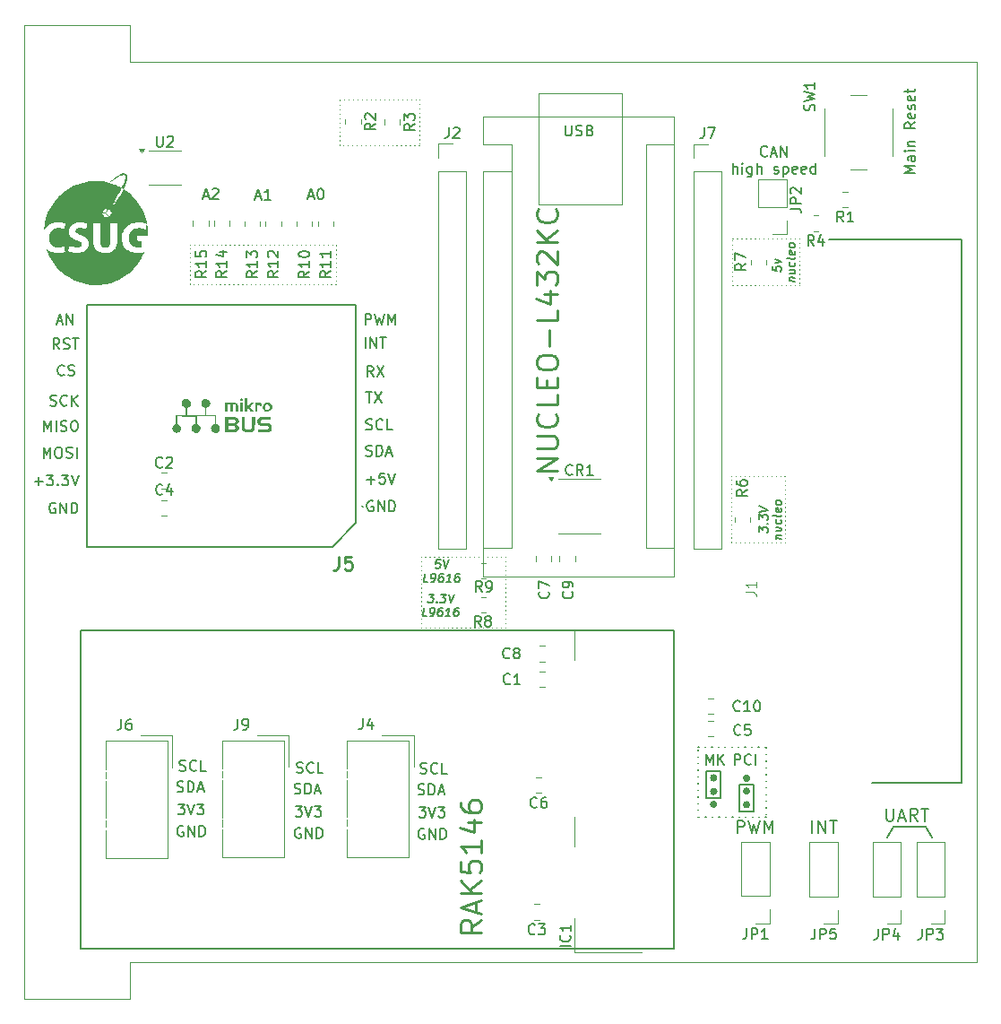
<source format=gbr>
%TF.GenerationSoftware,KiCad,Pcbnew,8.0.6*%
%TF.CreationDate,2025-02-06T11:10:52+01:00*%
%TF.ProjectId,Com_Nucleo-L432kc,436f6d5f-4e75-4636-9c65-6f2d4c343332,rev?*%
%TF.SameCoordinates,Original*%
%TF.FileFunction,Legend,Top*%
%TF.FilePolarity,Positive*%
%FSLAX46Y46*%
G04 Gerber Fmt 4.6, Leading zero omitted, Abs format (unit mm)*
G04 Created by KiCad (PCBNEW 8.0.6) date 2025-02-06 11:10:52*
%MOMM*%
%LPD*%
G01*
G04 APERTURE LIST*
%ADD10C,0.100000*%
%ADD11C,0.150000*%
%ADD12C,0.366548*%
%ADD13C,0.250000*%
%ADD14C,0.200000*%
%ADD15C,0.254000*%
%ADD16C,0.120000*%
%ADD17C,0.000000*%
%TA.AperFunction,Profile*%
%ADD18C,0.100000*%
%TD*%
G04 APERTURE END LIST*
D10*
X101200000Y-93270000D02*
X101220000Y-93270000D01*
X101620000Y-93270000D02*
X101640000Y-93270000D01*
X102040000Y-93270000D02*
X102060000Y-93270000D01*
X102460000Y-93270000D02*
X102480000Y-93270000D01*
X102880000Y-93270000D02*
X102900000Y-93270000D01*
X103300000Y-93270000D02*
X103320000Y-93270000D01*
X103720000Y-93270000D02*
X103740000Y-93270000D01*
X104140000Y-93270000D02*
X104160000Y-93270000D01*
X104560000Y-93270000D02*
X104580000Y-93270000D01*
X104980000Y-93270000D02*
X105000000Y-93270000D01*
X105400000Y-93270000D02*
X105420000Y-93270000D01*
X105820000Y-93270000D02*
X105840000Y-93270000D01*
X106240000Y-93270000D02*
X106260000Y-93270000D01*
X106660000Y-93270000D02*
X106680000Y-93270000D01*
X107080000Y-93270000D02*
X107100000Y-93270000D01*
X107500000Y-93270000D02*
X107520000Y-93270000D01*
X107920000Y-93270000D02*
X107940000Y-93270000D01*
X108340000Y-93270000D02*
X108360000Y-93270000D01*
X108760000Y-93270000D02*
X108780000Y-93270000D01*
X109180000Y-93270000D02*
X109200000Y-93270000D01*
X109220000Y-93270000D02*
X109220000Y-93290000D01*
X109220000Y-93690000D02*
X109220000Y-93710000D01*
X109220000Y-94110000D02*
X109220000Y-94130000D01*
X109220000Y-94530000D02*
X109220000Y-94550000D01*
X109220000Y-94950000D02*
X109220000Y-94970000D01*
X109220000Y-95370000D02*
X109220000Y-95390000D01*
X109220000Y-95790000D02*
X109220000Y-95810000D01*
X109220000Y-96210000D02*
X109220000Y-96230000D01*
X109220000Y-96630000D02*
X109220000Y-96650000D01*
X109220000Y-97050000D02*
X109220000Y-97070000D01*
X109220000Y-97470000D02*
X109220000Y-97490000D01*
X109220000Y-97890000D02*
X109220000Y-97910000D01*
X109220000Y-98310000D02*
X109220000Y-98330000D01*
X109220000Y-98730000D02*
X109220000Y-98750000D01*
X109220000Y-99150000D02*
X109220000Y-99170000D01*
X109220000Y-99570000D02*
X109220000Y-99590000D01*
X109220000Y-99990000D02*
X109220000Y-100010000D01*
X109220000Y-100010000D02*
X109200000Y-100010000D01*
X108800000Y-100010000D02*
X108780000Y-100010000D01*
X108380000Y-100010000D02*
X108360000Y-100010000D01*
X107960000Y-100010000D02*
X107940000Y-100010000D01*
X107540000Y-100010000D02*
X107520000Y-100010000D01*
X107120000Y-100010000D02*
X107100000Y-100010000D01*
X106700000Y-100010000D02*
X106680000Y-100010000D01*
X106280000Y-100010000D02*
X106260000Y-100010000D01*
X105860000Y-100010000D02*
X105840000Y-100010000D01*
X105440000Y-100010000D02*
X105420000Y-100010000D01*
X105020000Y-100010000D02*
X105000000Y-100010000D01*
X104600000Y-100010000D02*
X104580000Y-100010000D01*
X104180000Y-100010000D02*
X104160000Y-100010000D01*
X103760000Y-100010000D02*
X103740000Y-100010000D01*
X103340000Y-100010000D02*
X103320000Y-100010000D01*
X102920000Y-100010000D02*
X102900000Y-100010000D01*
X102500000Y-100010000D02*
X102480000Y-100010000D01*
X102080000Y-100010000D02*
X102060000Y-100010000D01*
X101660000Y-100010000D02*
X101640000Y-100010000D01*
X101240000Y-100010000D02*
X101220000Y-100010000D01*
X101200000Y-100010000D02*
X101200000Y-99990000D01*
X101200000Y-99590000D02*
X101200000Y-99570000D01*
X101200000Y-99170000D02*
X101200000Y-99150000D01*
X101200000Y-98750000D02*
X101200000Y-98730000D01*
X101200000Y-98330000D02*
X101200000Y-98310000D01*
X101200000Y-97910000D02*
X101200000Y-97890000D01*
X101200000Y-97490000D02*
X101200000Y-97470000D01*
X101200000Y-97070000D02*
X101200000Y-97050000D01*
X101200000Y-96650000D02*
X101200000Y-96630000D01*
X101200000Y-96230000D02*
X101200000Y-96210000D01*
X101200000Y-95810000D02*
X101200000Y-95790000D01*
X101200000Y-95390000D02*
X101200000Y-95370000D01*
X101200000Y-94970000D02*
X101200000Y-94950000D01*
X101200000Y-94550000D02*
X101200000Y-94530000D01*
X101200000Y-94130000D02*
X101200000Y-94110000D01*
X101200000Y-93710000D02*
X101200000Y-93690000D01*
X101200000Y-93290000D02*
X101200000Y-93270000D01*
X130530000Y-85650000D02*
X130550000Y-85650000D01*
X130950000Y-85650000D02*
X130970000Y-85650000D01*
X131370000Y-85650000D02*
X131390000Y-85650000D01*
X131790000Y-85650000D02*
X131810000Y-85650000D01*
X132210000Y-85650000D02*
X132230000Y-85650000D01*
X132630000Y-85650000D02*
X132650000Y-85650000D01*
X133050000Y-85650000D02*
X133070000Y-85650000D01*
X133470000Y-85650000D02*
X133490000Y-85650000D01*
X133890000Y-85650000D02*
X133910000Y-85650000D01*
X134310000Y-85650000D02*
X134330000Y-85650000D01*
X134730000Y-85650000D02*
X134750000Y-85650000D01*
X135150000Y-85650000D02*
X135170000Y-85650000D01*
X135570000Y-85650000D02*
X135590000Y-85650000D01*
X135610000Y-85650000D02*
X135610000Y-85670000D01*
X135610000Y-86070000D02*
X135610000Y-86090000D01*
X135610000Y-86490000D02*
X135610000Y-86510000D01*
X135610000Y-86910000D02*
X135610000Y-86930000D01*
X135610000Y-87330000D02*
X135610000Y-87350000D01*
X135610000Y-87750000D02*
X135610000Y-87770000D01*
X135610000Y-88170000D02*
X135610000Y-88190000D01*
X135610000Y-88590000D02*
X135610000Y-88610000D01*
X135610000Y-89010000D02*
X135610000Y-89030000D01*
X135610000Y-89430000D02*
X135610000Y-89450000D01*
X135610000Y-89850000D02*
X135610000Y-89870000D01*
X135610000Y-90270000D02*
X135610000Y-90290000D01*
X135610000Y-90690000D02*
X135610000Y-90710000D01*
X135610000Y-91110000D02*
X135610000Y-91130000D01*
X135610000Y-91530000D02*
X135610000Y-91550000D01*
X135610000Y-91910000D02*
X135590000Y-91910000D01*
X135190000Y-91910000D02*
X135170000Y-91910000D01*
X134770000Y-91910000D02*
X134750000Y-91910000D01*
X134350000Y-91910000D02*
X134330000Y-91910000D01*
X133930000Y-91910000D02*
X133910000Y-91910000D01*
X133510000Y-91910000D02*
X133490000Y-91910000D01*
X133090000Y-91910000D02*
X133070000Y-91910000D01*
X132670000Y-91910000D02*
X132650000Y-91910000D01*
X132250000Y-91910000D02*
X132230000Y-91910000D01*
X131830000Y-91910000D02*
X131810000Y-91910000D01*
X131410000Y-91910000D02*
X131390000Y-91910000D01*
X130990000Y-91910000D02*
X130970000Y-91910000D01*
X130570000Y-91910000D02*
X130550000Y-91910000D01*
X130530000Y-91910000D02*
X130530000Y-91890000D01*
X130530000Y-91490000D02*
X130530000Y-91470000D01*
X130530000Y-91070000D02*
X130530000Y-91050000D01*
X130530000Y-90650000D02*
X130530000Y-90630000D01*
X130530000Y-90230000D02*
X130530000Y-90210000D01*
X130530000Y-89810000D02*
X130530000Y-89790000D01*
X130530000Y-89390000D02*
X130530000Y-89370000D01*
X130530000Y-88970000D02*
X130530000Y-88950000D01*
X130530000Y-88550000D02*
X130530000Y-88530000D01*
X130530000Y-88130000D02*
X130530000Y-88110000D01*
X130530000Y-87710000D02*
X130530000Y-87690000D01*
X130530000Y-87290000D02*
X130530000Y-87270000D01*
X130530000Y-86870000D02*
X130530000Y-86850000D01*
X130530000Y-86450000D02*
X130530000Y-86430000D01*
X130530000Y-86030000D02*
X130530000Y-86010000D01*
X130660000Y-63210000D02*
X130680000Y-63210000D01*
X131080000Y-63210000D02*
X131100000Y-63210000D01*
X131500000Y-63210000D02*
X131520000Y-63210000D01*
X131920000Y-63210000D02*
X131940000Y-63210000D01*
X132340000Y-63210000D02*
X132360000Y-63210000D01*
X132760000Y-63210000D02*
X132780000Y-63210000D01*
X133180000Y-63210000D02*
X133200000Y-63210000D01*
X133600000Y-63210000D02*
X133620000Y-63210000D01*
X134020000Y-63210000D02*
X134040000Y-63210000D01*
X134440000Y-63210000D02*
X134460000Y-63210000D01*
X134860000Y-63210000D02*
X134880000Y-63210000D01*
X135280000Y-63210000D02*
X135300000Y-63210000D01*
X135700000Y-63210000D02*
X135720000Y-63210000D01*
X136120000Y-63210000D02*
X136140000Y-63210000D01*
X136540000Y-63210000D02*
X136560000Y-63210000D01*
X136960000Y-63210000D02*
X136980000Y-63210000D01*
X136980000Y-63210000D02*
X136980000Y-63230000D01*
X136980000Y-63630000D02*
X136980000Y-63650000D01*
X136980000Y-64050000D02*
X136980000Y-64070000D01*
X136980000Y-64470000D02*
X136980000Y-64490000D01*
X136980000Y-64890000D02*
X136980000Y-64910000D01*
X136980000Y-65310000D02*
X136980000Y-65330000D01*
X136980000Y-65730000D02*
X136980000Y-65750000D01*
X136980000Y-66150000D02*
X136980000Y-66170000D01*
X136980000Y-66570000D02*
X136980000Y-66590000D01*
X136980000Y-66990000D02*
X136980000Y-67010000D01*
X136980000Y-67410000D02*
X136980000Y-67430000D01*
X136980000Y-67640000D02*
X136960000Y-67640000D01*
X136560000Y-67640000D02*
X136540000Y-67640000D01*
X136140000Y-67640000D02*
X136120000Y-67640000D01*
X135720000Y-67640000D02*
X135700000Y-67640000D01*
X135300000Y-67640000D02*
X135280000Y-67640000D01*
X134880000Y-67640000D02*
X134860000Y-67640000D01*
X134460000Y-67640000D02*
X134440000Y-67640000D01*
X134040000Y-67640000D02*
X134020000Y-67640000D01*
X133620000Y-67640000D02*
X133600000Y-67640000D01*
X133200000Y-67640000D02*
X133180000Y-67640000D01*
X132780000Y-67640000D02*
X132760000Y-67640000D01*
X132360000Y-67640000D02*
X132340000Y-67640000D01*
X131940000Y-67640000D02*
X131920000Y-67640000D01*
X131520000Y-67640000D02*
X131500000Y-67640000D01*
X131100000Y-67640000D02*
X131080000Y-67640000D01*
X130680000Y-67640000D02*
X130660000Y-67640000D01*
X130660000Y-67640000D02*
X130660000Y-67620000D01*
X130660000Y-67220000D02*
X130660000Y-67200000D01*
X130660000Y-66800000D02*
X130660000Y-66780000D01*
X130660000Y-66380000D02*
X130660000Y-66360000D01*
X130660000Y-65960000D02*
X130660000Y-65940000D01*
X130660000Y-65540000D02*
X130660000Y-65520000D01*
X130660000Y-65120000D02*
X130660000Y-65100000D01*
X130660000Y-64700000D02*
X130660000Y-64680000D01*
X130660000Y-64280000D02*
X130660000Y-64260000D01*
X130660000Y-63860000D02*
X130660000Y-63840000D01*
X130660000Y-63440000D02*
X130660000Y-63420000D01*
X93550000Y-50080000D02*
X93570000Y-50080000D01*
X93970000Y-50080000D02*
X93990000Y-50080000D01*
X94390000Y-50080000D02*
X94410000Y-50080000D01*
X94810000Y-50080000D02*
X94830000Y-50080000D01*
X95230000Y-50080000D02*
X95250000Y-50080000D01*
X95650000Y-50080000D02*
X95670000Y-50080000D01*
X96070000Y-50080000D02*
X96090000Y-50080000D01*
X96490000Y-50080000D02*
X96510000Y-50080000D01*
X96910000Y-50080000D02*
X96930000Y-50080000D01*
X97330000Y-50080000D02*
X97350000Y-50080000D01*
X97750000Y-50080000D02*
X97770000Y-50080000D01*
X98170000Y-50080000D02*
X98190000Y-50080000D01*
X98590000Y-50080000D02*
X98610000Y-50080000D01*
X99010000Y-50080000D02*
X99030000Y-50080000D01*
X99430000Y-50080000D02*
X99450000Y-50080000D01*
X99850000Y-50080000D02*
X99870000Y-50080000D01*
X100270000Y-50080000D02*
X100290000Y-50080000D01*
X100690000Y-50080000D02*
X100710000Y-50080000D01*
X101030000Y-50080000D02*
X101030000Y-50100000D01*
X101030000Y-50500000D02*
X101030000Y-50520000D01*
X101030000Y-50920000D02*
X101030000Y-50940000D01*
X101030000Y-51340000D02*
X101030000Y-51360000D01*
X101030000Y-51760000D02*
X101030000Y-51780000D01*
X101030000Y-52180000D02*
X101030000Y-52200000D01*
X101030000Y-52600000D02*
X101030000Y-52620000D01*
X101030000Y-53020000D02*
X101030000Y-53040000D01*
X101030000Y-53440000D02*
X101030000Y-53460000D01*
X101030000Y-53860000D02*
X101030000Y-53880000D01*
X101030000Y-54280000D02*
X101030000Y-54300000D01*
X101030000Y-54400000D02*
X101010000Y-54400000D01*
X100610000Y-54400000D02*
X100590000Y-54400000D01*
X100190000Y-54400000D02*
X100170000Y-54400000D01*
X99770000Y-54400000D02*
X99750000Y-54400000D01*
X99350000Y-54400000D02*
X99330000Y-54400000D01*
X98930000Y-54400000D02*
X98910000Y-54400000D01*
X98510000Y-54400000D02*
X98490000Y-54400000D01*
X98090000Y-54400000D02*
X98070000Y-54400000D01*
X97670000Y-54400000D02*
X97650000Y-54400000D01*
X97250000Y-54400000D02*
X97230000Y-54400000D01*
X96830000Y-54400000D02*
X96810000Y-54400000D01*
X96410000Y-54400000D02*
X96390000Y-54400000D01*
X95990000Y-54400000D02*
X95970000Y-54400000D01*
X95570000Y-54400000D02*
X95550000Y-54400000D01*
X95150000Y-54400000D02*
X95130000Y-54400000D01*
X94730000Y-54400000D02*
X94710000Y-54400000D01*
X94310000Y-54400000D02*
X94290000Y-54400000D01*
X93890000Y-54400000D02*
X93870000Y-54400000D01*
X93550000Y-54400000D02*
X93550000Y-54380000D01*
X93550000Y-53980000D02*
X93550000Y-53960000D01*
X93550000Y-53560000D02*
X93550000Y-53540000D01*
X93550000Y-53140000D02*
X93550000Y-53120000D01*
X93550000Y-52720000D02*
X93550000Y-52700000D01*
X93550000Y-52300000D02*
X93550000Y-52280000D01*
X93550000Y-51880000D02*
X93550000Y-51860000D01*
X93550000Y-51460000D02*
X93550000Y-51440000D01*
X93550000Y-51040000D02*
X93550000Y-51020000D01*
X93550000Y-50620000D02*
X93550000Y-50600000D01*
X93550000Y-50200000D02*
X93550000Y-50180000D01*
X79380000Y-63860000D02*
X79400000Y-63860000D01*
X79800000Y-63860000D02*
X79820000Y-63860000D01*
X80220000Y-63860000D02*
X80240000Y-63860000D01*
X80640000Y-63860000D02*
X80660000Y-63860000D01*
X81060000Y-63860000D02*
X81080000Y-63860000D01*
X81480000Y-63860000D02*
X81500000Y-63860000D01*
X81900000Y-63860000D02*
X81920000Y-63860000D01*
X82320000Y-63860000D02*
X82340000Y-63860000D01*
X82740000Y-63860000D02*
X82760000Y-63860000D01*
X83160000Y-63860000D02*
X83180000Y-63860000D01*
X83580000Y-63860000D02*
X83600000Y-63860000D01*
X84000000Y-63860000D02*
X84020000Y-63860000D01*
X84420000Y-63860000D02*
X84440000Y-63860000D01*
X84840000Y-63860000D02*
X84860000Y-63860000D01*
X85260000Y-63860000D02*
X85280000Y-63860000D01*
X85680000Y-63860000D02*
X85700000Y-63860000D01*
X86100000Y-63860000D02*
X86120000Y-63860000D01*
X86520000Y-63860000D02*
X86540000Y-63860000D01*
X86940000Y-63860000D02*
X86960000Y-63860000D01*
X87360000Y-63860000D02*
X87380000Y-63860000D01*
X87780000Y-63860000D02*
X87800000Y-63860000D01*
X88200000Y-63860000D02*
X88220000Y-63860000D01*
X88620000Y-63860000D02*
X88640000Y-63860000D01*
X89040000Y-63860000D02*
X89060000Y-63860000D01*
X89460000Y-63860000D02*
X89480000Y-63860000D01*
X89880000Y-63860000D02*
X89900000Y-63860000D01*
X90300000Y-63860000D02*
X90320000Y-63860000D01*
X90720000Y-63860000D02*
X90740000Y-63860000D01*
X91140000Y-63860000D02*
X91160000Y-63860000D01*
X91560000Y-63860000D02*
X91580000Y-63860000D01*
X91980000Y-63860000D02*
X92000000Y-63860000D01*
X92400000Y-63860000D02*
X92420000Y-63860000D01*
X92820000Y-63860000D02*
X92840000Y-63860000D01*
X93170000Y-63860000D02*
X93170000Y-63880000D01*
X93170000Y-64280000D02*
X93170000Y-64300000D01*
X93170000Y-64700000D02*
X93170000Y-64720000D01*
X93170000Y-65120000D02*
X93170000Y-65140000D01*
X93170000Y-65540000D02*
X93170000Y-65560000D01*
X93170000Y-65960000D02*
X93170000Y-65980000D01*
X93170000Y-66380000D02*
X93170000Y-66400000D01*
X93170000Y-66800000D02*
X93170000Y-66820000D01*
X93170000Y-67220000D02*
X93170000Y-67240000D01*
X93170000Y-67520000D02*
X93150000Y-67520000D01*
X92750000Y-67520000D02*
X92730000Y-67520000D01*
X92330000Y-67520000D02*
X92310000Y-67520000D01*
X91910000Y-67520000D02*
X91890000Y-67520000D01*
X91490000Y-67520000D02*
X91470000Y-67520000D01*
X91070000Y-67520000D02*
X91050000Y-67520000D01*
X90650000Y-67520000D02*
X90630000Y-67520000D01*
X90230000Y-67520000D02*
X90210000Y-67520000D01*
X89810000Y-67520000D02*
X89790000Y-67520000D01*
X89390000Y-67520000D02*
X89370000Y-67520000D01*
X88970000Y-67520000D02*
X88950000Y-67520000D01*
X88550000Y-67520000D02*
X88530000Y-67520000D01*
X88130000Y-67520000D02*
X88110000Y-67520000D01*
X87710000Y-67520000D02*
X87690000Y-67520000D01*
X87290000Y-67520000D02*
X87270000Y-67520000D01*
X86870000Y-67520000D02*
X86850000Y-67520000D01*
X86450000Y-67520000D02*
X86430000Y-67520000D01*
X86030000Y-67520000D02*
X86010000Y-67520000D01*
X85610000Y-67520000D02*
X85590000Y-67520000D01*
X85190000Y-67520000D02*
X85170000Y-67520000D01*
X84770000Y-67520000D02*
X84750000Y-67520000D01*
X84350000Y-67520000D02*
X84330000Y-67520000D01*
X83930000Y-67520000D02*
X83910000Y-67520000D01*
X83510000Y-67520000D02*
X83490000Y-67520000D01*
X83090000Y-67520000D02*
X83070000Y-67520000D01*
X82670000Y-67520000D02*
X82650000Y-67520000D01*
X82250000Y-67520000D02*
X82230000Y-67520000D01*
X81830000Y-67520000D02*
X81810000Y-67520000D01*
X81410000Y-67520000D02*
X81390000Y-67520000D01*
X80990000Y-67520000D02*
X80970000Y-67520000D01*
X80570000Y-67520000D02*
X80550000Y-67520000D01*
X80150000Y-67520000D02*
X80130000Y-67520000D01*
X79730000Y-67520000D02*
X79710000Y-67520000D01*
X79380000Y-67520000D02*
X79380000Y-67500000D01*
X79380000Y-67100000D02*
X79380000Y-67080000D01*
X79380000Y-66680000D02*
X79380000Y-66660000D01*
X79380000Y-66260000D02*
X79380000Y-66240000D01*
X79380000Y-65840000D02*
X79380000Y-65820000D01*
X79380000Y-65420000D02*
X79380000Y-65400000D01*
X79380000Y-65000000D02*
X79380000Y-64980000D01*
X79380000Y-64580000D02*
X79380000Y-64560000D01*
X79380000Y-64160000D02*
X79380000Y-64140000D01*
D11*
X127430000Y-111280000D02*
X127460000Y-111280000D01*
X128060000Y-111280000D02*
X128090000Y-111280000D01*
X128690000Y-111280000D02*
X128720000Y-111280000D01*
X129320000Y-111280000D02*
X129350000Y-111280000D01*
X129950000Y-111280000D02*
X129980000Y-111280000D01*
X130580000Y-111280000D02*
X130610000Y-111280000D01*
X131210000Y-111280000D02*
X131240000Y-111280000D01*
X131840000Y-111280000D02*
X131870000Y-111280000D01*
X132470000Y-111280000D02*
X132500000Y-111280000D01*
X133100000Y-111280000D02*
X133130000Y-111280000D01*
X133730000Y-111280000D02*
X133760000Y-111280000D01*
X133820000Y-111280000D02*
X133820000Y-111310000D01*
X133820000Y-111910000D02*
X133820000Y-111940000D01*
X133820000Y-112540000D02*
X133820000Y-112570000D01*
X133820000Y-113170000D02*
X133820000Y-113200000D01*
X133820000Y-113800000D02*
X133820000Y-113830000D01*
X133820000Y-114430000D02*
X133820000Y-114460000D01*
X133820000Y-115060000D02*
X133820000Y-115090000D01*
X133820000Y-115690000D02*
X133820000Y-115720000D01*
X133820000Y-116320000D02*
X133820000Y-116350000D01*
X133820000Y-116950000D02*
X133820000Y-116980000D01*
X133820000Y-117580000D02*
X133820000Y-117610000D01*
X133820000Y-117840000D02*
X133790000Y-117840000D01*
X133190000Y-117840000D02*
X133160000Y-117840000D01*
X132560000Y-117840000D02*
X132530000Y-117840000D01*
X131930000Y-117840000D02*
X131900000Y-117840000D01*
X131300000Y-117840000D02*
X131270000Y-117840000D01*
X130670000Y-117840000D02*
X130640000Y-117840000D01*
X130040000Y-117840000D02*
X130010000Y-117840000D01*
X129410000Y-117840000D02*
X129380000Y-117840000D01*
X128780000Y-117840000D02*
X128750000Y-117840000D01*
X128150000Y-117840000D02*
X128120000Y-117840000D01*
X127520000Y-117840000D02*
X127490000Y-117840000D01*
X127430000Y-117840000D02*
X127430000Y-117810000D01*
X127430000Y-117210000D02*
X127430000Y-117180000D01*
X127430000Y-116580000D02*
X127430000Y-116550000D01*
X127430000Y-115950000D02*
X127430000Y-115920000D01*
X127430000Y-115320000D02*
X127430000Y-115290000D01*
X127430000Y-114690000D02*
X127430000Y-114660000D01*
X127430000Y-114060000D02*
X127430000Y-114030000D01*
X127430000Y-113430000D02*
X127430000Y-113400000D01*
X127430000Y-112800000D02*
X127430000Y-112770000D01*
X127430000Y-112170000D02*
X127430000Y-112140000D01*
X127430000Y-111540000D02*
X127430000Y-111510000D01*
D12*
X132163274Y-116700000D02*
G75*
G02*
X131796726Y-116700000I-183274J0D01*
G01*
X131796726Y-116700000D02*
G75*
G02*
X132163274Y-116700000I183274J0D01*
G01*
D11*
X145240000Y-119810000D02*
X145859113Y-118737666D01*
X128180000Y-113500000D02*
X129530000Y-113500000D01*
X129530000Y-116070000D01*
X128180000Y-116070000D01*
X128180000Y-113500000D01*
D12*
X129053274Y-114160000D02*
G75*
G02*
X128686726Y-114160000I-183274J0D01*
G01*
X128686726Y-114160000D02*
G75*
G02*
X129053274Y-114160000I183274J0D01*
G01*
X129053274Y-116660000D02*
G75*
G02*
X128686726Y-116660000I-183274J0D01*
G01*
X128686726Y-116660000D02*
G75*
G02*
X129053274Y-116660000I183274J0D01*
G01*
X129063274Y-115450000D02*
G75*
G02*
X128696726Y-115450000I-183274J0D01*
G01*
X128696726Y-115450000D02*
G75*
G02*
X129063274Y-115450000I183274J0D01*
G01*
D11*
X145880000Y-118750000D02*
X148890000Y-118750000D01*
X131320000Y-114790000D02*
X132670000Y-114790000D01*
X132670000Y-117360000D01*
X131320000Y-117360000D01*
X131320000Y-114790000D01*
X148890000Y-118750000D02*
X149469677Y-119754029D01*
D12*
X132153274Y-115410000D02*
G75*
G02*
X131786726Y-115410000I-183274J0D01*
G01*
X131786726Y-115410000D02*
G75*
G02*
X132153274Y-115410000I183274J0D01*
G01*
X132163274Y-114200000D02*
G75*
G02*
X131796726Y-114200000I-183274J0D01*
G01*
X131796726Y-114200000D02*
G75*
G02*
X132163274Y-114200000I183274J0D01*
G01*
D11*
X69100000Y-100250000D02*
X125150000Y-100250000D01*
X125150000Y-130250000D01*
X69100000Y-130250000D01*
X69100000Y-100250000D01*
X89269160Y-115632200D02*
X89412017Y-115679819D01*
X89412017Y-115679819D02*
X89650112Y-115679819D01*
X89650112Y-115679819D02*
X89745350Y-115632200D01*
X89745350Y-115632200D02*
X89792969Y-115584580D01*
X89792969Y-115584580D02*
X89840588Y-115489342D01*
X89840588Y-115489342D02*
X89840588Y-115394104D01*
X89840588Y-115394104D02*
X89792969Y-115298866D01*
X89792969Y-115298866D02*
X89745350Y-115251247D01*
X89745350Y-115251247D02*
X89650112Y-115203628D01*
X89650112Y-115203628D02*
X89459636Y-115156009D01*
X89459636Y-115156009D02*
X89364398Y-115108390D01*
X89364398Y-115108390D02*
X89316779Y-115060771D01*
X89316779Y-115060771D02*
X89269160Y-114965533D01*
X89269160Y-114965533D02*
X89269160Y-114870295D01*
X89269160Y-114870295D02*
X89316779Y-114775057D01*
X89316779Y-114775057D02*
X89364398Y-114727438D01*
X89364398Y-114727438D02*
X89459636Y-114679819D01*
X89459636Y-114679819D02*
X89697731Y-114679819D01*
X89697731Y-114679819D02*
X89840588Y-114727438D01*
X90269160Y-115679819D02*
X90269160Y-114679819D01*
X90269160Y-114679819D02*
X90507255Y-114679819D01*
X90507255Y-114679819D02*
X90650112Y-114727438D01*
X90650112Y-114727438D02*
X90745350Y-114822676D01*
X90745350Y-114822676D02*
X90792969Y-114917914D01*
X90792969Y-114917914D02*
X90840588Y-115108390D01*
X90840588Y-115108390D02*
X90840588Y-115251247D01*
X90840588Y-115251247D02*
X90792969Y-115441723D01*
X90792969Y-115441723D02*
X90745350Y-115536961D01*
X90745350Y-115536961D02*
X90650112Y-115632200D01*
X90650112Y-115632200D02*
X90507255Y-115679819D01*
X90507255Y-115679819D02*
X90269160Y-115679819D01*
X91221541Y-115394104D02*
X91697731Y-115394104D01*
X91126303Y-115679819D02*
X91459636Y-114679819D01*
X91459636Y-114679819D02*
X91792969Y-115679819D01*
D13*
X106942238Y-127597619D02*
X105989857Y-128264286D01*
X106942238Y-128740476D02*
X104942238Y-128740476D01*
X104942238Y-128740476D02*
X104942238Y-127978571D01*
X104942238Y-127978571D02*
X105037476Y-127788095D01*
X105037476Y-127788095D02*
X105132714Y-127692857D01*
X105132714Y-127692857D02*
X105323190Y-127597619D01*
X105323190Y-127597619D02*
X105608904Y-127597619D01*
X105608904Y-127597619D02*
X105799380Y-127692857D01*
X105799380Y-127692857D02*
X105894619Y-127788095D01*
X105894619Y-127788095D02*
X105989857Y-127978571D01*
X105989857Y-127978571D02*
X105989857Y-128740476D01*
X106370809Y-126835714D02*
X106370809Y-125883333D01*
X106942238Y-127026190D02*
X104942238Y-126359524D01*
X104942238Y-126359524D02*
X106942238Y-125692857D01*
X106942238Y-125026190D02*
X104942238Y-125026190D01*
X106942238Y-123883333D02*
X105799380Y-124740476D01*
X104942238Y-123883333D02*
X106085095Y-125026190D01*
X104942238Y-122073809D02*
X104942238Y-123026190D01*
X104942238Y-123026190D02*
X105894619Y-123121428D01*
X105894619Y-123121428D02*
X105799380Y-123026190D01*
X105799380Y-123026190D02*
X105704142Y-122835714D01*
X105704142Y-122835714D02*
X105704142Y-122359523D01*
X105704142Y-122359523D02*
X105799380Y-122169047D01*
X105799380Y-122169047D02*
X105894619Y-122073809D01*
X105894619Y-122073809D02*
X106085095Y-121978571D01*
X106085095Y-121978571D02*
X106561285Y-121978571D01*
X106561285Y-121978571D02*
X106751761Y-122073809D01*
X106751761Y-122073809D02*
X106847000Y-122169047D01*
X106847000Y-122169047D02*
X106942238Y-122359523D01*
X106942238Y-122359523D02*
X106942238Y-122835714D01*
X106942238Y-122835714D02*
X106847000Y-123026190D01*
X106847000Y-123026190D02*
X106751761Y-123121428D01*
X106942238Y-120073809D02*
X106942238Y-121216666D01*
X106942238Y-120645238D02*
X104942238Y-120645238D01*
X104942238Y-120645238D02*
X105227952Y-120835714D01*
X105227952Y-120835714D02*
X105418428Y-121026190D01*
X105418428Y-121026190D02*
X105513666Y-121216666D01*
X105608904Y-118359523D02*
X106942238Y-118359523D01*
X104847000Y-118835714D02*
X106275571Y-119311904D01*
X106275571Y-119311904D02*
X106275571Y-118073809D01*
X104942238Y-116454761D02*
X104942238Y-116835714D01*
X104942238Y-116835714D02*
X105037476Y-117026190D01*
X105037476Y-117026190D02*
X105132714Y-117121428D01*
X105132714Y-117121428D02*
X105418428Y-117311904D01*
X105418428Y-117311904D02*
X105799380Y-117407142D01*
X105799380Y-117407142D02*
X106561285Y-117407142D01*
X106561285Y-117407142D02*
X106751761Y-117311904D01*
X106751761Y-117311904D02*
X106847000Y-117216666D01*
X106847000Y-117216666D02*
X106942238Y-117026190D01*
X106942238Y-117026190D02*
X106942238Y-116645237D01*
X106942238Y-116645237D02*
X106847000Y-116454761D01*
X106847000Y-116454761D02*
X106751761Y-116359523D01*
X106751761Y-116359523D02*
X106561285Y-116264285D01*
X106561285Y-116264285D02*
X106085095Y-116264285D01*
X106085095Y-116264285D02*
X105894619Y-116359523D01*
X105894619Y-116359523D02*
X105799380Y-116454761D01*
X105799380Y-116454761D02*
X105704142Y-116645237D01*
X105704142Y-116645237D02*
X105704142Y-117026190D01*
X105704142Y-117026190D02*
X105799380Y-117216666D01*
X105799380Y-117216666D02*
X105894619Y-117311904D01*
X105894619Y-117311904D02*
X106085095Y-117407142D01*
D11*
X96076779Y-86018866D02*
X96838684Y-86018866D01*
X96457731Y-86399819D02*
X96457731Y-85637914D01*
X97791064Y-85399819D02*
X97314874Y-85399819D01*
X97314874Y-85399819D02*
X97267255Y-85876009D01*
X97267255Y-85876009D02*
X97314874Y-85828390D01*
X97314874Y-85828390D02*
X97410112Y-85780771D01*
X97410112Y-85780771D02*
X97648207Y-85780771D01*
X97648207Y-85780771D02*
X97743445Y-85828390D01*
X97743445Y-85828390D02*
X97791064Y-85876009D01*
X97791064Y-85876009D02*
X97838683Y-85971247D01*
X97838683Y-85971247D02*
X97838683Y-86209342D01*
X97838683Y-86209342D02*
X97791064Y-86304580D01*
X97791064Y-86304580D02*
X97743445Y-86352200D01*
X97743445Y-86352200D02*
X97648207Y-86399819D01*
X97648207Y-86399819D02*
X97410112Y-86399819D01*
X97410112Y-86399819D02*
X97314874Y-86352200D01*
X97314874Y-86352200D02*
X97267255Y-86304580D01*
X98124398Y-85399819D02*
X98457731Y-86399819D01*
X98457731Y-86399819D02*
X98791064Y-85399819D01*
D13*
X114132238Y-85125714D02*
X112132238Y-85125714D01*
X112132238Y-85125714D02*
X114132238Y-83982857D01*
X114132238Y-83982857D02*
X112132238Y-83982857D01*
X112132238Y-83030476D02*
X113751285Y-83030476D01*
X113751285Y-83030476D02*
X113941761Y-82935238D01*
X113941761Y-82935238D02*
X114037000Y-82840000D01*
X114037000Y-82840000D02*
X114132238Y-82649524D01*
X114132238Y-82649524D02*
X114132238Y-82268571D01*
X114132238Y-82268571D02*
X114037000Y-82078095D01*
X114037000Y-82078095D02*
X113941761Y-81982857D01*
X113941761Y-81982857D02*
X113751285Y-81887619D01*
X113751285Y-81887619D02*
X112132238Y-81887619D01*
X113941761Y-79792381D02*
X114037000Y-79887619D01*
X114037000Y-79887619D02*
X114132238Y-80173333D01*
X114132238Y-80173333D02*
X114132238Y-80363809D01*
X114132238Y-80363809D02*
X114037000Y-80649524D01*
X114037000Y-80649524D02*
X113846523Y-80840000D01*
X113846523Y-80840000D02*
X113656047Y-80935238D01*
X113656047Y-80935238D02*
X113275095Y-81030476D01*
X113275095Y-81030476D02*
X112989380Y-81030476D01*
X112989380Y-81030476D02*
X112608428Y-80935238D01*
X112608428Y-80935238D02*
X112417952Y-80840000D01*
X112417952Y-80840000D02*
X112227476Y-80649524D01*
X112227476Y-80649524D02*
X112132238Y-80363809D01*
X112132238Y-80363809D02*
X112132238Y-80173333D01*
X112132238Y-80173333D02*
X112227476Y-79887619D01*
X112227476Y-79887619D02*
X112322714Y-79792381D01*
X114132238Y-77982857D02*
X114132238Y-78935238D01*
X114132238Y-78935238D02*
X112132238Y-78935238D01*
X113084619Y-77316190D02*
X113084619Y-76649523D01*
X114132238Y-76363809D02*
X114132238Y-77316190D01*
X114132238Y-77316190D02*
X112132238Y-77316190D01*
X112132238Y-77316190D02*
X112132238Y-76363809D01*
X112132238Y-75125714D02*
X112132238Y-74744761D01*
X112132238Y-74744761D02*
X112227476Y-74554285D01*
X112227476Y-74554285D02*
X112417952Y-74363809D01*
X112417952Y-74363809D02*
X112798904Y-74268571D01*
X112798904Y-74268571D02*
X113465571Y-74268571D01*
X113465571Y-74268571D02*
X113846523Y-74363809D01*
X113846523Y-74363809D02*
X114037000Y-74554285D01*
X114037000Y-74554285D02*
X114132238Y-74744761D01*
X114132238Y-74744761D02*
X114132238Y-75125714D01*
X114132238Y-75125714D02*
X114037000Y-75316190D01*
X114037000Y-75316190D02*
X113846523Y-75506666D01*
X113846523Y-75506666D02*
X113465571Y-75601904D01*
X113465571Y-75601904D02*
X112798904Y-75601904D01*
X112798904Y-75601904D02*
X112417952Y-75506666D01*
X112417952Y-75506666D02*
X112227476Y-75316190D01*
X112227476Y-75316190D02*
X112132238Y-75125714D01*
X113370333Y-73411428D02*
X113370333Y-71887619D01*
X114132238Y-69982857D02*
X114132238Y-70935238D01*
X114132238Y-70935238D02*
X112132238Y-70935238D01*
X112798904Y-68459047D02*
X114132238Y-68459047D01*
X112037000Y-68935238D02*
X113465571Y-69411428D01*
X113465571Y-69411428D02*
X113465571Y-68173333D01*
X112132238Y-67601904D02*
X112132238Y-66363809D01*
X112132238Y-66363809D02*
X112894142Y-67030476D01*
X112894142Y-67030476D02*
X112894142Y-66744761D01*
X112894142Y-66744761D02*
X112989380Y-66554285D01*
X112989380Y-66554285D02*
X113084619Y-66459047D01*
X113084619Y-66459047D02*
X113275095Y-66363809D01*
X113275095Y-66363809D02*
X113751285Y-66363809D01*
X113751285Y-66363809D02*
X113941761Y-66459047D01*
X113941761Y-66459047D02*
X114037000Y-66554285D01*
X114037000Y-66554285D02*
X114132238Y-66744761D01*
X114132238Y-66744761D02*
X114132238Y-67316190D01*
X114132238Y-67316190D02*
X114037000Y-67506666D01*
X114037000Y-67506666D02*
X113941761Y-67601904D01*
X112322714Y-65601904D02*
X112227476Y-65506666D01*
X112227476Y-65506666D02*
X112132238Y-65316190D01*
X112132238Y-65316190D02*
X112132238Y-64839999D01*
X112132238Y-64839999D02*
X112227476Y-64649523D01*
X112227476Y-64649523D02*
X112322714Y-64554285D01*
X112322714Y-64554285D02*
X112513190Y-64459047D01*
X112513190Y-64459047D02*
X112703666Y-64459047D01*
X112703666Y-64459047D02*
X112989380Y-64554285D01*
X112989380Y-64554285D02*
X114132238Y-65697142D01*
X114132238Y-65697142D02*
X114132238Y-64459047D01*
X114132238Y-63601904D02*
X112132238Y-63601904D01*
X114132238Y-62459047D02*
X112989380Y-63316190D01*
X112132238Y-62459047D02*
X113275095Y-63601904D01*
X113941761Y-60459047D02*
X114037000Y-60554285D01*
X114037000Y-60554285D02*
X114132238Y-60839999D01*
X114132238Y-60839999D02*
X114132238Y-61030475D01*
X114132238Y-61030475D02*
X114037000Y-61316190D01*
X114037000Y-61316190D02*
X113846523Y-61506666D01*
X113846523Y-61506666D02*
X113656047Y-61601904D01*
X113656047Y-61601904D02*
X113275095Y-61697142D01*
X113275095Y-61697142D02*
X112989380Y-61697142D01*
X112989380Y-61697142D02*
X112608428Y-61601904D01*
X112608428Y-61601904D02*
X112417952Y-61506666D01*
X112417952Y-61506666D02*
X112227476Y-61316190D01*
X112227476Y-61316190D02*
X112132238Y-61030475D01*
X112132238Y-61030475D02*
X112132238Y-60839999D01*
X112132238Y-60839999D02*
X112227476Y-60554285D01*
X112227476Y-60554285D02*
X112322714Y-60459047D01*
D11*
X89351541Y-116819819D02*
X89970588Y-116819819D01*
X89970588Y-116819819D02*
X89637255Y-117200771D01*
X89637255Y-117200771D02*
X89780112Y-117200771D01*
X89780112Y-117200771D02*
X89875350Y-117248390D01*
X89875350Y-117248390D02*
X89922969Y-117296009D01*
X89922969Y-117296009D02*
X89970588Y-117391247D01*
X89970588Y-117391247D02*
X89970588Y-117629342D01*
X89970588Y-117629342D02*
X89922969Y-117724580D01*
X89922969Y-117724580D02*
X89875350Y-117772200D01*
X89875350Y-117772200D02*
X89780112Y-117819819D01*
X89780112Y-117819819D02*
X89494398Y-117819819D01*
X89494398Y-117819819D02*
X89399160Y-117772200D01*
X89399160Y-117772200D02*
X89351541Y-117724580D01*
X90256303Y-116819819D02*
X90589636Y-117819819D01*
X90589636Y-117819819D02*
X90922969Y-116819819D01*
X91161065Y-116819819D02*
X91780112Y-116819819D01*
X91780112Y-116819819D02*
X91446779Y-117200771D01*
X91446779Y-117200771D02*
X91589636Y-117200771D01*
X91589636Y-117200771D02*
X91684874Y-117248390D01*
X91684874Y-117248390D02*
X91732493Y-117296009D01*
X91732493Y-117296009D02*
X91780112Y-117391247D01*
X91780112Y-117391247D02*
X91780112Y-117629342D01*
X91780112Y-117629342D02*
X91732493Y-117724580D01*
X91732493Y-117724580D02*
X91684874Y-117772200D01*
X91684874Y-117772200D02*
X91589636Y-117819819D01*
X91589636Y-117819819D02*
X91303922Y-117819819D01*
X91303922Y-117819819D02*
X91208684Y-117772200D01*
X91208684Y-117772200D02*
X91161065Y-117724580D01*
X101041541Y-116889819D02*
X101660588Y-116889819D01*
X101660588Y-116889819D02*
X101327255Y-117270771D01*
X101327255Y-117270771D02*
X101470112Y-117270771D01*
X101470112Y-117270771D02*
X101565350Y-117318390D01*
X101565350Y-117318390D02*
X101612969Y-117366009D01*
X101612969Y-117366009D02*
X101660588Y-117461247D01*
X101660588Y-117461247D02*
X101660588Y-117699342D01*
X101660588Y-117699342D02*
X101612969Y-117794580D01*
X101612969Y-117794580D02*
X101565350Y-117842200D01*
X101565350Y-117842200D02*
X101470112Y-117889819D01*
X101470112Y-117889819D02*
X101184398Y-117889819D01*
X101184398Y-117889819D02*
X101089160Y-117842200D01*
X101089160Y-117842200D02*
X101041541Y-117794580D01*
X101946303Y-116889819D02*
X102279636Y-117889819D01*
X102279636Y-117889819D02*
X102612969Y-116889819D01*
X102851065Y-116889819D02*
X103470112Y-116889819D01*
X103470112Y-116889819D02*
X103136779Y-117270771D01*
X103136779Y-117270771D02*
X103279636Y-117270771D01*
X103279636Y-117270771D02*
X103374874Y-117318390D01*
X103374874Y-117318390D02*
X103422493Y-117366009D01*
X103422493Y-117366009D02*
X103470112Y-117461247D01*
X103470112Y-117461247D02*
X103470112Y-117699342D01*
X103470112Y-117699342D02*
X103422493Y-117794580D01*
X103422493Y-117794580D02*
X103374874Y-117842200D01*
X103374874Y-117842200D02*
X103279636Y-117889819D01*
X103279636Y-117889819D02*
X102993922Y-117889819D01*
X102993922Y-117889819D02*
X102898684Y-117842200D01*
X102898684Y-117842200D02*
X102851065Y-117794580D01*
X66839160Y-71064104D02*
X67315350Y-71064104D01*
X66743922Y-71349819D02*
X67077255Y-70349819D01*
X67077255Y-70349819D02*
X67410588Y-71349819D01*
X67743922Y-71349819D02*
X67743922Y-70349819D01*
X67743922Y-70349819D02*
X68315350Y-71349819D01*
X68315350Y-71349819D02*
X68315350Y-70349819D01*
X89489160Y-113642200D02*
X89632017Y-113689819D01*
X89632017Y-113689819D02*
X89870112Y-113689819D01*
X89870112Y-113689819D02*
X89965350Y-113642200D01*
X89965350Y-113642200D02*
X90012969Y-113594580D01*
X90012969Y-113594580D02*
X90060588Y-113499342D01*
X90060588Y-113499342D02*
X90060588Y-113404104D01*
X90060588Y-113404104D02*
X90012969Y-113308866D01*
X90012969Y-113308866D02*
X89965350Y-113261247D01*
X89965350Y-113261247D02*
X89870112Y-113213628D01*
X89870112Y-113213628D02*
X89679636Y-113166009D01*
X89679636Y-113166009D02*
X89584398Y-113118390D01*
X89584398Y-113118390D02*
X89536779Y-113070771D01*
X89536779Y-113070771D02*
X89489160Y-112975533D01*
X89489160Y-112975533D02*
X89489160Y-112880295D01*
X89489160Y-112880295D02*
X89536779Y-112785057D01*
X89536779Y-112785057D02*
X89584398Y-112737438D01*
X89584398Y-112737438D02*
X89679636Y-112689819D01*
X89679636Y-112689819D02*
X89917731Y-112689819D01*
X89917731Y-112689819D02*
X90060588Y-112737438D01*
X91060588Y-113594580D02*
X91012969Y-113642200D01*
X91012969Y-113642200D02*
X90870112Y-113689819D01*
X90870112Y-113689819D02*
X90774874Y-113689819D01*
X90774874Y-113689819D02*
X90632017Y-113642200D01*
X90632017Y-113642200D02*
X90536779Y-113546961D01*
X90536779Y-113546961D02*
X90489160Y-113451723D01*
X90489160Y-113451723D02*
X90441541Y-113261247D01*
X90441541Y-113261247D02*
X90441541Y-113118390D01*
X90441541Y-113118390D02*
X90489160Y-112927914D01*
X90489160Y-112927914D02*
X90536779Y-112832676D01*
X90536779Y-112832676D02*
X90632017Y-112737438D01*
X90632017Y-112737438D02*
X90774874Y-112689819D01*
X90774874Y-112689819D02*
X90870112Y-112689819D01*
X90870112Y-112689819D02*
X91012969Y-112737438D01*
X91012969Y-112737438D02*
X91060588Y-112785057D01*
X91965350Y-113689819D02*
X91489160Y-113689819D01*
X91489160Y-113689819D02*
X91489160Y-112689819D01*
X134456340Y-65823809D02*
X134456340Y-66204761D01*
X134456340Y-66204761D02*
X134837292Y-66290476D01*
X134837292Y-66290476D02*
X134799197Y-66247618D01*
X134799197Y-66247618D02*
X134761102Y-66166666D01*
X134761102Y-66166666D02*
X134761102Y-65976190D01*
X134761102Y-65976190D02*
X134799197Y-65904761D01*
X134799197Y-65904761D02*
X134837292Y-65871428D01*
X134837292Y-65871428D02*
X134913483Y-65842856D01*
X134913483Y-65842856D02*
X135103959Y-65866666D01*
X135103959Y-65866666D02*
X135180149Y-65914285D01*
X135180149Y-65914285D02*
X135218245Y-65957142D01*
X135218245Y-65957142D02*
X135256340Y-66038095D01*
X135256340Y-66038095D02*
X135256340Y-66228571D01*
X135256340Y-66228571D02*
X135218245Y-66299999D01*
X135218245Y-66299999D02*
X135180149Y-66333333D01*
X134723006Y-65552380D02*
X135256340Y-65428571D01*
X135256340Y-65428571D02*
X134723006Y-65171428D01*
X136010961Y-67228572D02*
X136544295Y-67295238D01*
X136087152Y-67238095D02*
X136049057Y-67195238D01*
X136049057Y-67195238D02*
X136010961Y-67114286D01*
X136010961Y-67114286D02*
X136010961Y-67000000D01*
X136010961Y-67000000D02*
X136049057Y-66928572D01*
X136049057Y-66928572D02*
X136125247Y-66900000D01*
X136125247Y-66900000D02*
X136544295Y-66952381D01*
X136010961Y-66161904D02*
X136544295Y-66228571D01*
X136010961Y-66504762D02*
X136430009Y-66557143D01*
X136430009Y-66557143D02*
X136506200Y-66528571D01*
X136506200Y-66528571D02*
X136544295Y-66457143D01*
X136544295Y-66457143D02*
X136544295Y-66342857D01*
X136544295Y-66342857D02*
X136506200Y-66261904D01*
X136506200Y-66261904D02*
X136468104Y-66219047D01*
X136506200Y-65499999D02*
X136544295Y-65580952D01*
X136544295Y-65580952D02*
X136544295Y-65733333D01*
X136544295Y-65733333D02*
X136506200Y-65804761D01*
X136506200Y-65804761D02*
X136468104Y-65838094D01*
X136468104Y-65838094D02*
X136391914Y-65866666D01*
X136391914Y-65866666D02*
X136163342Y-65838094D01*
X136163342Y-65838094D02*
X136087152Y-65790475D01*
X136087152Y-65790475D02*
X136049057Y-65747618D01*
X136049057Y-65747618D02*
X136010961Y-65666666D01*
X136010961Y-65666666D02*
X136010961Y-65514285D01*
X136010961Y-65514285D02*
X136049057Y-65442856D01*
X136544295Y-65047619D02*
X136506200Y-65119047D01*
X136506200Y-65119047D02*
X136430009Y-65147619D01*
X136430009Y-65147619D02*
X135744295Y-65061904D01*
X136506200Y-64433332D02*
X136544295Y-64514285D01*
X136544295Y-64514285D02*
X136544295Y-64666666D01*
X136544295Y-64666666D02*
X136506200Y-64738094D01*
X136506200Y-64738094D02*
X136430009Y-64766666D01*
X136430009Y-64766666D02*
X136125247Y-64728571D01*
X136125247Y-64728571D02*
X136049057Y-64680951D01*
X136049057Y-64680951D02*
X136010961Y-64599999D01*
X136010961Y-64599999D02*
X136010961Y-64447618D01*
X136010961Y-64447618D02*
X136049057Y-64376190D01*
X136049057Y-64376190D02*
X136125247Y-64347618D01*
X136125247Y-64347618D02*
X136201438Y-64357142D01*
X136201438Y-64357142D02*
X136277628Y-64747618D01*
X136544295Y-63942857D02*
X136506200Y-64014285D01*
X136506200Y-64014285D02*
X136468104Y-64047618D01*
X136468104Y-64047618D02*
X136391914Y-64076190D01*
X136391914Y-64076190D02*
X136163342Y-64047618D01*
X136163342Y-64047618D02*
X136087152Y-63999999D01*
X136087152Y-63999999D02*
X136049057Y-63957142D01*
X136049057Y-63957142D02*
X136010961Y-63876190D01*
X136010961Y-63876190D02*
X136010961Y-63761904D01*
X136010961Y-63761904D02*
X136049057Y-63690476D01*
X136049057Y-63690476D02*
X136087152Y-63657142D01*
X136087152Y-63657142D02*
X136163342Y-63628571D01*
X136163342Y-63628571D02*
X136391914Y-63657142D01*
X136391914Y-63657142D02*
X136468104Y-63704761D01*
X136468104Y-63704761D02*
X136506200Y-63747618D01*
X136506200Y-63747618D02*
X136544295Y-63828571D01*
X136544295Y-63828571D02*
X136544295Y-63942857D01*
X65606779Y-81439819D02*
X65606779Y-80439819D01*
X65606779Y-80439819D02*
X65940112Y-81154104D01*
X65940112Y-81154104D02*
X66273445Y-80439819D01*
X66273445Y-80439819D02*
X66273445Y-81439819D01*
X66749636Y-81439819D02*
X66749636Y-80439819D01*
X67178207Y-81392200D02*
X67321064Y-81439819D01*
X67321064Y-81439819D02*
X67559159Y-81439819D01*
X67559159Y-81439819D02*
X67654397Y-81392200D01*
X67654397Y-81392200D02*
X67702016Y-81344580D01*
X67702016Y-81344580D02*
X67749635Y-81249342D01*
X67749635Y-81249342D02*
X67749635Y-81154104D01*
X67749635Y-81154104D02*
X67702016Y-81058866D01*
X67702016Y-81058866D02*
X67654397Y-81011247D01*
X67654397Y-81011247D02*
X67559159Y-80963628D01*
X67559159Y-80963628D02*
X67368683Y-80916009D01*
X67368683Y-80916009D02*
X67273445Y-80868390D01*
X67273445Y-80868390D02*
X67225826Y-80820771D01*
X67225826Y-80820771D02*
X67178207Y-80725533D01*
X67178207Y-80725533D02*
X67178207Y-80630295D01*
X67178207Y-80630295D02*
X67225826Y-80535057D01*
X67225826Y-80535057D02*
X67273445Y-80487438D01*
X67273445Y-80487438D02*
X67368683Y-80439819D01*
X67368683Y-80439819D02*
X67606778Y-80439819D01*
X67606778Y-80439819D02*
X67749635Y-80487438D01*
X68368683Y-80439819D02*
X68559159Y-80439819D01*
X68559159Y-80439819D02*
X68654397Y-80487438D01*
X68654397Y-80487438D02*
X68749635Y-80582676D01*
X68749635Y-80582676D02*
X68797254Y-80773152D01*
X68797254Y-80773152D02*
X68797254Y-81106485D01*
X68797254Y-81106485D02*
X68749635Y-81296961D01*
X68749635Y-81296961D02*
X68654397Y-81392200D01*
X68654397Y-81392200D02*
X68559159Y-81439819D01*
X68559159Y-81439819D02*
X68368683Y-81439819D01*
X68368683Y-81439819D02*
X68273445Y-81392200D01*
X68273445Y-81392200D02*
X68178207Y-81296961D01*
X68178207Y-81296961D02*
X68130588Y-81106485D01*
X68130588Y-81106485D02*
X68130588Y-80773152D01*
X68130588Y-80773152D02*
X68178207Y-80582676D01*
X68178207Y-80582676D02*
X68273445Y-80487438D01*
X68273445Y-80487438D02*
X68368683Y-80439819D01*
D14*
X138172292Y-119352742D02*
X138172292Y-118152742D01*
X138743721Y-119352742D02*
X138743721Y-118152742D01*
X138743721Y-118152742D02*
X139429435Y-119352742D01*
X139429435Y-119352742D02*
X139429435Y-118152742D01*
X139829435Y-118152742D02*
X140515150Y-118152742D01*
X140172292Y-119352742D02*
X140172292Y-118152742D01*
D11*
X147909819Y-57023220D02*
X146909819Y-57023220D01*
X146909819Y-57023220D02*
X147624104Y-56689887D01*
X147624104Y-56689887D02*
X146909819Y-56356554D01*
X146909819Y-56356554D02*
X147909819Y-56356554D01*
X147909819Y-55451792D02*
X147386009Y-55451792D01*
X147386009Y-55451792D02*
X147290771Y-55499411D01*
X147290771Y-55499411D02*
X147243152Y-55594649D01*
X147243152Y-55594649D02*
X147243152Y-55785125D01*
X147243152Y-55785125D02*
X147290771Y-55880363D01*
X147862200Y-55451792D02*
X147909819Y-55547030D01*
X147909819Y-55547030D02*
X147909819Y-55785125D01*
X147909819Y-55785125D02*
X147862200Y-55880363D01*
X147862200Y-55880363D02*
X147766961Y-55927982D01*
X147766961Y-55927982D02*
X147671723Y-55927982D01*
X147671723Y-55927982D02*
X147576485Y-55880363D01*
X147576485Y-55880363D02*
X147528866Y-55785125D01*
X147528866Y-55785125D02*
X147528866Y-55547030D01*
X147528866Y-55547030D02*
X147481247Y-55451792D01*
X147909819Y-54975601D02*
X147243152Y-54975601D01*
X146909819Y-54975601D02*
X146957438Y-55023220D01*
X146957438Y-55023220D02*
X147005057Y-54975601D01*
X147005057Y-54975601D02*
X146957438Y-54927982D01*
X146957438Y-54927982D02*
X146909819Y-54975601D01*
X146909819Y-54975601D02*
X147005057Y-54975601D01*
X147243152Y-54499411D02*
X147909819Y-54499411D01*
X147338390Y-54499411D02*
X147290771Y-54451792D01*
X147290771Y-54451792D02*
X147243152Y-54356554D01*
X147243152Y-54356554D02*
X147243152Y-54213697D01*
X147243152Y-54213697D02*
X147290771Y-54118459D01*
X147290771Y-54118459D02*
X147386009Y-54070840D01*
X147386009Y-54070840D02*
X147909819Y-54070840D01*
X147909819Y-52261316D02*
X147433628Y-52594649D01*
X147909819Y-52832744D02*
X146909819Y-52832744D01*
X146909819Y-52832744D02*
X146909819Y-52451792D01*
X146909819Y-52451792D02*
X146957438Y-52356554D01*
X146957438Y-52356554D02*
X147005057Y-52308935D01*
X147005057Y-52308935D02*
X147100295Y-52261316D01*
X147100295Y-52261316D02*
X147243152Y-52261316D01*
X147243152Y-52261316D02*
X147338390Y-52308935D01*
X147338390Y-52308935D02*
X147386009Y-52356554D01*
X147386009Y-52356554D02*
X147433628Y-52451792D01*
X147433628Y-52451792D02*
X147433628Y-52832744D01*
X147862200Y-51451792D02*
X147909819Y-51547030D01*
X147909819Y-51547030D02*
X147909819Y-51737506D01*
X147909819Y-51737506D02*
X147862200Y-51832744D01*
X147862200Y-51832744D02*
X147766961Y-51880363D01*
X147766961Y-51880363D02*
X147386009Y-51880363D01*
X147386009Y-51880363D02*
X147290771Y-51832744D01*
X147290771Y-51832744D02*
X147243152Y-51737506D01*
X147243152Y-51737506D02*
X147243152Y-51547030D01*
X147243152Y-51547030D02*
X147290771Y-51451792D01*
X147290771Y-51451792D02*
X147386009Y-51404173D01*
X147386009Y-51404173D02*
X147481247Y-51404173D01*
X147481247Y-51404173D02*
X147576485Y-51880363D01*
X147862200Y-51023220D02*
X147909819Y-50927982D01*
X147909819Y-50927982D02*
X147909819Y-50737506D01*
X147909819Y-50737506D02*
X147862200Y-50642268D01*
X147862200Y-50642268D02*
X147766961Y-50594649D01*
X147766961Y-50594649D02*
X147719342Y-50594649D01*
X147719342Y-50594649D02*
X147624104Y-50642268D01*
X147624104Y-50642268D02*
X147576485Y-50737506D01*
X147576485Y-50737506D02*
X147576485Y-50880363D01*
X147576485Y-50880363D02*
X147528866Y-50975601D01*
X147528866Y-50975601D02*
X147433628Y-51023220D01*
X147433628Y-51023220D02*
X147386009Y-51023220D01*
X147386009Y-51023220D02*
X147290771Y-50975601D01*
X147290771Y-50975601D02*
X147243152Y-50880363D01*
X147243152Y-50880363D02*
X147243152Y-50737506D01*
X147243152Y-50737506D02*
X147290771Y-50642268D01*
X147862200Y-49785125D02*
X147909819Y-49880363D01*
X147909819Y-49880363D02*
X147909819Y-50070839D01*
X147909819Y-50070839D02*
X147862200Y-50166077D01*
X147862200Y-50166077D02*
X147766961Y-50213696D01*
X147766961Y-50213696D02*
X147386009Y-50213696D01*
X147386009Y-50213696D02*
X147290771Y-50166077D01*
X147290771Y-50166077D02*
X147243152Y-50070839D01*
X147243152Y-50070839D02*
X147243152Y-49880363D01*
X147243152Y-49880363D02*
X147290771Y-49785125D01*
X147290771Y-49785125D02*
X147386009Y-49737506D01*
X147386009Y-49737506D02*
X147481247Y-49737506D01*
X147481247Y-49737506D02*
X147576485Y-50213696D01*
X147243152Y-49451791D02*
X147243152Y-49070839D01*
X146909819Y-49308934D02*
X147766961Y-49308934D01*
X147766961Y-49308934D02*
X147862200Y-49261315D01*
X147862200Y-49261315D02*
X147909819Y-49166077D01*
X147909819Y-49166077D02*
X147909819Y-49070839D01*
X101964285Y-96816340D02*
X102459523Y-96816340D01*
X102459523Y-96816340D02*
X102154762Y-97121102D01*
X102154762Y-97121102D02*
X102269047Y-97121102D01*
X102269047Y-97121102D02*
X102340476Y-97159197D01*
X102340476Y-97159197D02*
X102373809Y-97197292D01*
X102373809Y-97197292D02*
X102402381Y-97273483D01*
X102402381Y-97273483D02*
X102378571Y-97463959D01*
X102378571Y-97463959D02*
X102330952Y-97540149D01*
X102330952Y-97540149D02*
X102288095Y-97578245D01*
X102288095Y-97578245D02*
X102207142Y-97616340D01*
X102207142Y-97616340D02*
X101978571Y-97616340D01*
X101978571Y-97616340D02*
X101907142Y-97578245D01*
X101907142Y-97578245D02*
X101873809Y-97540149D01*
X102711905Y-97540149D02*
X102745238Y-97578245D01*
X102745238Y-97578245D02*
X102702381Y-97616340D01*
X102702381Y-97616340D02*
X102669047Y-97578245D01*
X102669047Y-97578245D02*
X102711905Y-97540149D01*
X102711905Y-97540149D02*
X102702381Y-97616340D01*
X103107142Y-96816340D02*
X103602380Y-96816340D01*
X103602380Y-96816340D02*
X103297619Y-97121102D01*
X103297619Y-97121102D02*
X103411904Y-97121102D01*
X103411904Y-97121102D02*
X103483333Y-97159197D01*
X103483333Y-97159197D02*
X103516666Y-97197292D01*
X103516666Y-97197292D02*
X103545238Y-97273483D01*
X103545238Y-97273483D02*
X103521428Y-97463959D01*
X103521428Y-97463959D02*
X103473809Y-97540149D01*
X103473809Y-97540149D02*
X103430952Y-97578245D01*
X103430952Y-97578245D02*
X103349999Y-97616340D01*
X103349999Y-97616340D02*
X103121428Y-97616340D01*
X103121428Y-97616340D02*
X103049999Y-97578245D01*
X103049999Y-97578245D02*
X103016666Y-97540149D01*
X103830952Y-96816340D02*
X103997619Y-97616340D01*
X103997619Y-97616340D02*
X104364285Y-96816340D01*
X101769047Y-98904295D02*
X101388095Y-98904295D01*
X101388095Y-98904295D02*
X101488095Y-98104295D01*
X102073809Y-98904295D02*
X102226190Y-98904295D01*
X102226190Y-98904295D02*
X102307142Y-98866200D01*
X102307142Y-98866200D02*
X102350000Y-98828104D01*
X102350000Y-98828104D02*
X102440476Y-98713819D01*
X102440476Y-98713819D02*
X102497619Y-98561438D01*
X102497619Y-98561438D02*
X102535714Y-98256676D01*
X102535714Y-98256676D02*
X102507142Y-98180485D01*
X102507142Y-98180485D02*
X102473809Y-98142390D01*
X102473809Y-98142390D02*
X102402380Y-98104295D01*
X102402380Y-98104295D02*
X102250000Y-98104295D01*
X102250000Y-98104295D02*
X102169047Y-98142390D01*
X102169047Y-98142390D02*
X102126190Y-98180485D01*
X102126190Y-98180485D02*
X102078571Y-98256676D01*
X102078571Y-98256676D02*
X102054761Y-98447152D01*
X102054761Y-98447152D02*
X102083333Y-98523342D01*
X102083333Y-98523342D02*
X102116666Y-98561438D01*
X102116666Y-98561438D02*
X102188095Y-98599533D01*
X102188095Y-98599533D02*
X102340476Y-98599533D01*
X102340476Y-98599533D02*
X102421428Y-98561438D01*
X102421428Y-98561438D02*
X102464285Y-98523342D01*
X102464285Y-98523342D02*
X102511904Y-98447152D01*
X103240476Y-98104295D02*
X103088095Y-98104295D01*
X103088095Y-98104295D02*
X103007143Y-98142390D01*
X103007143Y-98142390D02*
X102964285Y-98180485D01*
X102964285Y-98180485D02*
X102873809Y-98294771D01*
X102873809Y-98294771D02*
X102816666Y-98447152D01*
X102816666Y-98447152D02*
X102778571Y-98751914D01*
X102778571Y-98751914D02*
X102807143Y-98828104D01*
X102807143Y-98828104D02*
X102840476Y-98866200D01*
X102840476Y-98866200D02*
X102911905Y-98904295D01*
X102911905Y-98904295D02*
X103064285Y-98904295D01*
X103064285Y-98904295D02*
X103145238Y-98866200D01*
X103145238Y-98866200D02*
X103188095Y-98828104D01*
X103188095Y-98828104D02*
X103235714Y-98751914D01*
X103235714Y-98751914D02*
X103259524Y-98561438D01*
X103259524Y-98561438D02*
X103230952Y-98485247D01*
X103230952Y-98485247D02*
X103197619Y-98447152D01*
X103197619Y-98447152D02*
X103126190Y-98409057D01*
X103126190Y-98409057D02*
X102973809Y-98409057D01*
X102973809Y-98409057D02*
X102892857Y-98447152D01*
X102892857Y-98447152D02*
X102850000Y-98485247D01*
X102850000Y-98485247D02*
X102802381Y-98561438D01*
X103978571Y-98904295D02*
X103521429Y-98904295D01*
X103750000Y-98904295D02*
X103850000Y-98104295D01*
X103850000Y-98104295D02*
X103759524Y-98218580D01*
X103759524Y-98218580D02*
X103673810Y-98294771D01*
X103673810Y-98294771D02*
X103592857Y-98332866D01*
X104764286Y-98104295D02*
X104611905Y-98104295D01*
X104611905Y-98104295D02*
X104530953Y-98142390D01*
X104530953Y-98142390D02*
X104488095Y-98180485D01*
X104488095Y-98180485D02*
X104397619Y-98294771D01*
X104397619Y-98294771D02*
X104340476Y-98447152D01*
X104340476Y-98447152D02*
X104302381Y-98751914D01*
X104302381Y-98751914D02*
X104330953Y-98828104D01*
X104330953Y-98828104D02*
X104364286Y-98866200D01*
X104364286Y-98866200D02*
X104435715Y-98904295D01*
X104435715Y-98904295D02*
X104588095Y-98904295D01*
X104588095Y-98904295D02*
X104669048Y-98866200D01*
X104669048Y-98866200D02*
X104711905Y-98828104D01*
X104711905Y-98828104D02*
X104759524Y-98751914D01*
X104759524Y-98751914D02*
X104783334Y-98561438D01*
X104783334Y-98561438D02*
X104754762Y-98485247D01*
X104754762Y-98485247D02*
X104721429Y-98447152D01*
X104721429Y-98447152D02*
X104650000Y-98409057D01*
X104650000Y-98409057D02*
X104497619Y-98409057D01*
X104497619Y-98409057D02*
X104416667Y-98447152D01*
X104416667Y-98447152D02*
X104373810Y-98485247D01*
X104373810Y-98485247D02*
X104326191Y-98561438D01*
X67508207Y-76074580D02*
X67460588Y-76122200D01*
X67460588Y-76122200D02*
X67317731Y-76169819D01*
X67317731Y-76169819D02*
X67222493Y-76169819D01*
X67222493Y-76169819D02*
X67079636Y-76122200D01*
X67079636Y-76122200D02*
X66984398Y-76026961D01*
X66984398Y-76026961D02*
X66936779Y-75931723D01*
X66936779Y-75931723D02*
X66889160Y-75741247D01*
X66889160Y-75741247D02*
X66889160Y-75598390D01*
X66889160Y-75598390D02*
X66936779Y-75407914D01*
X66936779Y-75407914D02*
X66984398Y-75312676D01*
X66984398Y-75312676D02*
X67079636Y-75217438D01*
X67079636Y-75217438D02*
X67222493Y-75169819D01*
X67222493Y-75169819D02*
X67317731Y-75169819D01*
X67317731Y-75169819D02*
X67460588Y-75217438D01*
X67460588Y-75217438D02*
X67508207Y-75265057D01*
X67889160Y-76122200D02*
X68032017Y-76169819D01*
X68032017Y-76169819D02*
X68270112Y-76169819D01*
X68270112Y-76169819D02*
X68365350Y-76122200D01*
X68365350Y-76122200D02*
X68412969Y-76074580D01*
X68412969Y-76074580D02*
X68460588Y-75979342D01*
X68460588Y-75979342D02*
X68460588Y-75884104D01*
X68460588Y-75884104D02*
X68412969Y-75788866D01*
X68412969Y-75788866D02*
X68365350Y-75741247D01*
X68365350Y-75741247D02*
X68270112Y-75693628D01*
X68270112Y-75693628D02*
X68079636Y-75646009D01*
X68079636Y-75646009D02*
X67984398Y-75598390D01*
X67984398Y-75598390D02*
X67936779Y-75550771D01*
X67936779Y-75550771D02*
X67889160Y-75455533D01*
X67889160Y-75455533D02*
X67889160Y-75360295D01*
X67889160Y-75360295D02*
X67936779Y-75265057D01*
X67936779Y-75265057D02*
X67984398Y-75217438D01*
X67984398Y-75217438D02*
X68079636Y-75169819D01*
X68079636Y-75169819D02*
X68317731Y-75169819D01*
X68317731Y-75169819D02*
X68460588Y-75217438D01*
X95966779Y-71359819D02*
X95966779Y-70359819D01*
X95966779Y-70359819D02*
X96347731Y-70359819D01*
X96347731Y-70359819D02*
X96442969Y-70407438D01*
X96442969Y-70407438D02*
X96490588Y-70455057D01*
X96490588Y-70455057D02*
X96538207Y-70550295D01*
X96538207Y-70550295D02*
X96538207Y-70693152D01*
X96538207Y-70693152D02*
X96490588Y-70788390D01*
X96490588Y-70788390D02*
X96442969Y-70836009D01*
X96442969Y-70836009D02*
X96347731Y-70883628D01*
X96347731Y-70883628D02*
X95966779Y-70883628D01*
X96871541Y-70359819D02*
X97109636Y-71359819D01*
X97109636Y-71359819D02*
X97300112Y-70645533D01*
X97300112Y-70645533D02*
X97490588Y-71359819D01*
X97490588Y-71359819D02*
X97728684Y-70359819D01*
X98109636Y-71359819D02*
X98109636Y-70359819D01*
X98109636Y-70359819D02*
X98442969Y-71074104D01*
X98442969Y-71074104D02*
X98776302Y-70359819D01*
X98776302Y-70359819D02*
X98776302Y-71359819D01*
X96029160Y-83722200D02*
X96172017Y-83769819D01*
X96172017Y-83769819D02*
X96410112Y-83769819D01*
X96410112Y-83769819D02*
X96505350Y-83722200D01*
X96505350Y-83722200D02*
X96552969Y-83674580D01*
X96552969Y-83674580D02*
X96600588Y-83579342D01*
X96600588Y-83579342D02*
X96600588Y-83484104D01*
X96600588Y-83484104D02*
X96552969Y-83388866D01*
X96552969Y-83388866D02*
X96505350Y-83341247D01*
X96505350Y-83341247D02*
X96410112Y-83293628D01*
X96410112Y-83293628D02*
X96219636Y-83246009D01*
X96219636Y-83246009D02*
X96124398Y-83198390D01*
X96124398Y-83198390D02*
X96076779Y-83150771D01*
X96076779Y-83150771D02*
X96029160Y-83055533D01*
X96029160Y-83055533D02*
X96029160Y-82960295D01*
X96029160Y-82960295D02*
X96076779Y-82865057D01*
X96076779Y-82865057D02*
X96124398Y-82817438D01*
X96124398Y-82817438D02*
X96219636Y-82769819D01*
X96219636Y-82769819D02*
X96457731Y-82769819D01*
X96457731Y-82769819D02*
X96600588Y-82817438D01*
X97029160Y-83769819D02*
X97029160Y-82769819D01*
X97029160Y-82769819D02*
X97267255Y-82769819D01*
X97267255Y-82769819D02*
X97410112Y-82817438D01*
X97410112Y-82817438D02*
X97505350Y-82912676D01*
X97505350Y-82912676D02*
X97552969Y-83007914D01*
X97552969Y-83007914D02*
X97600588Y-83198390D01*
X97600588Y-83198390D02*
X97600588Y-83341247D01*
X97600588Y-83341247D02*
X97552969Y-83531723D01*
X97552969Y-83531723D02*
X97505350Y-83626961D01*
X97505350Y-83626961D02*
X97410112Y-83722200D01*
X97410112Y-83722200D02*
X97267255Y-83769819D01*
X97267255Y-83769819D02*
X97029160Y-83769819D01*
X97981541Y-83484104D02*
X98457731Y-83484104D01*
X97886303Y-83769819D02*
X98219636Y-82769819D01*
X98219636Y-82769819D02*
X98552969Y-83769819D01*
X96718207Y-76279819D02*
X96384874Y-75803628D01*
X96146779Y-76279819D02*
X96146779Y-75279819D01*
X96146779Y-75279819D02*
X96527731Y-75279819D01*
X96527731Y-75279819D02*
X96622969Y-75327438D01*
X96622969Y-75327438D02*
X96670588Y-75375057D01*
X96670588Y-75375057D02*
X96718207Y-75470295D01*
X96718207Y-75470295D02*
X96718207Y-75613152D01*
X96718207Y-75613152D02*
X96670588Y-75708390D01*
X96670588Y-75708390D02*
X96622969Y-75756009D01*
X96622969Y-75756009D02*
X96527731Y-75803628D01*
X96527731Y-75803628D02*
X96146779Y-75803628D01*
X97051541Y-75279819D02*
X97718207Y-76279819D01*
X97718207Y-75279819D02*
X97051541Y-76279819D01*
X101530588Y-118987438D02*
X101435350Y-118939819D01*
X101435350Y-118939819D02*
X101292493Y-118939819D01*
X101292493Y-118939819D02*
X101149636Y-118987438D01*
X101149636Y-118987438D02*
X101054398Y-119082676D01*
X101054398Y-119082676D02*
X101006779Y-119177914D01*
X101006779Y-119177914D02*
X100959160Y-119368390D01*
X100959160Y-119368390D02*
X100959160Y-119511247D01*
X100959160Y-119511247D02*
X101006779Y-119701723D01*
X101006779Y-119701723D02*
X101054398Y-119796961D01*
X101054398Y-119796961D02*
X101149636Y-119892200D01*
X101149636Y-119892200D02*
X101292493Y-119939819D01*
X101292493Y-119939819D02*
X101387731Y-119939819D01*
X101387731Y-119939819D02*
X101530588Y-119892200D01*
X101530588Y-119892200D02*
X101578207Y-119844580D01*
X101578207Y-119844580D02*
X101578207Y-119511247D01*
X101578207Y-119511247D02*
X101387731Y-119511247D01*
X102006779Y-119939819D02*
X102006779Y-118939819D01*
X102006779Y-118939819D02*
X102578207Y-119939819D01*
X102578207Y-119939819D02*
X102578207Y-118939819D01*
X103054398Y-119939819D02*
X103054398Y-118939819D01*
X103054398Y-118939819D02*
X103292493Y-118939819D01*
X103292493Y-118939819D02*
X103435350Y-118987438D01*
X103435350Y-118987438D02*
X103530588Y-119082676D01*
X103530588Y-119082676D02*
X103578207Y-119177914D01*
X103578207Y-119177914D02*
X103625826Y-119368390D01*
X103625826Y-119368390D02*
X103625826Y-119511247D01*
X103625826Y-119511247D02*
X103578207Y-119701723D01*
X103578207Y-119701723D02*
X103530588Y-119796961D01*
X103530588Y-119796961D02*
X103435350Y-119892200D01*
X103435350Y-119892200D02*
X103292493Y-119939819D01*
X103292493Y-119939819D02*
X103054398Y-119939819D01*
X90589160Y-59244104D02*
X91065350Y-59244104D01*
X90493922Y-59529819D02*
X90827255Y-58529819D01*
X90827255Y-58529819D02*
X91160588Y-59529819D01*
X91684398Y-58529819D02*
X91779636Y-58529819D01*
X91779636Y-58529819D02*
X91874874Y-58577438D01*
X91874874Y-58577438D02*
X91922493Y-58625057D01*
X91922493Y-58625057D02*
X91970112Y-58720295D01*
X91970112Y-58720295D02*
X92017731Y-58910771D01*
X92017731Y-58910771D02*
X92017731Y-59148866D01*
X92017731Y-59148866D02*
X91970112Y-59339342D01*
X91970112Y-59339342D02*
X91922493Y-59434580D01*
X91922493Y-59434580D02*
X91874874Y-59482200D01*
X91874874Y-59482200D02*
X91779636Y-59529819D01*
X91779636Y-59529819D02*
X91684398Y-59529819D01*
X91684398Y-59529819D02*
X91589160Y-59482200D01*
X91589160Y-59482200D02*
X91541541Y-59434580D01*
X91541541Y-59434580D02*
X91493922Y-59339342D01*
X91493922Y-59339342D02*
X91446303Y-59148866D01*
X91446303Y-59148866D02*
X91446303Y-58910771D01*
X91446303Y-58910771D02*
X91493922Y-58720295D01*
X91493922Y-58720295D02*
X91541541Y-58625057D01*
X91541541Y-58625057D02*
X91589160Y-58577438D01*
X91589160Y-58577438D02*
X91684398Y-58529819D01*
X96680588Y-88037438D02*
X96585350Y-87989819D01*
X96585350Y-87989819D02*
X96442493Y-87989819D01*
X96442493Y-87989819D02*
X96299636Y-88037438D01*
X96299636Y-88037438D02*
X96204398Y-88132676D01*
X96204398Y-88132676D02*
X96156779Y-88227914D01*
X96156779Y-88227914D02*
X96109160Y-88418390D01*
X96109160Y-88418390D02*
X96109160Y-88561247D01*
X96109160Y-88561247D02*
X96156779Y-88751723D01*
X96156779Y-88751723D02*
X96204398Y-88846961D01*
X96204398Y-88846961D02*
X96299636Y-88942200D01*
X96299636Y-88942200D02*
X96442493Y-88989819D01*
X96442493Y-88989819D02*
X96537731Y-88989819D01*
X96537731Y-88989819D02*
X96680588Y-88942200D01*
X96680588Y-88942200D02*
X96728207Y-88894580D01*
X96728207Y-88894580D02*
X96728207Y-88561247D01*
X96728207Y-88561247D02*
X96537731Y-88561247D01*
X97156779Y-88989819D02*
X97156779Y-87989819D01*
X97156779Y-87989819D02*
X97728207Y-88989819D01*
X97728207Y-88989819D02*
X97728207Y-87989819D01*
X98204398Y-88989819D02*
X98204398Y-87989819D01*
X98204398Y-87989819D02*
X98442493Y-87989819D01*
X98442493Y-87989819D02*
X98585350Y-88037438D01*
X98585350Y-88037438D02*
X98680588Y-88132676D01*
X98680588Y-88132676D02*
X98728207Y-88227914D01*
X98728207Y-88227914D02*
X98775826Y-88418390D01*
X98775826Y-88418390D02*
X98775826Y-88561247D01*
X98775826Y-88561247D02*
X98728207Y-88751723D01*
X98728207Y-88751723D02*
X98680588Y-88846961D01*
X98680588Y-88846961D02*
X98585350Y-88942200D01*
X98585350Y-88942200D02*
X98442493Y-88989819D01*
X98442493Y-88989819D02*
X98204398Y-88989819D01*
X66670588Y-88217438D02*
X66575350Y-88169819D01*
X66575350Y-88169819D02*
X66432493Y-88169819D01*
X66432493Y-88169819D02*
X66289636Y-88217438D01*
X66289636Y-88217438D02*
X66194398Y-88312676D01*
X66194398Y-88312676D02*
X66146779Y-88407914D01*
X66146779Y-88407914D02*
X66099160Y-88598390D01*
X66099160Y-88598390D02*
X66099160Y-88741247D01*
X66099160Y-88741247D02*
X66146779Y-88931723D01*
X66146779Y-88931723D02*
X66194398Y-89026961D01*
X66194398Y-89026961D02*
X66289636Y-89122200D01*
X66289636Y-89122200D02*
X66432493Y-89169819D01*
X66432493Y-89169819D02*
X66527731Y-89169819D01*
X66527731Y-89169819D02*
X66670588Y-89122200D01*
X66670588Y-89122200D02*
X66718207Y-89074580D01*
X66718207Y-89074580D02*
X66718207Y-88741247D01*
X66718207Y-88741247D02*
X66527731Y-88741247D01*
X67146779Y-89169819D02*
X67146779Y-88169819D01*
X67146779Y-88169819D02*
X67718207Y-89169819D01*
X67718207Y-89169819D02*
X67718207Y-88169819D01*
X68194398Y-89169819D02*
X68194398Y-88169819D01*
X68194398Y-88169819D02*
X68432493Y-88169819D01*
X68432493Y-88169819D02*
X68575350Y-88217438D01*
X68575350Y-88217438D02*
X68670588Y-88312676D01*
X68670588Y-88312676D02*
X68718207Y-88407914D01*
X68718207Y-88407914D02*
X68765826Y-88598390D01*
X68765826Y-88598390D02*
X68765826Y-88741247D01*
X68765826Y-88741247D02*
X68718207Y-88931723D01*
X68718207Y-88931723D02*
X68670588Y-89026961D01*
X68670588Y-89026961D02*
X68575350Y-89122200D01*
X68575350Y-89122200D02*
X68432493Y-89169819D01*
X68432493Y-89169819D02*
X68194398Y-89169819D01*
X85599160Y-59274104D02*
X86075350Y-59274104D01*
X85503922Y-59559819D02*
X85837255Y-58559819D01*
X85837255Y-58559819D02*
X86170588Y-59559819D01*
X87027731Y-59559819D02*
X86456303Y-59559819D01*
X86742017Y-59559819D02*
X86742017Y-58559819D01*
X86742017Y-58559819D02*
X86646779Y-58702676D01*
X86646779Y-58702676D02*
X86551541Y-58797914D01*
X86551541Y-58797914D02*
X86456303Y-58845533D01*
X80649160Y-59224104D02*
X81125350Y-59224104D01*
X80553922Y-59509819D02*
X80887255Y-58509819D01*
X80887255Y-58509819D02*
X81220588Y-59509819D01*
X81506303Y-58605057D02*
X81553922Y-58557438D01*
X81553922Y-58557438D02*
X81649160Y-58509819D01*
X81649160Y-58509819D02*
X81887255Y-58509819D01*
X81887255Y-58509819D02*
X81982493Y-58557438D01*
X81982493Y-58557438D02*
X82030112Y-58605057D01*
X82030112Y-58605057D02*
X82077731Y-58700295D01*
X82077731Y-58700295D02*
X82077731Y-58795533D01*
X82077731Y-58795533D02*
X82030112Y-58938390D01*
X82030112Y-58938390D02*
X81458684Y-59509819D01*
X81458684Y-59509819D02*
X82077731Y-59509819D01*
X78189160Y-115442200D02*
X78332017Y-115489819D01*
X78332017Y-115489819D02*
X78570112Y-115489819D01*
X78570112Y-115489819D02*
X78665350Y-115442200D01*
X78665350Y-115442200D02*
X78712969Y-115394580D01*
X78712969Y-115394580D02*
X78760588Y-115299342D01*
X78760588Y-115299342D02*
X78760588Y-115204104D01*
X78760588Y-115204104D02*
X78712969Y-115108866D01*
X78712969Y-115108866D02*
X78665350Y-115061247D01*
X78665350Y-115061247D02*
X78570112Y-115013628D01*
X78570112Y-115013628D02*
X78379636Y-114966009D01*
X78379636Y-114966009D02*
X78284398Y-114918390D01*
X78284398Y-114918390D02*
X78236779Y-114870771D01*
X78236779Y-114870771D02*
X78189160Y-114775533D01*
X78189160Y-114775533D02*
X78189160Y-114680295D01*
X78189160Y-114680295D02*
X78236779Y-114585057D01*
X78236779Y-114585057D02*
X78284398Y-114537438D01*
X78284398Y-114537438D02*
X78379636Y-114489819D01*
X78379636Y-114489819D02*
X78617731Y-114489819D01*
X78617731Y-114489819D02*
X78760588Y-114537438D01*
X79189160Y-115489819D02*
X79189160Y-114489819D01*
X79189160Y-114489819D02*
X79427255Y-114489819D01*
X79427255Y-114489819D02*
X79570112Y-114537438D01*
X79570112Y-114537438D02*
X79665350Y-114632676D01*
X79665350Y-114632676D02*
X79712969Y-114727914D01*
X79712969Y-114727914D02*
X79760588Y-114918390D01*
X79760588Y-114918390D02*
X79760588Y-115061247D01*
X79760588Y-115061247D02*
X79712969Y-115251723D01*
X79712969Y-115251723D02*
X79665350Y-115346961D01*
X79665350Y-115346961D02*
X79570112Y-115442200D01*
X79570112Y-115442200D02*
X79427255Y-115489819D01*
X79427255Y-115489819D02*
X79189160Y-115489819D01*
X80141541Y-115204104D02*
X80617731Y-115204104D01*
X80046303Y-115489819D02*
X80379636Y-114489819D01*
X80379636Y-114489819D02*
X80712969Y-115489819D01*
X78271541Y-116629819D02*
X78890588Y-116629819D01*
X78890588Y-116629819D02*
X78557255Y-117010771D01*
X78557255Y-117010771D02*
X78700112Y-117010771D01*
X78700112Y-117010771D02*
X78795350Y-117058390D01*
X78795350Y-117058390D02*
X78842969Y-117106009D01*
X78842969Y-117106009D02*
X78890588Y-117201247D01*
X78890588Y-117201247D02*
X78890588Y-117439342D01*
X78890588Y-117439342D02*
X78842969Y-117534580D01*
X78842969Y-117534580D02*
X78795350Y-117582200D01*
X78795350Y-117582200D02*
X78700112Y-117629819D01*
X78700112Y-117629819D02*
X78414398Y-117629819D01*
X78414398Y-117629819D02*
X78319160Y-117582200D01*
X78319160Y-117582200D02*
X78271541Y-117534580D01*
X79176303Y-116629819D02*
X79509636Y-117629819D01*
X79509636Y-117629819D02*
X79842969Y-116629819D01*
X80081065Y-116629819D02*
X80700112Y-116629819D01*
X80700112Y-116629819D02*
X80366779Y-117010771D01*
X80366779Y-117010771D02*
X80509636Y-117010771D01*
X80509636Y-117010771D02*
X80604874Y-117058390D01*
X80604874Y-117058390D02*
X80652493Y-117106009D01*
X80652493Y-117106009D02*
X80700112Y-117201247D01*
X80700112Y-117201247D02*
X80700112Y-117439342D01*
X80700112Y-117439342D02*
X80652493Y-117534580D01*
X80652493Y-117534580D02*
X80604874Y-117582200D01*
X80604874Y-117582200D02*
X80509636Y-117629819D01*
X80509636Y-117629819D02*
X80223922Y-117629819D01*
X80223922Y-117629819D02*
X80128684Y-117582200D01*
X80128684Y-117582200D02*
X80081065Y-117534580D01*
X133176340Y-90905714D02*
X133176340Y-90410476D01*
X133176340Y-90410476D02*
X133481102Y-90715238D01*
X133481102Y-90715238D02*
X133481102Y-90600952D01*
X133481102Y-90600952D02*
X133519197Y-90529523D01*
X133519197Y-90529523D02*
X133557292Y-90496190D01*
X133557292Y-90496190D02*
X133633483Y-90467618D01*
X133633483Y-90467618D02*
X133823959Y-90491428D01*
X133823959Y-90491428D02*
X133900149Y-90539047D01*
X133900149Y-90539047D02*
X133938245Y-90581904D01*
X133938245Y-90581904D02*
X133976340Y-90662857D01*
X133976340Y-90662857D02*
X133976340Y-90891428D01*
X133976340Y-90891428D02*
X133938245Y-90962857D01*
X133938245Y-90962857D02*
X133900149Y-90996190D01*
X133900149Y-90158094D02*
X133938245Y-90124761D01*
X133938245Y-90124761D02*
X133976340Y-90167618D01*
X133976340Y-90167618D02*
X133938245Y-90200952D01*
X133938245Y-90200952D02*
X133900149Y-90158094D01*
X133900149Y-90158094D02*
X133976340Y-90167618D01*
X133176340Y-89762857D02*
X133176340Y-89267619D01*
X133176340Y-89267619D02*
X133481102Y-89572381D01*
X133481102Y-89572381D02*
X133481102Y-89458095D01*
X133481102Y-89458095D02*
X133519197Y-89386666D01*
X133519197Y-89386666D02*
X133557292Y-89353333D01*
X133557292Y-89353333D02*
X133633483Y-89324761D01*
X133633483Y-89324761D02*
X133823959Y-89348571D01*
X133823959Y-89348571D02*
X133900149Y-89396190D01*
X133900149Y-89396190D02*
X133938245Y-89439047D01*
X133938245Y-89439047D02*
X133976340Y-89520000D01*
X133976340Y-89520000D02*
X133976340Y-89748571D01*
X133976340Y-89748571D02*
X133938245Y-89820000D01*
X133938245Y-89820000D02*
X133900149Y-89853333D01*
X133176340Y-89039047D02*
X133976340Y-88872380D01*
X133976340Y-88872380D02*
X133176340Y-88505714D01*
X134730961Y-91548572D02*
X135264295Y-91615238D01*
X134807152Y-91558095D02*
X134769057Y-91515238D01*
X134769057Y-91515238D02*
X134730961Y-91434286D01*
X134730961Y-91434286D02*
X134730961Y-91320000D01*
X134730961Y-91320000D02*
X134769057Y-91248572D01*
X134769057Y-91248572D02*
X134845247Y-91220000D01*
X134845247Y-91220000D02*
X135264295Y-91272381D01*
X134730961Y-90481904D02*
X135264295Y-90548571D01*
X134730961Y-90824762D02*
X135150009Y-90877143D01*
X135150009Y-90877143D02*
X135226200Y-90848571D01*
X135226200Y-90848571D02*
X135264295Y-90777143D01*
X135264295Y-90777143D02*
X135264295Y-90662857D01*
X135264295Y-90662857D02*
X135226200Y-90581904D01*
X135226200Y-90581904D02*
X135188104Y-90539047D01*
X135226200Y-89819999D02*
X135264295Y-89900952D01*
X135264295Y-89900952D02*
X135264295Y-90053333D01*
X135264295Y-90053333D02*
X135226200Y-90124761D01*
X135226200Y-90124761D02*
X135188104Y-90158094D01*
X135188104Y-90158094D02*
X135111914Y-90186666D01*
X135111914Y-90186666D02*
X134883342Y-90158094D01*
X134883342Y-90158094D02*
X134807152Y-90110475D01*
X134807152Y-90110475D02*
X134769057Y-90067618D01*
X134769057Y-90067618D02*
X134730961Y-89986666D01*
X134730961Y-89986666D02*
X134730961Y-89834285D01*
X134730961Y-89834285D02*
X134769057Y-89762856D01*
X135264295Y-89367619D02*
X135226200Y-89439047D01*
X135226200Y-89439047D02*
X135150009Y-89467619D01*
X135150009Y-89467619D02*
X134464295Y-89381904D01*
X135226200Y-88753332D02*
X135264295Y-88834285D01*
X135264295Y-88834285D02*
X135264295Y-88986666D01*
X135264295Y-88986666D02*
X135226200Y-89058094D01*
X135226200Y-89058094D02*
X135150009Y-89086666D01*
X135150009Y-89086666D02*
X134845247Y-89048571D01*
X134845247Y-89048571D02*
X134769057Y-89000951D01*
X134769057Y-89000951D02*
X134730961Y-88919999D01*
X134730961Y-88919999D02*
X134730961Y-88767618D01*
X134730961Y-88767618D02*
X134769057Y-88696190D01*
X134769057Y-88696190D02*
X134845247Y-88667618D01*
X134845247Y-88667618D02*
X134921438Y-88677142D01*
X134921438Y-88677142D02*
X134997628Y-89067618D01*
X135264295Y-88262857D02*
X135226200Y-88334285D01*
X135226200Y-88334285D02*
X135188104Y-88367618D01*
X135188104Y-88367618D02*
X135111914Y-88396190D01*
X135111914Y-88396190D02*
X134883342Y-88367618D01*
X134883342Y-88367618D02*
X134807152Y-88319999D01*
X134807152Y-88319999D02*
X134769057Y-88277142D01*
X134769057Y-88277142D02*
X134730961Y-88196190D01*
X134730961Y-88196190D02*
X134730961Y-88081904D01*
X134730961Y-88081904D02*
X134769057Y-88010476D01*
X134769057Y-88010476D02*
X134807152Y-87977142D01*
X134807152Y-87977142D02*
X134883342Y-87948571D01*
X134883342Y-87948571D02*
X135111914Y-87977142D01*
X135111914Y-87977142D02*
X135188104Y-88024761D01*
X135188104Y-88024761D02*
X135226200Y-88067618D01*
X135226200Y-88067618D02*
X135264295Y-88148571D01*
X135264295Y-88148571D02*
X135264295Y-88262857D01*
X100959160Y-115702200D02*
X101102017Y-115749819D01*
X101102017Y-115749819D02*
X101340112Y-115749819D01*
X101340112Y-115749819D02*
X101435350Y-115702200D01*
X101435350Y-115702200D02*
X101482969Y-115654580D01*
X101482969Y-115654580D02*
X101530588Y-115559342D01*
X101530588Y-115559342D02*
X101530588Y-115464104D01*
X101530588Y-115464104D02*
X101482969Y-115368866D01*
X101482969Y-115368866D02*
X101435350Y-115321247D01*
X101435350Y-115321247D02*
X101340112Y-115273628D01*
X101340112Y-115273628D02*
X101149636Y-115226009D01*
X101149636Y-115226009D02*
X101054398Y-115178390D01*
X101054398Y-115178390D02*
X101006779Y-115130771D01*
X101006779Y-115130771D02*
X100959160Y-115035533D01*
X100959160Y-115035533D02*
X100959160Y-114940295D01*
X100959160Y-114940295D02*
X101006779Y-114845057D01*
X101006779Y-114845057D02*
X101054398Y-114797438D01*
X101054398Y-114797438D02*
X101149636Y-114749819D01*
X101149636Y-114749819D02*
X101387731Y-114749819D01*
X101387731Y-114749819D02*
X101530588Y-114797438D01*
X101959160Y-115749819D02*
X101959160Y-114749819D01*
X101959160Y-114749819D02*
X102197255Y-114749819D01*
X102197255Y-114749819D02*
X102340112Y-114797438D01*
X102340112Y-114797438D02*
X102435350Y-114892676D01*
X102435350Y-114892676D02*
X102482969Y-114987914D01*
X102482969Y-114987914D02*
X102530588Y-115178390D01*
X102530588Y-115178390D02*
X102530588Y-115321247D01*
X102530588Y-115321247D02*
X102482969Y-115511723D01*
X102482969Y-115511723D02*
X102435350Y-115606961D01*
X102435350Y-115606961D02*
X102340112Y-115702200D01*
X102340112Y-115702200D02*
X102197255Y-115749819D01*
X102197255Y-115749819D02*
X101959160Y-115749819D01*
X102911541Y-115464104D02*
X103387731Y-115464104D01*
X102816303Y-115749819D02*
X103149636Y-114749819D01*
X103149636Y-114749819D02*
X103482969Y-115749819D01*
X67058207Y-73659819D02*
X66724874Y-73183628D01*
X66486779Y-73659819D02*
X66486779Y-72659819D01*
X66486779Y-72659819D02*
X66867731Y-72659819D01*
X66867731Y-72659819D02*
X66962969Y-72707438D01*
X66962969Y-72707438D02*
X67010588Y-72755057D01*
X67010588Y-72755057D02*
X67058207Y-72850295D01*
X67058207Y-72850295D02*
X67058207Y-72993152D01*
X67058207Y-72993152D02*
X67010588Y-73088390D01*
X67010588Y-73088390D02*
X66962969Y-73136009D01*
X66962969Y-73136009D02*
X66867731Y-73183628D01*
X66867731Y-73183628D02*
X66486779Y-73183628D01*
X67439160Y-73612200D02*
X67582017Y-73659819D01*
X67582017Y-73659819D02*
X67820112Y-73659819D01*
X67820112Y-73659819D02*
X67915350Y-73612200D01*
X67915350Y-73612200D02*
X67962969Y-73564580D01*
X67962969Y-73564580D02*
X68010588Y-73469342D01*
X68010588Y-73469342D02*
X68010588Y-73374104D01*
X68010588Y-73374104D02*
X67962969Y-73278866D01*
X67962969Y-73278866D02*
X67915350Y-73231247D01*
X67915350Y-73231247D02*
X67820112Y-73183628D01*
X67820112Y-73183628D02*
X67629636Y-73136009D01*
X67629636Y-73136009D02*
X67534398Y-73088390D01*
X67534398Y-73088390D02*
X67486779Y-73040771D01*
X67486779Y-73040771D02*
X67439160Y-72945533D01*
X67439160Y-72945533D02*
X67439160Y-72850295D01*
X67439160Y-72850295D02*
X67486779Y-72755057D01*
X67486779Y-72755057D02*
X67534398Y-72707438D01*
X67534398Y-72707438D02*
X67629636Y-72659819D01*
X67629636Y-72659819D02*
X67867731Y-72659819D01*
X67867731Y-72659819D02*
X68010588Y-72707438D01*
X68296303Y-72659819D02*
X68867731Y-72659819D01*
X68582017Y-73659819D02*
X68582017Y-72659819D01*
D14*
X131092292Y-119382742D02*
X131092292Y-118182742D01*
X131092292Y-118182742D02*
X131549435Y-118182742D01*
X131549435Y-118182742D02*
X131663720Y-118239885D01*
X131663720Y-118239885D02*
X131720863Y-118297028D01*
X131720863Y-118297028D02*
X131778006Y-118411314D01*
X131778006Y-118411314D02*
X131778006Y-118582742D01*
X131778006Y-118582742D02*
X131720863Y-118697028D01*
X131720863Y-118697028D02*
X131663720Y-118754171D01*
X131663720Y-118754171D02*
X131549435Y-118811314D01*
X131549435Y-118811314D02*
X131092292Y-118811314D01*
X132178006Y-118182742D02*
X132463720Y-119382742D01*
X132463720Y-119382742D02*
X132692292Y-118525600D01*
X132692292Y-118525600D02*
X132920863Y-119382742D01*
X132920863Y-119382742D02*
X133206578Y-118182742D01*
X133663721Y-119382742D02*
X133663721Y-118182742D01*
X133663721Y-118182742D02*
X134063721Y-119039885D01*
X134063721Y-119039885D02*
X134463721Y-118182742D01*
X134463721Y-118182742D02*
X134463721Y-119382742D01*
D11*
X128146779Y-112939819D02*
X128146779Y-111939819D01*
X128146779Y-111939819D02*
X128480112Y-112654104D01*
X128480112Y-112654104D02*
X128813445Y-111939819D01*
X128813445Y-111939819D02*
X128813445Y-112939819D01*
X129289636Y-112939819D02*
X129289636Y-111939819D01*
X129861064Y-112939819D02*
X129432493Y-112368390D01*
X129861064Y-111939819D02*
X129289636Y-112511247D01*
X78760588Y-118727438D02*
X78665350Y-118679819D01*
X78665350Y-118679819D02*
X78522493Y-118679819D01*
X78522493Y-118679819D02*
X78379636Y-118727438D01*
X78379636Y-118727438D02*
X78284398Y-118822676D01*
X78284398Y-118822676D02*
X78236779Y-118917914D01*
X78236779Y-118917914D02*
X78189160Y-119108390D01*
X78189160Y-119108390D02*
X78189160Y-119251247D01*
X78189160Y-119251247D02*
X78236779Y-119441723D01*
X78236779Y-119441723D02*
X78284398Y-119536961D01*
X78284398Y-119536961D02*
X78379636Y-119632200D01*
X78379636Y-119632200D02*
X78522493Y-119679819D01*
X78522493Y-119679819D02*
X78617731Y-119679819D01*
X78617731Y-119679819D02*
X78760588Y-119632200D01*
X78760588Y-119632200D02*
X78808207Y-119584580D01*
X78808207Y-119584580D02*
X78808207Y-119251247D01*
X78808207Y-119251247D02*
X78617731Y-119251247D01*
X79236779Y-119679819D02*
X79236779Y-118679819D01*
X79236779Y-118679819D02*
X79808207Y-119679819D01*
X79808207Y-119679819D02*
X79808207Y-118679819D01*
X80284398Y-119679819D02*
X80284398Y-118679819D01*
X80284398Y-118679819D02*
X80522493Y-118679819D01*
X80522493Y-118679819D02*
X80665350Y-118727438D01*
X80665350Y-118727438D02*
X80760588Y-118822676D01*
X80760588Y-118822676D02*
X80808207Y-118917914D01*
X80808207Y-118917914D02*
X80855826Y-119108390D01*
X80855826Y-119108390D02*
X80855826Y-119251247D01*
X80855826Y-119251247D02*
X80808207Y-119441723D01*
X80808207Y-119441723D02*
X80760588Y-119536961D01*
X80760588Y-119536961D02*
X80665350Y-119632200D01*
X80665350Y-119632200D02*
X80522493Y-119679819D01*
X80522493Y-119679819D02*
X80284398Y-119679819D01*
X96013922Y-77729819D02*
X96585350Y-77729819D01*
X96299636Y-78729819D02*
X96299636Y-77729819D01*
X96823446Y-77729819D02*
X97490112Y-78729819D01*
X97490112Y-77729819D02*
X96823446Y-78729819D01*
X66199160Y-78982200D02*
X66342017Y-79029819D01*
X66342017Y-79029819D02*
X66580112Y-79029819D01*
X66580112Y-79029819D02*
X66675350Y-78982200D01*
X66675350Y-78982200D02*
X66722969Y-78934580D01*
X66722969Y-78934580D02*
X66770588Y-78839342D01*
X66770588Y-78839342D02*
X66770588Y-78744104D01*
X66770588Y-78744104D02*
X66722969Y-78648866D01*
X66722969Y-78648866D02*
X66675350Y-78601247D01*
X66675350Y-78601247D02*
X66580112Y-78553628D01*
X66580112Y-78553628D02*
X66389636Y-78506009D01*
X66389636Y-78506009D02*
X66294398Y-78458390D01*
X66294398Y-78458390D02*
X66246779Y-78410771D01*
X66246779Y-78410771D02*
X66199160Y-78315533D01*
X66199160Y-78315533D02*
X66199160Y-78220295D01*
X66199160Y-78220295D02*
X66246779Y-78125057D01*
X66246779Y-78125057D02*
X66294398Y-78077438D01*
X66294398Y-78077438D02*
X66389636Y-78029819D01*
X66389636Y-78029819D02*
X66627731Y-78029819D01*
X66627731Y-78029819D02*
X66770588Y-78077438D01*
X67770588Y-78934580D02*
X67722969Y-78982200D01*
X67722969Y-78982200D02*
X67580112Y-79029819D01*
X67580112Y-79029819D02*
X67484874Y-79029819D01*
X67484874Y-79029819D02*
X67342017Y-78982200D01*
X67342017Y-78982200D02*
X67246779Y-78886961D01*
X67246779Y-78886961D02*
X67199160Y-78791723D01*
X67199160Y-78791723D02*
X67151541Y-78601247D01*
X67151541Y-78601247D02*
X67151541Y-78458390D01*
X67151541Y-78458390D02*
X67199160Y-78267914D01*
X67199160Y-78267914D02*
X67246779Y-78172676D01*
X67246779Y-78172676D02*
X67342017Y-78077438D01*
X67342017Y-78077438D02*
X67484874Y-78029819D01*
X67484874Y-78029819D02*
X67580112Y-78029819D01*
X67580112Y-78029819D02*
X67722969Y-78077438D01*
X67722969Y-78077438D02*
X67770588Y-78125057D01*
X68199160Y-79029819D02*
X68199160Y-78029819D01*
X68770588Y-79029819D02*
X68342017Y-78458390D01*
X68770588Y-78029819D02*
X68199160Y-78601247D01*
X95966779Y-73549819D02*
X95966779Y-72549819D01*
X96442969Y-73549819D02*
X96442969Y-72549819D01*
X96442969Y-72549819D02*
X97014397Y-73549819D01*
X97014397Y-73549819D02*
X97014397Y-72549819D01*
X97347731Y-72549819D02*
X97919159Y-72549819D01*
X97633445Y-73549819D02*
X97633445Y-72549819D01*
X103082857Y-93576340D02*
X102701905Y-93576340D01*
X102701905Y-93576340D02*
X102616191Y-93957292D01*
X102616191Y-93957292D02*
X102659048Y-93919197D01*
X102659048Y-93919197D02*
X102740000Y-93881102D01*
X102740000Y-93881102D02*
X102930476Y-93881102D01*
X102930476Y-93881102D02*
X103001905Y-93919197D01*
X103001905Y-93919197D02*
X103035238Y-93957292D01*
X103035238Y-93957292D02*
X103063810Y-94033483D01*
X103063810Y-94033483D02*
X103040000Y-94223959D01*
X103040000Y-94223959D02*
X102992381Y-94300149D01*
X102992381Y-94300149D02*
X102949524Y-94338245D01*
X102949524Y-94338245D02*
X102868571Y-94376340D01*
X102868571Y-94376340D02*
X102678095Y-94376340D01*
X102678095Y-94376340D02*
X102606667Y-94338245D01*
X102606667Y-94338245D02*
X102573333Y-94300149D01*
X103349524Y-93576340D02*
X103516191Y-94376340D01*
X103516191Y-94376340D02*
X103882857Y-93576340D01*
X101859047Y-95664295D02*
X101478095Y-95664295D01*
X101478095Y-95664295D02*
X101578095Y-94864295D01*
X102163809Y-95664295D02*
X102316190Y-95664295D01*
X102316190Y-95664295D02*
X102397142Y-95626200D01*
X102397142Y-95626200D02*
X102440000Y-95588104D01*
X102440000Y-95588104D02*
X102530476Y-95473819D01*
X102530476Y-95473819D02*
X102587619Y-95321438D01*
X102587619Y-95321438D02*
X102625714Y-95016676D01*
X102625714Y-95016676D02*
X102597142Y-94940485D01*
X102597142Y-94940485D02*
X102563809Y-94902390D01*
X102563809Y-94902390D02*
X102492380Y-94864295D01*
X102492380Y-94864295D02*
X102340000Y-94864295D01*
X102340000Y-94864295D02*
X102259047Y-94902390D01*
X102259047Y-94902390D02*
X102216190Y-94940485D01*
X102216190Y-94940485D02*
X102168571Y-95016676D01*
X102168571Y-95016676D02*
X102144761Y-95207152D01*
X102144761Y-95207152D02*
X102173333Y-95283342D01*
X102173333Y-95283342D02*
X102206666Y-95321438D01*
X102206666Y-95321438D02*
X102278095Y-95359533D01*
X102278095Y-95359533D02*
X102430476Y-95359533D01*
X102430476Y-95359533D02*
X102511428Y-95321438D01*
X102511428Y-95321438D02*
X102554285Y-95283342D01*
X102554285Y-95283342D02*
X102601904Y-95207152D01*
X103330476Y-94864295D02*
X103178095Y-94864295D01*
X103178095Y-94864295D02*
X103097143Y-94902390D01*
X103097143Y-94902390D02*
X103054285Y-94940485D01*
X103054285Y-94940485D02*
X102963809Y-95054771D01*
X102963809Y-95054771D02*
X102906666Y-95207152D01*
X102906666Y-95207152D02*
X102868571Y-95511914D01*
X102868571Y-95511914D02*
X102897143Y-95588104D01*
X102897143Y-95588104D02*
X102930476Y-95626200D01*
X102930476Y-95626200D02*
X103001905Y-95664295D01*
X103001905Y-95664295D02*
X103154285Y-95664295D01*
X103154285Y-95664295D02*
X103235238Y-95626200D01*
X103235238Y-95626200D02*
X103278095Y-95588104D01*
X103278095Y-95588104D02*
X103325714Y-95511914D01*
X103325714Y-95511914D02*
X103349524Y-95321438D01*
X103349524Y-95321438D02*
X103320952Y-95245247D01*
X103320952Y-95245247D02*
X103287619Y-95207152D01*
X103287619Y-95207152D02*
X103216190Y-95169057D01*
X103216190Y-95169057D02*
X103063809Y-95169057D01*
X103063809Y-95169057D02*
X102982857Y-95207152D01*
X102982857Y-95207152D02*
X102940000Y-95245247D01*
X102940000Y-95245247D02*
X102892381Y-95321438D01*
X104068571Y-95664295D02*
X103611429Y-95664295D01*
X103840000Y-95664295D02*
X103940000Y-94864295D01*
X103940000Y-94864295D02*
X103849524Y-94978580D01*
X103849524Y-94978580D02*
X103763810Y-95054771D01*
X103763810Y-95054771D02*
X103682857Y-95092866D01*
X104854286Y-94864295D02*
X104701905Y-94864295D01*
X104701905Y-94864295D02*
X104620953Y-94902390D01*
X104620953Y-94902390D02*
X104578095Y-94940485D01*
X104578095Y-94940485D02*
X104487619Y-95054771D01*
X104487619Y-95054771D02*
X104430476Y-95207152D01*
X104430476Y-95207152D02*
X104392381Y-95511914D01*
X104392381Y-95511914D02*
X104420953Y-95588104D01*
X104420953Y-95588104D02*
X104454286Y-95626200D01*
X104454286Y-95626200D02*
X104525715Y-95664295D01*
X104525715Y-95664295D02*
X104678095Y-95664295D01*
X104678095Y-95664295D02*
X104759048Y-95626200D01*
X104759048Y-95626200D02*
X104801905Y-95588104D01*
X104801905Y-95588104D02*
X104849524Y-95511914D01*
X104849524Y-95511914D02*
X104873334Y-95321438D01*
X104873334Y-95321438D02*
X104844762Y-95245247D01*
X104844762Y-95245247D02*
X104811429Y-95207152D01*
X104811429Y-95207152D02*
X104740000Y-95169057D01*
X104740000Y-95169057D02*
X104587619Y-95169057D01*
X104587619Y-95169057D02*
X104506667Y-95207152D01*
X104506667Y-95207152D02*
X104463810Y-95245247D01*
X104463810Y-95245247D02*
X104416191Y-95321438D01*
X65556779Y-83949819D02*
X65556779Y-82949819D01*
X65556779Y-82949819D02*
X65890112Y-83664104D01*
X65890112Y-83664104D02*
X66223445Y-82949819D01*
X66223445Y-82949819D02*
X66223445Y-83949819D01*
X66890112Y-82949819D02*
X67080588Y-82949819D01*
X67080588Y-82949819D02*
X67175826Y-82997438D01*
X67175826Y-82997438D02*
X67271064Y-83092676D01*
X67271064Y-83092676D02*
X67318683Y-83283152D01*
X67318683Y-83283152D02*
X67318683Y-83616485D01*
X67318683Y-83616485D02*
X67271064Y-83806961D01*
X67271064Y-83806961D02*
X67175826Y-83902200D01*
X67175826Y-83902200D02*
X67080588Y-83949819D01*
X67080588Y-83949819D02*
X66890112Y-83949819D01*
X66890112Y-83949819D02*
X66794874Y-83902200D01*
X66794874Y-83902200D02*
X66699636Y-83806961D01*
X66699636Y-83806961D02*
X66652017Y-83616485D01*
X66652017Y-83616485D02*
X66652017Y-83283152D01*
X66652017Y-83283152D02*
X66699636Y-83092676D01*
X66699636Y-83092676D02*
X66794874Y-82997438D01*
X66794874Y-82997438D02*
X66890112Y-82949819D01*
X67699636Y-83902200D02*
X67842493Y-83949819D01*
X67842493Y-83949819D02*
X68080588Y-83949819D01*
X68080588Y-83949819D02*
X68175826Y-83902200D01*
X68175826Y-83902200D02*
X68223445Y-83854580D01*
X68223445Y-83854580D02*
X68271064Y-83759342D01*
X68271064Y-83759342D02*
X68271064Y-83664104D01*
X68271064Y-83664104D02*
X68223445Y-83568866D01*
X68223445Y-83568866D02*
X68175826Y-83521247D01*
X68175826Y-83521247D02*
X68080588Y-83473628D01*
X68080588Y-83473628D02*
X67890112Y-83426009D01*
X67890112Y-83426009D02*
X67794874Y-83378390D01*
X67794874Y-83378390D02*
X67747255Y-83330771D01*
X67747255Y-83330771D02*
X67699636Y-83235533D01*
X67699636Y-83235533D02*
X67699636Y-83140295D01*
X67699636Y-83140295D02*
X67747255Y-83045057D01*
X67747255Y-83045057D02*
X67794874Y-82997438D01*
X67794874Y-82997438D02*
X67890112Y-82949819D01*
X67890112Y-82949819D02*
X68128207Y-82949819D01*
X68128207Y-82949819D02*
X68271064Y-82997438D01*
X68699636Y-83949819D02*
X68699636Y-82949819D01*
X101179160Y-113712200D02*
X101322017Y-113759819D01*
X101322017Y-113759819D02*
X101560112Y-113759819D01*
X101560112Y-113759819D02*
X101655350Y-113712200D01*
X101655350Y-113712200D02*
X101702969Y-113664580D01*
X101702969Y-113664580D02*
X101750588Y-113569342D01*
X101750588Y-113569342D02*
X101750588Y-113474104D01*
X101750588Y-113474104D02*
X101702969Y-113378866D01*
X101702969Y-113378866D02*
X101655350Y-113331247D01*
X101655350Y-113331247D02*
X101560112Y-113283628D01*
X101560112Y-113283628D02*
X101369636Y-113236009D01*
X101369636Y-113236009D02*
X101274398Y-113188390D01*
X101274398Y-113188390D02*
X101226779Y-113140771D01*
X101226779Y-113140771D02*
X101179160Y-113045533D01*
X101179160Y-113045533D02*
X101179160Y-112950295D01*
X101179160Y-112950295D02*
X101226779Y-112855057D01*
X101226779Y-112855057D02*
X101274398Y-112807438D01*
X101274398Y-112807438D02*
X101369636Y-112759819D01*
X101369636Y-112759819D02*
X101607731Y-112759819D01*
X101607731Y-112759819D02*
X101750588Y-112807438D01*
X102750588Y-113664580D02*
X102702969Y-113712200D01*
X102702969Y-113712200D02*
X102560112Y-113759819D01*
X102560112Y-113759819D02*
X102464874Y-113759819D01*
X102464874Y-113759819D02*
X102322017Y-113712200D01*
X102322017Y-113712200D02*
X102226779Y-113616961D01*
X102226779Y-113616961D02*
X102179160Y-113521723D01*
X102179160Y-113521723D02*
X102131541Y-113331247D01*
X102131541Y-113331247D02*
X102131541Y-113188390D01*
X102131541Y-113188390D02*
X102179160Y-112997914D01*
X102179160Y-112997914D02*
X102226779Y-112902676D01*
X102226779Y-112902676D02*
X102322017Y-112807438D01*
X102322017Y-112807438D02*
X102464874Y-112759819D01*
X102464874Y-112759819D02*
X102560112Y-112759819D01*
X102560112Y-112759819D02*
X102702969Y-112807438D01*
X102702969Y-112807438D02*
X102750588Y-112855057D01*
X103655350Y-113759819D02*
X103179160Y-113759819D01*
X103179160Y-113759819D02*
X103179160Y-112759819D01*
D14*
X145177292Y-117042742D02*
X145177292Y-118014171D01*
X145177292Y-118014171D02*
X145234435Y-118128457D01*
X145234435Y-118128457D02*
X145291578Y-118185600D01*
X145291578Y-118185600D02*
X145405863Y-118242742D01*
X145405863Y-118242742D02*
X145634435Y-118242742D01*
X145634435Y-118242742D02*
X145748720Y-118185600D01*
X145748720Y-118185600D02*
X145805863Y-118128457D01*
X145805863Y-118128457D02*
X145863006Y-118014171D01*
X145863006Y-118014171D02*
X145863006Y-117042742D01*
X146377292Y-117899885D02*
X146948721Y-117899885D01*
X146263006Y-118242742D02*
X146663006Y-117042742D01*
X146663006Y-117042742D02*
X147063006Y-118242742D01*
X148148720Y-118242742D02*
X147748720Y-117671314D01*
X147463006Y-118242742D02*
X147463006Y-117042742D01*
X147463006Y-117042742D02*
X147920149Y-117042742D01*
X147920149Y-117042742D02*
X148034434Y-117099885D01*
X148034434Y-117099885D02*
X148091577Y-117157028D01*
X148091577Y-117157028D02*
X148148720Y-117271314D01*
X148148720Y-117271314D02*
X148148720Y-117442742D01*
X148148720Y-117442742D02*
X148091577Y-117557028D01*
X148091577Y-117557028D02*
X148034434Y-117614171D01*
X148034434Y-117614171D02*
X147920149Y-117671314D01*
X147920149Y-117671314D02*
X147463006Y-117671314D01*
X148491577Y-117042742D02*
X149177292Y-117042742D01*
X148834434Y-118242742D02*
X148834434Y-117042742D01*
D11*
X89840588Y-118917438D02*
X89745350Y-118869819D01*
X89745350Y-118869819D02*
X89602493Y-118869819D01*
X89602493Y-118869819D02*
X89459636Y-118917438D01*
X89459636Y-118917438D02*
X89364398Y-119012676D01*
X89364398Y-119012676D02*
X89316779Y-119107914D01*
X89316779Y-119107914D02*
X89269160Y-119298390D01*
X89269160Y-119298390D02*
X89269160Y-119441247D01*
X89269160Y-119441247D02*
X89316779Y-119631723D01*
X89316779Y-119631723D02*
X89364398Y-119726961D01*
X89364398Y-119726961D02*
X89459636Y-119822200D01*
X89459636Y-119822200D02*
X89602493Y-119869819D01*
X89602493Y-119869819D02*
X89697731Y-119869819D01*
X89697731Y-119869819D02*
X89840588Y-119822200D01*
X89840588Y-119822200D02*
X89888207Y-119774580D01*
X89888207Y-119774580D02*
X89888207Y-119441247D01*
X89888207Y-119441247D02*
X89697731Y-119441247D01*
X90316779Y-119869819D02*
X90316779Y-118869819D01*
X90316779Y-118869819D02*
X90888207Y-119869819D01*
X90888207Y-119869819D02*
X90888207Y-118869819D01*
X91364398Y-119869819D02*
X91364398Y-118869819D01*
X91364398Y-118869819D02*
X91602493Y-118869819D01*
X91602493Y-118869819D02*
X91745350Y-118917438D01*
X91745350Y-118917438D02*
X91840588Y-119012676D01*
X91840588Y-119012676D02*
X91888207Y-119107914D01*
X91888207Y-119107914D02*
X91935826Y-119298390D01*
X91935826Y-119298390D02*
X91935826Y-119441247D01*
X91935826Y-119441247D02*
X91888207Y-119631723D01*
X91888207Y-119631723D02*
X91840588Y-119726961D01*
X91840588Y-119726961D02*
X91745350Y-119822200D01*
X91745350Y-119822200D02*
X91602493Y-119869819D01*
X91602493Y-119869819D02*
X91364398Y-119869819D01*
X130846779Y-112929819D02*
X130846779Y-111929819D01*
X130846779Y-111929819D02*
X131227731Y-111929819D01*
X131227731Y-111929819D02*
X131322969Y-111977438D01*
X131322969Y-111977438D02*
X131370588Y-112025057D01*
X131370588Y-112025057D02*
X131418207Y-112120295D01*
X131418207Y-112120295D02*
X131418207Y-112263152D01*
X131418207Y-112263152D02*
X131370588Y-112358390D01*
X131370588Y-112358390D02*
X131322969Y-112406009D01*
X131322969Y-112406009D02*
X131227731Y-112453628D01*
X131227731Y-112453628D02*
X130846779Y-112453628D01*
X132418207Y-112834580D02*
X132370588Y-112882200D01*
X132370588Y-112882200D02*
X132227731Y-112929819D01*
X132227731Y-112929819D02*
X132132493Y-112929819D01*
X132132493Y-112929819D02*
X131989636Y-112882200D01*
X131989636Y-112882200D02*
X131894398Y-112786961D01*
X131894398Y-112786961D02*
X131846779Y-112691723D01*
X131846779Y-112691723D02*
X131799160Y-112501247D01*
X131799160Y-112501247D02*
X131799160Y-112358390D01*
X131799160Y-112358390D02*
X131846779Y-112167914D01*
X131846779Y-112167914D02*
X131894398Y-112072676D01*
X131894398Y-112072676D02*
X131989636Y-111977438D01*
X131989636Y-111977438D02*
X132132493Y-111929819D01*
X132132493Y-111929819D02*
X132227731Y-111929819D01*
X132227731Y-111929819D02*
X132370588Y-111977438D01*
X132370588Y-111977438D02*
X132418207Y-112025057D01*
X132846779Y-112929819D02*
X132846779Y-111929819D01*
X96029160Y-81242200D02*
X96172017Y-81289819D01*
X96172017Y-81289819D02*
X96410112Y-81289819D01*
X96410112Y-81289819D02*
X96505350Y-81242200D01*
X96505350Y-81242200D02*
X96552969Y-81194580D01*
X96552969Y-81194580D02*
X96600588Y-81099342D01*
X96600588Y-81099342D02*
X96600588Y-81004104D01*
X96600588Y-81004104D02*
X96552969Y-80908866D01*
X96552969Y-80908866D02*
X96505350Y-80861247D01*
X96505350Y-80861247D02*
X96410112Y-80813628D01*
X96410112Y-80813628D02*
X96219636Y-80766009D01*
X96219636Y-80766009D02*
X96124398Y-80718390D01*
X96124398Y-80718390D02*
X96076779Y-80670771D01*
X96076779Y-80670771D02*
X96029160Y-80575533D01*
X96029160Y-80575533D02*
X96029160Y-80480295D01*
X96029160Y-80480295D02*
X96076779Y-80385057D01*
X96076779Y-80385057D02*
X96124398Y-80337438D01*
X96124398Y-80337438D02*
X96219636Y-80289819D01*
X96219636Y-80289819D02*
X96457731Y-80289819D01*
X96457731Y-80289819D02*
X96600588Y-80337438D01*
X97600588Y-81194580D02*
X97552969Y-81242200D01*
X97552969Y-81242200D02*
X97410112Y-81289819D01*
X97410112Y-81289819D02*
X97314874Y-81289819D01*
X97314874Y-81289819D02*
X97172017Y-81242200D01*
X97172017Y-81242200D02*
X97076779Y-81146961D01*
X97076779Y-81146961D02*
X97029160Y-81051723D01*
X97029160Y-81051723D02*
X96981541Y-80861247D01*
X96981541Y-80861247D02*
X96981541Y-80718390D01*
X96981541Y-80718390D02*
X97029160Y-80527914D01*
X97029160Y-80527914D02*
X97076779Y-80432676D01*
X97076779Y-80432676D02*
X97172017Y-80337438D01*
X97172017Y-80337438D02*
X97314874Y-80289819D01*
X97314874Y-80289819D02*
X97410112Y-80289819D01*
X97410112Y-80289819D02*
X97552969Y-80337438D01*
X97552969Y-80337438D02*
X97600588Y-80385057D01*
X98505350Y-81289819D02*
X98029160Y-81289819D01*
X98029160Y-81289819D02*
X98029160Y-80289819D01*
X133937142Y-55394636D02*
X133889523Y-55442256D01*
X133889523Y-55442256D02*
X133746666Y-55489875D01*
X133746666Y-55489875D02*
X133651428Y-55489875D01*
X133651428Y-55489875D02*
X133508571Y-55442256D01*
X133508571Y-55442256D02*
X133413333Y-55347017D01*
X133413333Y-55347017D02*
X133365714Y-55251779D01*
X133365714Y-55251779D02*
X133318095Y-55061303D01*
X133318095Y-55061303D02*
X133318095Y-54918446D01*
X133318095Y-54918446D02*
X133365714Y-54727970D01*
X133365714Y-54727970D02*
X133413333Y-54632732D01*
X133413333Y-54632732D02*
X133508571Y-54537494D01*
X133508571Y-54537494D02*
X133651428Y-54489875D01*
X133651428Y-54489875D02*
X133746666Y-54489875D01*
X133746666Y-54489875D02*
X133889523Y-54537494D01*
X133889523Y-54537494D02*
X133937142Y-54585113D01*
X134318095Y-55204160D02*
X134794285Y-55204160D01*
X134222857Y-55489875D02*
X134556190Y-54489875D01*
X134556190Y-54489875D02*
X134889523Y-55489875D01*
X135222857Y-55489875D02*
X135222857Y-54489875D01*
X135222857Y-54489875D02*
X135794285Y-55489875D01*
X135794285Y-55489875D02*
X135794285Y-54489875D01*
X130675238Y-57099819D02*
X130675238Y-56099819D01*
X131103809Y-57099819D02*
X131103809Y-56576009D01*
X131103809Y-56576009D02*
X131056190Y-56480771D01*
X131056190Y-56480771D02*
X130960952Y-56433152D01*
X130960952Y-56433152D02*
X130818095Y-56433152D01*
X130818095Y-56433152D02*
X130722857Y-56480771D01*
X130722857Y-56480771D02*
X130675238Y-56528390D01*
X131580000Y-57099819D02*
X131580000Y-56433152D01*
X131580000Y-56099819D02*
X131532381Y-56147438D01*
X131532381Y-56147438D02*
X131580000Y-56195057D01*
X131580000Y-56195057D02*
X131627619Y-56147438D01*
X131627619Y-56147438D02*
X131580000Y-56099819D01*
X131580000Y-56099819D02*
X131580000Y-56195057D01*
X132484761Y-56433152D02*
X132484761Y-57242676D01*
X132484761Y-57242676D02*
X132437142Y-57337914D01*
X132437142Y-57337914D02*
X132389523Y-57385533D01*
X132389523Y-57385533D02*
X132294285Y-57433152D01*
X132294285Y-57433152D02*
X132151428Y-57433152D01*
X132151428Y-57433152D02*
X132056190Y-57385533D01*
X132484761Y-57052200D02*
X132389523Y-57099819D01*
X132389523Y-57099819D02*
X132199047Y-57099819D01*
X132199047Y-57099819D02*
X132103809Y-57052200D01*
X132103809Y-57052200D02*
X132056190Y-57004580D01*
X132056190Y-57004580D02*
X132008571Y-56909342D01*
X132008571Y-56909342D02*
X132008571Y-56623628D01*
X132008571Y-56623628D02*
X132056190Y-56528390D01*
X132056190Y-56528390D02*
X132103809Y-56480771D01*
X132103809Y-56480771D02*
X132199047Y-56433152D01*
X132199047Y-56433152D02*
X132389523Y-56433152D01*
X132389523Y-56433152D02*
X132484761Y-56480771D01*
X132960952Y-57099819D02*
X132960952Y-56099819D01*
X133389523Y-57099819D02*
X133389523Y-56576009D01*
X133389523Y-56576009D02*
X133341904Y-56480771D01*
X133341904Y-56480771D02*
X133246666Y-56433152D01*
X133246666Y-56433152D02*
X133103809Y-56433152D01*
X133103809Y-56433152D02*
X133008571Y-56480771D01*
X133008571Y-56480771D02*
X132960952Y-56528390D01*
X134580000Y-57052200D02*
X134675238Y-57099819D01*
X134675238Y-57099819D02*
X134865714Y-57099819D01*
X134865714Y-57099819D02*
X134960952Y-57052200D01*
X134960952Y-57052200D02*
X135008571Y-56956961D01*
X135008571Y-56956961D02*
X135008571Y-56909342D01*
X135008571Y-56909342D02*
X134960952Y-56814104D01*
X134960952Y-56814104D02*
X134865714Y-56766485D01*
X134865714Y-56766485D02*
X134722857Y-56766485D01*
X134722857Y-56766485D02*
X134627619Y-56718866D01*
X134627619Y-56718866D02*
X134580000Y-56623628D01*
X134580000Y-56623628D02*
X134580000Y-56576009D01*
X134580000Y-56576009D02*
X134627619Y-56480771D01*
X134627619Y-56480771D02*
X134722857Y-56433152D01*
X134722857Y-56433152D02*
X134865714Y-56433152D01*
X134865714Y-56433152D02*
X134960952Y-56480771D01*
X135437143Y-56433152D02*
X135437143Y-57433152D01*
X135437143Y-56480771D02*
X135532381Y-56433152D01*
X135532381Y-56433152D02*
X135722857Y-56433152D01*
X135722857Y-56433152D02*
X135818095Y-56480771D01*
X135818095Y-56480771D02*
X135865714Y-56528390D01*
X135865714Y-56528390D02*
X135913333Y-56623628D01*
X135913333Y-56623628D02*
X135913333Y-56909342D01*
X135913333Y-56909342D02*
X135865714Y-57004580D01*
X135865714Y-57004580D02*
X135818095Y-57052200D01*
X135818095Y-57052200D02*
X135722857Y-57099819D01*
X135722857Y-57099819D02*
X135532381Y-57099819D01*
X135532381Y-57099819D02*
X135437143Y-57052200D01*
X136722857Y-57052200D02*
X136627619Y-57099819D01*
X136627619Y-57099819D02*
X136437143Y-57099819D01*
X136437143Y-57099819D02*
X136341905Y-57052200D01*
X136341905Y-57052200D02*
X136294286Y-56956961D01*
X136294286Y-56956961D02*
X136294286Y-56576009D01*
X136294286Y-56576009D02*
X136341905Y-56480771D01*
X136341905Y-56480771D02*
X136437143Y-56433152D01*
X136437143Y-56433152D02*
X136627619Y-56433152D01*
X136627619Y-56433152D02*
X136722857Y-56480771D01*
X136722857Y-56480771D02*
X136770476Y-56576009D01*
X136770476Y-56576009D02*
X136770476Y-56671247D01*
X136770476Y-56671247D02*
X136294286Y-56766485D01*
X137580000Y-57052200D02*
X137484762Y-57099819D01*
X137484762Y-57099819D02*
X137294286Y-57099819D01*
X137294286Y-57099819D02*
X137199048Y-57052200D01*
X137199048Y-57052200D02*
X137151429Y-56956961D01*
X137151429Y-56956961D02*
X137151429Y-56576009D01*
X137151429Y-56576009D02*
X137199048Y-56480771D01*
X137199048Y-56480771D02*
X137294286Y-56433152D01*
X137294286Y-56433152D02*
X137484762Y-56433152D01*
X137484762Y-56433152D02*
X137580000Y-56480771D01*
X137580000Y-56480771D02*
X137627619Y-56576009D01*
X137627619Y-56576009D02*
X137627619Y-56671247D01*
X137627619Y-56671247D02*
X137151429Y-56766485D01*
X138484762Y-57099819D02*
X138484762Y-56099819D01*
X138484762Y-57052200D02*
X138389524Y-57099819D01*
X138389524Y-57099819D02*
X138199048Y-57099819D01*
X138199048Y-57099819D02*
X138103810Y-57052200D01*
X138103810Y-57052200D02*
X138056191Y-57004580D01*
X138056191Y-57004580D02*
X138008572Y-56909342D01*
X138008572Y-56909342D02*
X138008572Y-56623628D01*
X138008572Y-56623628D02*
X138056191Y-56528390D01*
X138056191Y-56528390D02*
X138103810Y-56480771D01*
X138103810Y-56480771D02*
X138199048Y-56433152D01*
X138199048Y-56433152D02*
X138389524Y-56433152D01*
X138389524Y-56433152D02*
X138484762Y-56480771D01*
X78409160Y-113452200D02*
X78552017Y-113499819D01*
X78552017Y-113499819D02*
X78790112Y-113499819D01*
X78790112Y-113499819D02*
X78885350Y-113452200D01*
X78885350Y-113452200D02*
X78932969Y-113404580D01*
X78932969Y-113404580D02*
X78980588Y-113309342D01*
X78980588Y-113309342D02*
X78980588Y-113214104D01*
X78980588Y-113214104D02*
X78932969Y-113118866D01*
X78932969Y-113118866D02*
X78885350Y-113071247D01*
X78885350Y-113071247D02*
X78790112Y-113023628D01*
X78790112Y-113023628D02*
X78599636Y-112976009D01*
X78599636Y-112976009D02*
X78504398Y-112928390D01*
X78504398Y-112928390D02*
X78456779Y-112880771D01*
X78456779Y-112880771D02*
X78409160Y-112785533D01*
X78409160Y-112785533D02*
X78409160Y-112690295D01*
X78409160Y-112690295D02*
X78456779Y-112595057D01*
X78456779Y-112595057D02*
X78504398Y-112547438D01*
X78504398Y-112547438D02*
X78599636Y-112499819D01*
X78599636Y-112499819D02*
X78837731Y-112499819D01*
X78837731Y-112499819D02*
X78980588Y-112547438D01*
X79980588Y-113404580D02*
X79932969Y-113452200D01*
X79932969Y-113452200D02*
X79790112Y-113499819D01*
X79790112Y-113499819D02*
X79694874Y-113499819D01*
X79694874Y-113499819D02*
X79552017Y-113452200D01*
X79552017Y-113452200D02*
X79456779Y-113356961D01*
X79456779Y-113356961D02*
X79409160Y-113261723D01*
X79409160Y-113261723D02*
X79361541Y-113071247D01*
X79361541Y-113071247D02*
X79361541Y-112928390D01*
X79361541Y-112928390D02*
X79409160Y-112737914D01*
X79409160Y-112737914D02*
X79456779Y-112642676D01*
X79456779Y-112642676D02*
X79552017Y-112547438D01*
X79552017Y-112547438D02*
X79694874Y-112499819D01*
X79694874Y-112499819D02*
X79790112Y-112499819D01*
X79790112Y-112499819D02*
X79932969Y-112547438D01*
X79932969Y-112547438D02*
X79980588Y-112595057D01*
X80885350Y-113499819D02*
X80409160Y-113499819D01*
X80409160Y-113499819D02*
X80409160Y-112499819D01*
X64716779Y-86178866D02*
X65478684Y-86178866D01*
X65097731Y-86559819D02*
X65097731Y-85797914D01*
X65859636Y-85559819D02*
X66478683Y-85559819D01*
X66478683Y-85559819D02*
X66145350Y-85940771D01*
X66145350Y-85940771D02*
X66288207Y-85940771D01*
X66288207Y-85940771D02*
X66383445Y-85988390D01*
X66383445Y-85988390D02*
X66431064Y-86036009D01*
X66431064Y-86036009D02*
X66478683Y-86131247D01*
X66478683Y-86131247D02*
X66478683Y-86369342D01*
X66478683Y-86369342D02*
X66431064Y-86464580D01*
X66431064Y-86464580D02*
X66383445Y-86512200D01*
X66383445Y-86512200D02*
X66288207Y-86559819D01*
X66288207Y-86559819D02*
X66002493Y-86559819D01*
X66002493Y-86559819D02*
X65907255Y-86512200D01*
X65907255Y-86512200D02*
X65859636Y-86464580D01*
X66907255Y-86464580D02*
X66954874Y-86512200D01*
X66954874Y-86512200D02*
X66907255Y-86559819D01*
X66907255Y-86559819D02*
X66859636Y-86512200D01*
X66859636Y-86512200D02*
X66907255Y-86464580D01*
X66907255Y-86464580D02*
X66907255Y-86559819D01*
X67288207Y-85559819D02*
X67907254Y-85559819D01*
X67907254Y-85559819D02*
X67573921Y-85940771D01*
X67573921Y-85940771D02*
X67716778Y-85940771D01*
X67716778Y-85940771D02*
X67812016Y-85988390D01*
X67812016Y-85988390D02*
X67859635Y-86036009D01*
X67859635Y-86036009D02*
X67907254Y-86131247D01*
X67907254Y-86131247D02*
X67907254Y-86369342D01*
X67907254Y-86369342D02*
X67859635Y-86464580D01*
X67859635Y-86464580D02*
X67812016Y-86512200D01*
X67812016Y-86512200D02*
X67716778Y-86559819D01*
X67716778Y-86559819D02*
X67431064Y-86559819D01*
X67431064Y-86559819D02*
X67335826Y-86512200D01*
X67335826Y-86512200D02*
X67288207Y-86464580D01*
X68192969Y-85559819D02*
X68526302Y-86559819D01*
X68526302Y-86559819D02*
X68859635Y-85559819D01*
X115354819Y-130066189D02*
X114354819Y-130066189D01*
X115259580Y-129018571D02*
X115307200Y-129066190D01*
X115307200Y-129066190D02*
X115354819Y-129209047D01*
X115354819Y-129209047D02*
X115354819Y-129304285D01*
X115354819Y-129304285D02*
X115307200Y-129447142D01*
X115307200Y-129447142D02*
X115211961Y-129542380D01*
X115211961Y-129542380D02*
X115116723Y-129589999D01*
X115116723Y-129589999D02*
X114926247Y-129637618D01*
X114926247Y-129637618D02*
X114783390Y-129637618D01*
X114783390Y-129637618D02*
X114592914Y-129589999D01*
X114592914Y-129589999D02*
X114497676Y-129542380D01*
X114497676Y-129542380D02*
X114402438Y-129447142D01*
X114402438Y-129447142D02*
X114354819Y-129304285D01*
X114354819Y-129304285D02*
X114354819Y-129209047D01*
X114354819Y-129209047D02*
X114402438Y-129066190D01*
X114402438Y-129066190D02*
X114450057Y-129018571D01*
X115354819Y-128066190D02*
X115354819Y-128637618D01*
X115354819Y-128351904D02*
X114354819Y-128351904D01*
X114354819Y-128351904D02*
X114497676Y-128447142D01*
X114497676Y-128447142D02*
X114592914Y-128542380D01*
X114592914Y-128542380D02*
X114640533Y-128637618D01*
X136104819Y-60408333D02*
X136819104Y-60408333D01*
X136819104Y-60408333D02*
X136961961Y-60455952D01*
X136961961Y-60455952D02*
X137057200Y-60551190D01*
X137057200Y-60551190D02*
X137104819Y-60694047D01*
X137104819Y-60694047D02*
X137104819Y-60789285D01*
X137104819Y-59932142D02*
X136104819Y-59932142D01*
X136104819Y-59932142D02*
X136104819Y-59551190D01*
X136104819Y-59551190D02*
X136152438Y-59455952D01*
X136152438Y-59455952D02*
X136200057Y-59408333D01*
X136200057Y-59408333D02*
X136295295Y-59360714D01*
X136295295Y-59360714D02*
X136438152Y-59360714D01*
X136438152Y-59360714D02*
X136533390Y-59408333D01*
X136533390Y-59408333D02*
X136581009Y-59455952D01*
X136581009Y-59455952D02*
X136628628Y-59551190D01*
X136628628Y-59551190D02*
X136628628Y-59932142D01*
X136200057Y-58979761D02*
X136152438Y-58932142D01*
X136152438Y-58932142D02*
X136104819Y-58836904D01*
X136104819Y-58836904D02*
X136104819Y-58598809D01*
X136104819Y-58598809D02*
X136152438Y-58503571D01*
X136152438Y-58503571D02*
X136200057Y-58455952D01*
X136200057Y-58455952D02*
X136295295Y-58408333D01*
X136295295Y-58408333D02*
X136390533Y-58408333D01*
X136390533Y-58408333D02*
X136533390Y-58455952D01*
X136533390Y-58455952D02*
X137104819Y-59027380D01*
X137104819Y-59027380D02*
X137104819Y-58408333D01*
X113249580Y-96576666D02*
X113297200Y-96624285D01*
X113297200Y-96624285D02*
X113344819Y-96767142D01*
X113344819Y-96767142D02*
X113344819Y-96862380D01*
X113344819Y-96862380D02*
X113297200Y-97005237D01*
X113297200Y-97005237D02*
X113201961Y-97100475D01*
X113201961Y-97100475D02*
X113106723Y-97148094D01*
X113106723Y-97148094D02*
X112916247Y-97195713D01*
X112916247Y-97195713D02*
X112773390Y-97195713D01*
X112773390Y-97195713D02*
X112582914Y-97148094D01*
X112582914Y-97148094D02*
X112487676Y-97100475D01*
X112487676Y-97100475D02*
X112392438Y-97005237D01*
X112392438Y-97005237D02*
X112344819Y-96862380D01*
X112344819Y-96862380D02*
X112344819Y-96767142D01*
X112344819Y-96767142D02*
X112392438Y-96624285D01*
X112392438Y-96624285D02*
X112440057Y-96576666D01*
X112344819Y-96243332D02*
X112344819Y-95576666D01*
X112344819Y-95576666D02*
X113344819Y-96005237D01*
X95706666Y-108564819D02*
X95706666Y-109279104D01*
X95706666Y-109279104D02*
X95659047Y-109421961D01*
X95659047Y-109421961D02*
X95563809Y-109517200D01*
X95563809Y-109517200D02*
X95420952Y-109564819D01*
X95420952Y-109564819D02*
X95325714Y-109564819D01*
X96611428Y-108898152D02*
X96611428Y-109564819D01*
X96373333Y-108517200D02*
X96135238Y-109231485D01*
X96135238Y-109231485D02*
X96754285Y-109231485D01*
X109633333Y-105229580D02*
X109585714Y-105277200D01*
X109585714Y-105277200D02*
X109442857Y-105324819D01*
X109442857Y-105324819D02*
X109347619Y-105324819D01*
X109347619Y-105324819D02*
X109204762Y-105277200D01*
X109204762Y-105277200D02*
X109109524Y-105181961D01*
X109109524Y-105181961D02*
X109061905Y-105086723D01*
X109061905Y-105086723D02*
X109014286Y-104896247D01*
X109014286Y-104896247D02*
X109014286Y-104753390D01*
X109014286Y-104753390D02*
X109061905Y-104562914D01*
X109061905Y-104562914D02*
X109109524Y-104467676D01*
X109109524Y-104467676D02*
X109204762Y-104372438D01*
X109204762Y-104372438D02*
X109347619Y-104324819D01*
X109347619Y-104324819D02*
X109442857Y-104324819D01*
X109442857Y-104324819D02*
X109585714Y-104372438D01*
X109585714Y-104372438D02*
X109633333Y-104420057D01*
X110585714Y-105324819D02*
X110014286Y-105324819D01*
X110300000Y-105324819D02*
X110300000Y-104324819D01*
X110300000Y-104324819D02*
X110204762Y-104467676D01*
X110204762Y-104467676D02*
X110109524Y-104562914D01*
X110109524Y-104562914D02*
X110014286Y-104610533D01*
X132024819Y-86966666D02*
X131548628Y-87299999D01*
X132024819Y-87538094D02*
X131024819Y-87538094D01*
X131024819Y-87538094D02*
X131024819Y-87157142D01*
X131024819Y-87157142D02*
X131072438Y-87061904D01*
X131072438Y-87061904D02*
X131120057Y-87014285D01*
X131120057Y-87014285D02*
X131215295Y-86966666D01*
X131215295Y-86966666D02*
X131358152Y-86966666D01*
X131358152Y-86966666D02*
X131453390Y-87014285D01*
X131453390Y-87014285D02*
X131501009Y-87061904D01*
X131501009Y-87061904D02*
X131548628Y-87157142D01*
X131548628Y-87157142D02*
X131548628Y-87538094D01*
X131024819Y-86109523D02*
X131024819Y-86299999D01*
X131024819Y-86299999D02*
X131072438Y-86395237D01*
X131072438Y-86395237D02*
X131120057Y-86442856D01*
X131120057Y-86442856D02*
X131262914Y-86538094D01*
X131262914Y-86538094D02*
X131453390Y-86585713D01*
X131453390Y-86585713D02*
X131834342Y-86585713D01*
X131834342Y-86585713D02*
X131929580Y-86538094D01*
X131929580Y-86538094D02*
X131977200Y-86490475D01*
X131977200Y-86490475D02*
X132024819Y-86395237D01*
X132024819Y-86395237D02*
X132024819Y-86204761D01*
X132024819Y-86204761D02*
X131977200Y-86109523D01*
X131977200Y-86109523D02*
X131929580Y-86061904D01*
X131929580Y-86061904D02*
X131834342Y-86014285D01*
X131834342Y-86014285D02*
X131596247Y-86014285D01*
X131596247Y-86014285D02*
X131501009Y-86061904D01*
X131501009Y-86061904D02*
X131453390Y-86109523D01*
X131453390Y-86109523D02*
X131405771Y-86204761D01*
X131405771Y-86204761D02*
X131405771Y-86395237D01*
X131405771Y-86395237D02*
X131453390Y-86490475D01*
X131453390Y-86490475D02*
X131501009Y-86538094D01*
X131501009Y-86538094D02*
X131596247Y-86585713D01*
X90664819Y-66332857D02*
X90188628Y-66666190D01*
X90664819Y-66904285D02*
X89664819Y-66904285D01*
X89664819Y-66904285D02*
X89664819Y-66523333D01*
X89664819Y-66523333D02*
X89712438Y-66428095D01*
X89712438Y-66428095D02*
X89760057Y-66380476D01*
X89760057Y-66380476D02*
X89855295Y-66332857D01*
X89855295Y-66332857D02*
X89998152Y-66332857D01*
X89998152Y-66332857D02*
X90093390Y-66380476D01*
X90093390Y-66380476D02*
X90141009Y-66428095D01*
X90141009Y-66428095D02*
X90188628Y-66523333D01*
X90188628Y-66523333D02*
X90188628Y-66904285D01*
X90664819Y-65380476D02*
X90664819Y-65951904D01*
X90664819Y-65666190D02*
X89664819Y-65666190D01*
X89664819Y-65666190D02*
X89807676Y-65761428D01*
X89807676Y-65761428D02*
X89902914Y-65856666D01*
X89902914Y-65856666D02*
X89950533Y-65951904D01*
X89664819Y-64761428D02*
X89664819Y-64666190D01*
X89664819Y-64666190D02*
X89712438Y-64570952D01*
X89712438Y-64570952D02*
X89760057Y-64523333D01*
X89760057Y-64523333D02*
X89855295Y-64475714D01*
X89855295Y-64475714D02*
X90045771Y-64428095D01*
X90045771Y-64428095D02*
X90283866Y-64428095D01*
X90283866Y-64428095D02*
X90474342Y-64475714D01*
X90474342Y-64475714D02*
X90569580Y-64523333D01*
X90569580Y-64523333D02*
X90617200Y-64570952D01*
X90617200Y-64570952D02*
X90664819Y-64666190D01*
X90664819Y-64666190D02*
X90664819Y-64761428D01*
X90664819Y-64761428D02*
X90617200Y-64856666D01*
X90617200Y-64856666D02*
X90569580Y-64904285D01*
X90569580Y-64904285D02*
X90474342Y-64951904D01*
X90474342Y-64951904D02*
X90283866Y-64999523D01*
X90283866Y-64999523D02*
X90045771Y-64999523D01*
X90045771Y-64999523D02*
X89855295Y-64951904D01*
X89855295Y-64951904D02*
X89760057Y-64904285D01*
X89760057Y-64904285D02*
X89712438Y-64856666D01*
X89712438Y-64856666D02*
X89664819Y-64761428D01*
X87734819Y-66312857D02*
X87258628Y-66646190D01*
X87734819Y-66884285D02*
X86734819Y-66884285D01*
X86734819Y-66884285D02*
X86734819Y-66503333D01*
X86734819Y-66503333D02*
X86782438Y-66408095D01*
X86782438Y-66408095D02*
X86830057Y-66360476D01*
X86830057Y-66360476D02*
X86925295Y-66312857D01*
X86925295Y-66312857D02*
X87068152Y-66312857D01*
X87068152Y-66312857D02*
X87163390Y-66360476D01*
X87163390Y-66360476D02*
X87211009Y-66408095D01*
X87211009Y-66408095D02*
X87258628Y-66503333D01*
X87258628Y-66503333D02*
X87258628Y-66884285D01*
X87734819Y-65360476D02*
X87734819Y-65931904D01*
X87734819Y-65646190D02*
X86734819Y-65646190D01*
X86734819Y-65646190D02*
X86877676Y-65741428D01*
X86877676Y-65741428D02*
X86972914Y-65836666D01*
X86972914Y-65836666D02*
X87020533Y-65931904D01*
X86830057Y-64979523D02*
X86782438Y-64931904D01*
X86782438Y-64931904D02*
X86734819Y-64836666D01*
X86734819Y-64836666D02*
X86734819Y-64598571D01*
X86734819Y-64598571D02*
X86782438Y-64503333D01*
X86782438Y-64503333D02*
X86830057Y-64455714D01*
X86830057Y-64455714D02*
X86925295Y-64408095D01*
X86925295Y-64408095D02*
X87020533Y-64408095D01*
X87020533Y-64408095D02*
X87163390Y-64455714D01*
X87163390Y-64455714D02*
X87734819Y-65027142D01*
X87734819Y-65027142D02*
X87734819Y-64408095D01*
X127979915Y-52762767D02*
X127979915Y-53477052D01*
X127979915Y-53477052D02*
X127932296Y-53619909D01*
X127932296Y-53619909D02*
X127837058Y-53715148D01*
X127837058Y-53715148D02*
X127694201Y-53762767D01*
X127694201Y-53762767D02*
X127598963Y-53762767D01*
X128360868Y-52762767D02*
X129027534Y-52762767D01*
X129027534Y-52762767D02*
X128598963Y-53762767D01*
X96914819Y-52366666D02*
X96438628Y-52699999D01*
X96914819Y-52938094D02*
X95914819Y-52938094D01*
X95914819Y-52938094D02*
X95914819Y-52557142D01*
X95914819Y-52557142D02*
X95962438Y-52461904D01*
X95962438Y-52461904D02*
X96010057Y-52414285D01*
X96010057Y-52414285D02*
X96105295Y-52366666D01*
X96105295Y-52366666D02*
X96248152Y-52366666D01*
X96248152Y-52366666D02*
X96343390Y-52414285D01*
X96343390Y-52414285D02*
X96391009Y-52461904D01*
X96391009Y-52461904D02*
X96438628Y-52557142D01*
X96438628Y-52557142D02*
X96438628Y-52938094D01*
X96010057Y-51985713D02*
X95962438Y-51938094D01*
X95962438Y-51938094D02*
X95914819Y-51842856D01*
X95914819Y-51842856D02*
X95914819Y-51604761D01*
X95914819Y-51604761D02*
X95962438Y-51509523D01*
X95962438Y-51509523D02*
X96010057Y-51461904D01*
X96010057Y-51461904D02*
X96105295Y-51414285D01*
X96105295Y-51414285D02*
X96200533Y-51414285D01*
X96200533Y-51414285D02*
X96343390Y-51461904D01*
X96343390Y-51461904D02*
X96914819Y-52033332D01*
X96914819Y-52033332D02*
X96914819Y-51414285D01*
X103849914Y-52750819D02*
X103849914Y-53465104D01*
X103849914Y-53465104D02*
X103802295Y-53607961D01*
X103802295Y-53607961D02*
X103707057Y-53703200D01*
X103707057Y-53703200D02*
X103564200Y-53750819D01*
X103564200Y-53750819D02*
X103468962Y-53750819D01*
X104278486Y-52846057D02*
X104326105Y-52798438D01*
X104326105Y-52798438D02*
X104421343Y-52750819D01*
X104421343Y-52750819D02*
X104659438Y-52750819D01*
X104659438Y-52750819D02*
X104754676Y-52798438D01*
X104754676Y-52798438D02*
X104802295Y-52846057D01*
X104802295Y-52846057D02*
X104849914Y-52941295D01*
X104849914Y-52941295D02*
X104849914Y-53036533D01*
X104849914Y-53036533D02*
X104802295Y-53179390D01*
X104802295Y-53179390D02*
X104230867Y-53750819D01*
X104230867Y-53750819D02*
X104849914Y-53750819D01*
X115489580Y-96586666D02*
X115537200Y-96634285D01*
X115537200Y-96634285D02*
X115584819Y-96777142D01*
X115584819Y-96777142D02*
X115584819Y-96872380D01*
X115584819Y-96872380D02*
X115537200Y-97015237D01*
X115537200Y-97015237D02*
X115441961Y-97110475D01*
X115441961Y-97110475D02*
X115346723Y-97158094D01*
X115346723Y-97158094D02*
X115156247Y-97205713D01*
X115156247Y-97205713D02*
X115013390Y-97205713D01*
X115013390Y-97205713D02*
X114822914Y-97158094D01*
X114822914Y-97158094D02*
X114727676Y-97110475D01*
X114727676Y-97110475D02*
X114632438Y-97015237D01*
X114632438Y-97015237D02*
X114584819Y-96872380D01*
X114584819Y-96872380D02*
X114584819Y-96777142D01*
X114584819Y-96777142D02*
X114632438Y-96634285D01*
X114632438Y-96634285D02*
X114680057Y-96586666D01*
X115584819Y-96110475D02*
X115584819Y-95919999D01*
X115584819Y-95919999D02*
X115537200Y-95824761D01*
X115537200Y-95824761D02*
X115489580Y-95777142D01*
X115489580Y-95777142D02*
X115346723Y-95681904D01*
X115346723Y-95681904D02*
X115156247Y-95634285D01*
X115156247Y-95634285D02*
X114775295Y-95634285D01*
X114775295Y-95634285D02*
X114680057Y-95681904D01*
X114680057Y-95681904D02*
X114632438Y-95729523D01*
X114632438Y-95729523D02*
X114584819Y-95824761D01*
X114584819Y-95824761D02*
X114584819Y-96015237D01*
X114584819Y-96015237D02*
X114632438Y-96110475D01*
X114632438Y-96110475D02*
X114680057Y-96158094D01*
X114680057Y-96158094D02*
X114775295Y-96205713D01*
X114775295Y-96205713D02*
X115013390Y-96205713D01*
X115013390Y-96205713D02*
X115108628Y-96158094D01*
X115108628Y-96158094D02*
X115156247Y-96110475D01*
X115156247Y-96110475D02*
X115203866Y-96015237D01*
X115203866Y-96015237D02*
X115203866Y-95824761D01*
X115203866Y-95824761D02*
X115156247Y-95729523D01*
X115156247Y-95729523D02*
X115108628Y-95681904D01*
X115108628Y-95681904D02*
X115013390Y-95634285D01*
X138426666Y-128399819D02*
X138426666Y-129114104D01*
X138426666Y-129114104D02*
X138379047Y-129256961D01*
X138379047Y-129256961D02*
X138283809Y-129352200D01*
X138283809Y-129352200D02*
X138140952Y-129399819D01*
X138140952Y-129399819D02*
X138045714Y-129399819D01*
X138902857Y-129399819D02*
X138902857Y-128399819D01*
X138902857Y-128399819D02*
X139283809Y-128399819D01*
X139283809Y-128399819D02*
X139379047Y-128447438D01*
X139379047Y-128447438D02*
X139426666Y-128495057D01*
X139426666Y-128495057D02*
X139474285Y-128590295D01*
X139474285Y-128590295D02*
X139474285Y-128733152D01*
X139474285Y-128733152D02*
X139426666Y-128828390D01*
X139426666Y-128828390D02*
X139379047Y-128876009D01*
X139379047Y-128876009D02*
X139283809Y-128923628D01*
X139283809Y-128923628D02*
X138902857Y-128923628D01*
X140379047Y-128399819D02*
X139902857Y-128399819D01*
X139902857Y-128399819D02*
X139855238Y-128876009D01*
X139855238Y-128876009D02*
X139902857Y-128828390D01*
X139902857Y-128828390D02*
X139998095Y-128780771D01*
X139998095Y-128780771D02*
X140236190Y-128780771D01*
X140236190Y-128780771D02*
X140331428Y-128828390D01*
X140331428Y-128828390D02*
X140379047Y-128876009D01*
X140379047Y-128876009D02*
X140426666Y-128971247D01*
X140426666Y-128971247D02*
X140426666Y-129209342D01*
X140426666Y-129209342D02*
X140379047Y-129304580D01*
X140379047Y-129304580D02*
X140331428Y-129352200D01*
X140331428Y-129352200D02*
X140236190Y-129399819D01*
X140236190Y-129399819D02*
X139998095Y-129399819D01*
X139998095Y-129399819D02*
X139902857Y-129352200D01*
X139902857Y-129352200D02*
X139855238Y-129304580D01*
X80944819Y-66292857D02*
X80468628Y-66626190D01*
X80944819Y-66864285D02*
X79944819Y-66864285D01*
X79944819Y-66864285D02*
X79944819Y-66483333D01*
X79944819Y-66483333D02*
X79992438Y-66388095D01*
X79992438Y-66388095D02*
X80040057Y-66340476D01*
X80040057Y-66340476D02*
X80135295Y-66292857D01*
X80135295Y-66292857D02*
X80278152Y-66292857D01*
X80278152Y-66292857D02*
X80373390Y-66340476D01*
X80373390Y-66340476D02*
X80421009Y-66388095D01*
X80421009Y-66388095D02*
X80468628Y-66483333D01*
X80468628Y-66483333D02*
X80468628Y-66864285D01*
X80944819Y-65340476D02*
X80944819Y-65911904D01*
X80944819Y-65626190D02*
X79944819Y-65626190D01*
X79944819Y-65626190D02*
X80087676Y-65721428D01*
X80087676Y-65721428D02*
X80182914Y-65816666D01*
X80182914Y-65816666D02*
X80230533Y-65911904D01*
X79944819Y-64435714D02*
X79944819Y-64911904D01*
X79944819Y-64911904D02*
X80421009Y-64959523D01*
X80421009Y-64959523D02*
X80373390Y-64911904D01*
X80373390Y-64911904D02*
X80325771Y-64816666D01*
X80325771Y-64816666D02*
X80325771Y-64578571D01*
X80325771Y-64578571D02*
X80373390Y-64483333D01*
X80373390Y-64483333D02*
X80421009Y-64435714D01*
X80421009Y-64435714D02*
X80516247Y-64388095D01*
X80516247Y-64388095D02*
X80754342Y-64388095D01*
X80754342Y-64388095D02*
X80849580Y-64435714D01*
X80849580Y-64435714D02*
X80897200Y-64483333D01*
X80897200Y-64483333D02*
X80944819Y-64578571D01*
X80944819Y-64578571D02*
X80944819Y-64816666D01*
X80944819Y-64816666D02*
X80897200Y-64911904D01*
X80897200Y-64911904D02*
X80849580Y-64959523D01*
X131413333Y-110029580D02*
X131365714Y-110077200D01*
X131365714Y-110077200D02*
X131222857Y-110124819D01*
X131222857Y-110124819D02*
X131127619Y-110124819D01*
X131127619Y-110124819D02*
X130984762Y-110077200D01*
X130984762Y-110077200D02*
X130889524Y-109981961D01*
X130889524Y-109981961D02*
X130841905Y-109886723D01*
X130841905Y-109886723D02*
X130794286Y-109696247D01*
X130794286Y-109696247D02*
X130794286Y-109553390D01*
X130794286Y-109553390D02*
X130841905Y-109362914D01*
X130841905Y-109362914D02*
X130889524Y-109267676D01*
X130889524Y-109267676D02*
X130984762Y-109172438D01*
X130984762Y-109172438D02*
X131127619Y-109124819D01*
X131127619Y-109124819D02*
X131222857Y-109124819D01*
X131222857Y-109124819D02*
X131365714Y-109172438D01*
X131365714Y-109172438D02*
X131413333Y-109220057D01*
X132318095Y-109124819D02*
X131841905Y-109124819D01*
X131841905Y-109124819D02*
X131794286Y-109601009D01*
X131794286Y-109601009D02*
X131841905Y-109553390D01*
X131841905Y-109553390D02*
X131937143Y-109505771D01*
X131937143Y-109505771D02*
X132175238Y-109505771D01*
X132175238Y-109505771D02*
X132270476Y-109553390D01*
X132270476Y-109553390D02*
X132318095Y-109601009D01*
X132318095Y-109601009D02*
X132365714Y-109696247D01*
X132365714Y-109696247D02*
X132365714Y-109934342D01*
X132365714Y-109934342D02*
X132318095Y-110029580D01*
X132318095Y-110029580D02*
X132270476Y-110077200D01*
X132270476Y-110077200D02*
X132175238Y-110124819D01*
X132175238Y-110124819D02*
X131937143Y-110124819D01*
X131937143Y-110124819D02*
X131841905Y-110077200D01*
X131841905Y-110077200D02*
X131794286Y-110029580D01*
X92674819Y-66322857D02*
X92198628Y-66656190D01*
X92674819Y-66894285D02*
X91674819Y-66894285D01*
X91674819Y-66894285D02*
X91674819Y-66513333D01*
X91674819Y-66513333D02*
X91722438Y-66418095D01*
X91722438Y-66418095D02*
X91770057Y-66370476D01*
X91770057Y-66370476D02*
X91865295Y-66322857D01*
X91865295Y-66322857D02*
X92008152Y-66322857D01*
X92008152Y-66322857D02*
X92103390Y-66370476D01*
X92103390Y-66370476D02*
X92151009Y-66418095D01*
X92151009Y-66418095D02*
X92198628Y-66513333D01*
X92198628Y-66513333D02*
X92198628Y-66894285D01*
X92674819Y-65370476D02*
X92674819Y-65941904D01*
X92674819Y-65656190D02*
X91674819Y-65656190D01*
X91674819Y-65656190D02*
X91817676Y-65751428D01*
X91817676Y-65751428D02*
X91912914Y-65846666D01*
X91912914Y-65846666D02*
X91960533Y-65941904D01*
X92674819Y-64418095D02*
X92674819Y-64989523D01*
X92674819Y-64703809D02*
X91674819Y-64703809D01*
X91674819Y-64703809D02*
X91817676Y-64799047D01*
X91817676Y-64799047D02*
X91912914Y-64894285D01*
X91912914Y-64894285D02*
X91960533Y-64989523D01*
X131976666Y-128384819D02*
X131976666Y-129099104D01*
X131976666Y-129099104D02*
X131929047Y-129241961D01*
X131929047Y-129241961D02*
X131833809Y-129337200D01*
X131833809Y-129337200D02*
X131690952Y-129384819D01*
X131690952Y-129384819D02*
X131595714Y-129384819D01*
X132452857Y-129384819D02*
X132452857Y-128384819D01*
X132452857Y-128384819D02*
X132833809Y-128384819D01*
X132833809Y-128384819D02*
X132929047Y-128432438D01*
X132929047Y-128432438D02*
X132976666Y-128480057D01*
X132976666Y-128480057D02*
X133024285Y-128575295D01*
X133024285Y-128575295D02*
X133024285Y-128718152D01*
X133024285Y-128718152D02*
X132976666Y-128813390D01*
X132976666Y-128813390D02*
X132929047Y-128861009D01*
X132929047Y-128861009D02*
X132833809Y-128908628D01*
X132833809Y-128908628D02*
X132452857Y-128908628D01*
X133976666Y-129384819D02*
X133405238Y-129384819D01*
X133690952Y-129384819D02*
X133690952Y-128384819D01*
X133690952Y-128384819D02*
X133595714Y-128527676D01*
X133595714Y-128527676D02*
X133500476Y-128622914D01*
X133500476Y-128622914D02*
X133405238Y-128670533D01*
X72906666Y-108634819D02*
X72906666Y-109349104D01*
X72906666Y-109349104D02*
X72859047Y-109491961D01*
X72859047Y-109491961D02*
X72763809Y-109587200D01*
X72763809Y-109587200D02*
X72620952Y-109634819D01*
X72620952Y-109634819D02*
X72525714Y-109634819D01*
X73811428Y-108634819D02*
X73620952Y-108634819D01*
X73620952Y-108634819D02*
X73525714Y-108682438D01*
X73525714Y-108682438D02*
X73478095Y-108730057D01*
X73478095Y-108730057D02*
X73382857Y-108872914D01*
X73382857Y-108872914D02*
X73335238Y-109063390D01*
X73335238Y-109063390D02*
X73335238Y-109444342D01*
X73335238Y-109444342D02*
X73382857Y-109539580D01*
X73382857Y-109539580D02*
X73430476Y-109587200D01*
X73430476Y-109587200D02*
X73525714Y-109634819D01*
X73525714Y-109634819D02*
X73716190Y-109634819D01*
X73716190Y-109634819D02*
X73811428Y-109587200D01*
X73811428Y-109587200D02*
X73859047Y-109539580D01*
X73859047Y-109539580D02*
X73906666Y-109444342D01*
X73906666Y-109444342D02*
X73906666Y-109206247D01*
X73906666Y-109206247D02*
X73859047Y-109111009D01*
X73859047Y-109111009D02*
X73811428Y-109063390D01*
X73811428Y-109063390D02*
X73716190Y-109015771D01*
X73716190Y-109015771D02*
X73525714Y-109015771D01*
X73525714Y-109015771D02*
X73430476Y-109063390D01*
X73430476Y-109063390D02*
X73382857Y-109111009D01*
X73382857Y-109111009D02*
X73335238Y-109206247D01*
X112163333Y-116889580D02*
X112115714Y-116937200D01*
X112115714Y-116937200D02*
X111972857Y-116984819D01*
X111972857Y-116984819D02*
X111877619Y-116984819D01*
X111877619Y-116984819D02*
X111734762Y-116937200D01*
X111734762Y-116937200D02*
X111639524Y-116841961D01*
X111639524Y-116841961D02*
X111591905Y-116746723D01*
X111591905Y-116746723D02*
X111544286Y-116556247D01*
X111544286Y-116556247D02*
X111544286Y-116413390D01*
X111544286Y-116413390D02*
X111591905Y-116222914D01*
X111591905Y-116222914D02*
X111639524Y-116127676D01*
X111639524Y-116127676D02*
X111734762Y-116032438D01*
X111734762Y-116032438D02*
X111877619Y-115984819D01*
X111877619Y-115984819D02*
X111972857Y-115984819D01*
X111972857Y-115984819D02*
X112115714Y-116032438D01*
X112115714Y-116032438D02*
X112163333Y-116080057D01*
X113020476Y-115984819D02*
X112830000Y-115984819D01*
X112830000Y-115984819D02*
X112734762Y-116032438D01*
X112734762Y-116032438D02*
X112687143Y-116080057D01*
X112687143Y-116080057D02*
X112591905Y-116222914D01*
X112591905Y-116222914D02*
X112544286Y-116413390D01*
X112544286Y-116413390D02*
X112544286Y-116794342D01*
X112544286Y-116794342D02*
X112591905Y-116889580D01*
X112591905Y-116889580D02*
X112639524Y-116937200D01*
X112639524Y-116937200D02*
X112734762Y-116984819D01*
X112734762Y-116984819D02*
X112925238Y-116984819D01*
X112925238Y-116984819D02*
X113020476Y-116937200D01*
X113020476Y-116937200D02*
X113068095Y-116889580D01*
X113068095Y-116889580D02*
X113115714Y-116794342D01*
X113115714Y-116794342D02*
X113115714Y-116556247D01*
X113115714Y-116556247D02*
X113068095Y-116461009D01*
X113068095Y-116461009D02*
X113020476Y-116413390D01*
X113020476Y-116413390D02*
X112925238Y-116365771D01*
X112925238Y-116365771D02*
X112734762Y-116365771D01*
X112734762Y-116365771D02*
X112639524Y-116413390D01*
X112639524Y-116413390D02*
X112591905Y-116461009D01*
X112591905Y-116461009D02*
X112544286Y-116556247D01*
X115519533Y-85484580D02*
X115471914Y-85532200D01*
X115471914Y-85532200D02*
X115329057Y-85579819D01*
X115329057Y-85579819D02*
X115233819Y-85579819D01*
X115233819Y-85579819D02*
X115090962Y-85532200D01*
X115090962Y-85532200D02*
X114995724Y-85436961D01*
X114995724Y-85436961D02*
X114948105Y-85341723D01*
X114948105Y-85341723D02*
X114900486Y-85151247D01*
X114900486Y-85151247D02*
X114900486Y-85008390D01*
X114900486Y-85008390D02*
X114948105Y-84817914D01*
X114948105Y-84817914D02*
X114995724Y-84722676D01*
X114995724Y-84722676D02*
X115090962Y-84627438D01*
X115090962Y-84627438D02*
X115233819Y-84579819D01*
X115233819Y-84579819D02*
X115329057Y-84579819D01*
X115329057Y-84579819D02*
X115471914Y-84627438D01*
X115471914Y-84627438D02*
X115519533Y-84675057D01*
X116519533Y-85579819D02*
X116186200Y-85103628D01*
X115948105Y-85579819D02*
X115948105Y-84579819D01*
X115948105Y-84579819D02*
X116329057Y-84579819D01*
X116329057Y-84579819D02*
X116424295Y-84627438D01*
X116424295Y-84627438D02*
X116471914Y-84675057D01*
X116471914Y-84675057D02*
X116519533Y-84770295D01*
X116519533Y-84770295D02*
X116519533Y-84913152D01*
X116519533Y-84913152D02*
X116471914Y-85008390D01*
X116471914Y-85008390D02*
X116424295Y-85056009D01*
X116424295Y-85056009D02*
X116329057Y-85103628D01*
X116329057Y-85103628D02*
X115948105Y-85103628D01*
X117471914Y-85579819D02*
X116900486Y-85579819D01*
X117186200Y-85579819D02*
X117186200Y-84579819D01*
X117186200Y-84579819D02*
X117090962Y-84722676D01*
X117090962Y-84722676D02*
X116995724Y-84817914D01*
X116995724Y-84817914D02*
X116900486Y-84865533D01*
X111985833Y-128859580D02*
X111938214Y-128907200D01*
X111938214Y-128907200D02*
X111795357Y-128954819D01*
X111795357Y-128954819D02*
X111700119Y-128954819D01*
X111700119Y-128954819D02*
X111557262Y-128907200D01*
X111557262Y-128907200D02*
X111462024Y-128811961D01*
X111462024Y-128811961D02*
X111414405Y-128716723D01*
X111414405Y-128716723D02*
X111366786Y-128526247D01*
X111366786Y-128526247D02*
X111366786Y-128383390D01*
X111366786Y-128383390D02*
X111414405Y-128192914D01*
X111414405Y-128192914D02*
X111462024Y-128097676D01*
X111462024Y-128097676D02*
X111557262Y-128002438D01*
X111557262Y-128002438D02*
X111700119Y-127954819D01*
X111700119Y-127954819D02*
X111795357Y-127954819D01*
X111795357Y-127954819D02*
X111938214Y-128002438D01*
X111938214Y-128002438D02*
X111985833Y-128050057D01*
X112319167Y-127954819D02*
X112938214Y-127954819D01*
X112938214Y-127954819D02*
X112604881Y-128335771D01*
X112604881Y-128335771D02*
X112747738Y-128335771D01*
X112747738Y-128335771D02*
X112842976Y-128383390D01*
X112842976Y-128383390D02*
X112890595Y-128431009D01*
X112890595Y-128431009D02*
X112938214Y-128526247D01*
X112938214Y-128526247D02*
X112938214Y-128764342D01*
X112938214Y-128764342D02*
X112890595Y-128859580D01*
X112890595Y-128859580D02*
X112842976Y-128907200D01*
X112842976Y-128907200D02*
X112747738Y-128954819D01*
X112747738Y-128954819D02*
X112462024Y-128954819D01*
X112462024Y-128954819D02*
X112366786Y-128907200D01*
X112366786Y-128907200D02*
X112319167Y-128859580D01*
X131914819Y-65626666D02*
X131438628Y-65959999D01*
X131914819Y-66198094D02*
X130914819Y-66198094D01*
X130914819Y-66198094D02*
X130914819Y-65817142D01*
X130914819Y-65817142D02*
X130962438Y-65721904D01*
X130962438Y-65721904D02*
X131010057Y-65674285D01*
X131010057Y-65674285D02*
X131105295Y-65626666D01*
X131105295Y-65626666D02*
X131248152Y-65626666D01*
X131248152Y-65626666D02*
X131343390Y-65674285D01*
X131343390Y-65674285D02*
X131391009Y-65721904D01*
X131391009Y-65721904D02*
X131438628Y-65817142D01*
X131438628Y-65817142D02*
X131438628Y-66198094D01*
X130914819Y-65293332D02*
X130914819Y-64626666D01*
X130914819Y-64626666D02*
X131914819Y-65055237D01*
X76258095Y-53564819D02*
X76258095Y-54374342D01*
X76258095Y-54374342D02*
X76305714Y-54469580D01*
X76305714Y-54469580D02*
X76353333Y-54517200D01*
X76353333Y-54517200D02*
X76448571Y-54564819D01*
X76448571Y-54564819D02*
X76639047Y-54564819D01*
X76639047Y-54564819D02*
X76734285Y-54517200D01*
X76734285Y-54517200D02*
X76781904Y-54469580D01*
X76781904Y-54469580D02*
X76829523Y-54374342D01*
X76829523Y-54374342D02*
X76829523Y-53564819D01*
X77258095Y-53660057D02*
X77305714Y-53612438D01*
X77305714Y-53612438D02*
X77400952Y-53564819D01*
X77400952Y-53564819D02*
X77639047Y-53564819D01*
X77639047Y-53564819D02*
X77734285Y-53612438D01*
X77734285Y-53612438D02*
X77781904Y-53660057D01*
X77781904Y-53660057D02*
X77829523Y-53755295D01*
X77829523Y-53755295D02*
X77829523Y-53850533D01*
X77829523Y-53850533D02*
X77781904Y-53993390D01*
X77781904Y-53993390D02*
X77210476Y-54564819D01*
X77210476Y-54564819D02*
X77829523Y-54564819D01*
X85744819Y-66322857D02*
X85268628Y-66656190D01*
X85744819Y-66894285D02*
X84744819Y-66894285D01*
X84744819Y-66894285D02*
X84744819Y-66513333D01*
X84744819Y-66513333D02*
X84792438Y-66418095D01*
X84792438Y-66418095D02*
X84840057Y-66370476D01*
X84840057Y-66370476D02*
X84935295Y-66322857D01*
X84935295Y-66322857D02*
X85078152Y-66322857D01*
X85078152Y-66322857D02*
X85173390Y-66370476D01*
X85173390Y-66370476D02*
X85221009Y-66418095D01*
X85221009Y-66418095D02*
X85268628Y-66513333D01*
X85268628Y-66513333D02*
X85268628Y-66894285D01*
X85744819Y-65370476D02*
X85744819Y-65941904D01*
X85744819Y-65656190D02*
X84744819Y-65656190D01*
X84744819Y-65656190D02*
X84887676Y-65751428D01*
X84887676Y-65751428D02*
X84982914Y-65846666D01*
X84982914Y-65846666D02*
X85030533Y-65941904D01*
X84744819Y-65037142D02*
X84744819Y-64418095D01*
X84744819Y-64418095D02*
X85125771Y-64751428D01*
X85125771Y-64751428D02*
X85125771Y-64608571D01*
X85125771Y-64608571D02*
X85173390Y-64513333D01*
X85173390Y-64513333D02*
X85221009Y-64465714D01*
X85221009Y-64465714D02*
X85316247Y-64418095D01*
X85316247Y-64418095D02*
X85554342Y-64418095D01*
X85554342Y-64418095D02*
X85649580Y-64465714D01*
X85649580Y-64465714D02*
X85697200Y-64513333D01*
X85697200Y-64513333D02*
X85744819Y-64608571D01*
X85744819Y-64608571D02*
X85744819Y-64894285D01*
X85744819Y-64894285D02*
X85697200Y-64989523D01*
X85697200Y-64989523D02*
X85649580Y-65037142D01*
X131357142Y-107779580D02*
X131309523Y-107827200D01*
X131309523Y-107827200D02*
X131166666Y-107874819D01*
X131166666Y-107874819D02*
X131071428Y-107874819D01*
X131071428Y-107874819D02*
X130928571Y-107827200D01*
X130928571Y-107827200D02*
X130833333Y-107731961D01*
X130833333Y-107731961D02*
X130785714Y-107636723D01*
X130785714Y-107636723D02*
X130738095Y-107446247D01*
X130738095Y-107446247D02*
X130738095Y-107303390D01*
X130738095Y-107303390D02*
X130785714Y-107112914D01*
X130785714Y-107112914D02*
X130833333Y-107017676D01*
X130833333Y-107017676D02*
X130928571Y-106922438D01*
X130928571Y-106922438D02*
X131071428Y-106874819D01*
X131071428Y-106874819D02*
X131166666Y-106874819D01*
X131166666Y-106874819D02*
X131309523Y-106922438D01*
X131309523Y-106922438D02*
X131357142Y-106970057D01*
X132309523Y-107874819D02*
X131738095Y-107874819D01*
X132023809Y-107874819D02*
X132023809Y-106874819D01*
X132023809Y-106874819D02*
X131928571Y-107017676D01*
X131928571Y-107017676D02*
X131833333Y-107112914D01*
X131833333Y-107112914D02*
X131738095Y-107160533D01*
X132928571Y-106874819D02*
X133023809Y-106874819D01*
X133023809Y-106874819D02*
X133119047Y-106922438D01*
X133119047Y-106922438D02*
X133166666Y-106970057D01*
X133166666Y-106970057D02*
X133214285Y-107065295D01*
X133214285Y-107065295D02*
X133261904Y-107255771D01*
X133261904Y-107255771D02*
X133261904Y-107493866D01*
X133261904Y-107493866D02*
X133214285Y-107684342D01*
X133214285Y-107684342D02*
X133166666Y-107779580D01*
X133166666Y-107779580D02*
X133119047Y-107827200D01*
X133119047Y-107827200D02*
X133023809Y-107874819D01*
X133023809Y-107874819D02*
X132928571Y-107874819D01*
X132928571Y-107874819D02*
X132833333Y-107827200D01*
X132833333Y-107827200D02*
X132785714Y-107779580D01*
X132785714Y-107779580D02*
X132738095Y-107684342D01*
X132738095Y-107684342D02*
X132690476Y-107493866D01*
X132690476Y-107493866D02*
X132690476Y-107255771D01*
X132690476Y-107255771D02*
X132738095Y-107065295D01*
X132738095Y-107065295D02*
X132785714Y-106970057D01*
X132785714Y-106970057D02*
X132833333Y-106922438D01*
X132833333Y-106922438D02*
X132928571Y-106874819D01*
X114861343Y-52530819D02*
X114861343Y-53340342D01*
X114861343Y-53340342D02*
X114908962Y-53435580D01*
X114908962Y-53435580D02*
X114956581Y-53483200D01*
X114956581Y-53483200D02*
X115051819Y-53530819D01*
X115051819Y-53530819D02*
X115242295Y-53530819D01*
X115242295Y-53530819D02*
X115337533Y-53483200D01*
X115337533Y-53483200D02*
X115385152Y-53435580D01*
X115385152Y-53435580D02*
X115432771Y-53340342D01*
X115432771Y-53340342D02*
X115432771Y-52530819D01*
X115861343Y-53483200D02*
X116004200Y-53530819D01*
X116004200Y-53530819D02*
X116242295Y-53530819D01*
X116242295Y-53530819D02*
X116337533Y-53483200D01*
X116337533Y-53483200D02*
X116385152Y-53435580D01*
X116385152Y-53435580D02*
X116432771Y-53340342D01*
X116432771Y-53340342D02*
X116432771Y-53245104D01*
X116432771Y-53245104D02*
X116385152Y-53149866D01*
X116385152Y-53149866D02*
X116337533Y-53102247D01*
X116337533Y-53102247D02*
X116242295Y-53054628D01*
X116242295Y-53054628D02*
X116051819Y-53007009D01*
X116051819Y-53007009D02*
X115956581Y-52959390D01*
X115956581Y-52959390D02*
X115908962Y-52911771D01*
X115908962Y-52911771D02*
X115861343Y-52816533D01*
X115861343Y-52816533D02*
X115861343Y-52721295D01*
X115861343Y-52721295D02*
X115908962Y-52626057D01*
X115908962Y-52626057D02*
X115956581Y-52578438D01*
X115956581Y-52578438D02*
X116051819Y-52530819D01*
X116051819Y-52530819D02*
X116289914Y-52530819D01*
X116289914Y-52530819D02*
X116432771Y-52578438D01*
X117194676Y-53007009D02*
X117337533Y-53054628D01*
X117337533Y-53054628D02*
X117385152Y-53102247D01*
X117385152Y-53102247D02*
X117432771Y-53197485D01*
X117432771Y-53197485D02*
X117432771Y-53340342D01*
X117432771Y-53340342D02*
X117385152Y-53435580D01*
X117385152Y-53435580D02*
X117337533Y-53483200D01*
X117337533Y-53483200D02*
X117242295Y-53530819D01*
X117242295Y-53530819D02*
X116861343Y-53530819D01*
X116861343Y-53530819D02*
X116861343Y-52530819D01*
X116861343Y-52530819D02*
X117194676Y-52530819D01*
X117194676Y-52530819D02*
X117289914Y-52578438D01*
X117289914Y-52578438D02*
X117337533Y-52626057D01*
X117337533Y-52626057D02*
X117385152Y-52721295D01*
X117385152Y-52721295D02*
X117385152Y-52816533D01*
X117385152Y-52816533D02*
X117337533Y-52911771D01*
X117337533Y-52911771D02*
X117289914Y-52959390D01*
X117289914Y-52959390D02*
X117194676Y-53007009D01*
X117194676Y-53007009D02*
X116861343Y-53007009D01*
X83906666Y-108594819D02*
X83906666Y-109309104D01*
X83906666Y-109309104D02*
X83859047Y-109451961D01*
X83859047Y-109451961D02*
X83763809Y-109547200D01*
X83763809Y-109547200D02*
X83620952Y-109594819D01*
X83620952Y-109594819D02*
X83525714Y-109594819D01*
X84430476Y-109594819D02*
X84620952Y-109594819D01*
X84620952Y-109594819D02*
X84716190Y-109547200D01*
X84716190Y-109547200D02*
X84763809Y-109499580D01*
X84763809Y-109499580D02*
X84859047Y-109356723D01*
X84859047Y-109356723D02*
X84906666Y-109166247D01*
X84906666Y-109166247D02*
X84906666Y-108785295D01*
X84906666Y-108785295D02*
X84859047Y-108690057D01*
X84859047Y-108690057D02*
X84811428Y-108642438D01*
X84811428Y-108642438D02*
X84716190Y-108594819D01*
X84716190Y-108594819D02*
X84525714Y-108594819D01*
X84525714Y-108594819D02*
X84430476Y-108642438D01*
X84430476Y-108642438D02*
X84382857Y-108690057D01*
X84382857Y-108690057D02*
X84335238Y-108785295D01*
X84335238Y-108785295D02*
X84335238Y-109023390D01*
X84335238Y-109023390D02*
X84382857Y-109118628D01*
X84382857Y-109118628D02*
X84430476Y-109166247D01*
X84430476Y-109166247D02*
X84525714Y-109213866D01*
X84525714Y-109213866D02*
X84716190Y-109213866D01*
X84716190Y-109213866D02*
X84811428Y-109166247D01*
X84811428Y-109166247D02*
X84859047Y-109118628D01*
X84859047Y-109118628D02*
X84906666Y-109023390D01*
D15*
X93466667Y-93254318D02*
X93466667Y-94161461D01*
X93466667Y-94161461D02*
X93406190Y-94342889D01*
X93406190Y-94342889D02*
X93285238Y-94463842D01*
X93285238Y-94463842D02*
X93103809Y-94524318D01*
X93103809Y-94524318D02*
X92982857Y-94524318D01*
X94676190Y-93254318D02*
X94071428Y-93254318D01*
X94071428Y-93254318D02*
X94010952Y-93859080D01*
X94010952Y-93859080D02*
X94071428Y-93798603D01*
X94071428Y-93798603D02*
X94192381Y-93738127D01*
X94192381Y-93738127D02*
X94494762Y-93738127D01*
X94494762Y-93738127D02*
X94615714Y-93798603D01*
X94615714Y-93798603D02*
X94676190Y-93859080D01*
X94676190Y-93859080D02*
X94736667Y-93980032D01*
X94736667Y-93980032D02*
X94736667Y-94282413D01*
X94736667Y-94282413D02*
X94676190Y-94403365D01*
X94676190Y-94403365D02*
X94615714Y-94463842D01*
X94615714Y-94463842D02*
X94494762Y-94524318D01*
X94494762Y-94524318D02*
X94192381Y-94524318D01*
X94192381Y-94524318D02*
X94071428Y-94463842D01*
X94071428Y-94463842D02*
X94010952Y-94403365D01*
D11*
X106983333Y-96594819D02*
X106650000Y-96118628D01*
X106411905Y-96594819D02*
X106411905Y-95594819D01*
X106411905Y-95594819D02*
X106792857Y-95594819D01*
X106792857Y-95594819D02*
X106888095Y-95642438D01*
X106888095Y-95642438D02*
X106935714Y-95690057D01*
X106935714Y-95690057D02*
X106983333Y-95785295D01*
X106983333Y-95785295D02*
X106983333Y-95928152D01*
X106983333Y-95928152D02*
X106935714Y-96023390D01*
X106935714Y-96023390D02*
X106888095Y-96071009D01*
X106888095Y-96071009D02*
X106792857Y-96118628D01*
X106792857Y-96118628D02*
X106411905Y-96118628D01*
X107459524Y-96594819D02*
X107650000Y-96594819D01*
X107650000Y-96594819D02*
X107745238Y-96547200D01*
X107745238Y-96547200D02*
X107792857Y-96499580D01*
X107792857Y-96499580D02*
X107888095Y-96356723D01*
X107888095Y-96356723D02*
X107935714Y-96166247D01*
X107935714Y-96166247D02*
X107935714Y-95785295D01*
X107935714Y-95785295D02*
X107888095Y-95690057D01*
X107888095Y-95690057D02*
X107840476Y-95642438D01*
X107840476Y-95642438D02*
X107745238Y-95594819D01*
X107745238Y-95594819D02*
X107554762Y-95594819D01*
X107554762Y-95594819D02*
X107459524Y-95642438D01*
X107459524Y-95642438D02*
X107411905Y-95690057D01*
X107411905Y-95690057D02*
X107364286Y-95785295D01*
X107364286Y-95785295D02*
X107364286Y-96023390D01*
X107364286Y-96023390D02*
X107411905Y-96118628D01*
X107411905Y-96118628D02*
X107459524Y-96166247D01*
X107459524Y-96166247D02*
X107554762Y-96213866D01*
X107554762Y-96213866D02*
X107745238Y-96213866D01*
X107745238Y-96213866D02*
X107840476Y-96166247D01*
X107840476Y-96166247D02*
X107888095Y-96118628D01*
X107888095Y-96118628D02*
X107935714Y-96023390D01*
X76803333Y-87339580D02*
X76755714Y-87387200D01*
X76755714Y-87387200D02*
X76612857Y-87434819D01*
X76612857Y-87434819D02*
X76517619Y-87434819D01*
X76517619Y-87434819D02*
X76374762Y-87387200D01*
X76374762Y-87387200D02*
X76279524Y-87291961D01*
X76279524Y-87291961D02*
X76231905Y-87196723D01*
X76231905Y-87196723D02*
X76184286Y-87006247D01*
X76184286Y-87006247D02*
X76184286Y-86863390D01*
X76184286Y-86863390D02*
X76231905Y-86672914D01*
X76231905Y-86672914D02*
X76279524Y-86577676D01*
X76279524Y-86577676D02*
X76374762Y-86482438D01*
X76374762Y-86482438D02*
X76517619Y-86434819D01*
X76517619Y-86434819D02*
X76612857Y-86434819D01*
X76612857Y-86434819D02*
X76755714Y-86482438D01*
X76755714Y-86482438D02*
X76803333Y-86530057D01*
X77660476Y-86768152D02*
X77660476Y-87434819D01*
X77422381Y-86387200D02*
X77184286Y-87101485D01*
X77184286Y-87101485D02*
X77803333Y-87101485D01*
X138387200Y-51153332D02*
X138434819Y-51010475D01*
X138434819Y-51010475D02*
X138434819Y-50772380D01*
X138434819Y-50772380D02*
X138387200Y-50677142D01*
X138387200Y-50677142D02*
X138339580Y-50629523D01*
X138339580Y-50629523D02*
X138244342Y-50581904D01*
X138244342Y-50581904D02*
X138149104Y-50581904D01*
X138149104Y-50581904D02*
X138053866Y-50629523D01*
X138053866Y-50629523D02*
X138006247Y-50677142D01*
X138006247Y-50677142D02*
X137958628Y-50772380D01*
X137958628Y-50772380D02*
X137911009Y-50962856D01*
X137911009Y-50962856D02*
X137863390Y-51058094D01*
X137863390Y-51058094D02*
X137815771Y-51105713D01*
X137815771Y-51105713D02*
X137720533Y-51153332D01*
X137720533Y-51153332D02*
X137625295Y-51153332D01*
X137625295Y-51153332D02*
X137530057Y-51105713D01*
X137530057Y-51105713D02*
X137482438Y-51058094D01*
X137482438Y-51058094D02*
X137434819Y-50962856D01*
X137434819Y-50962856D02*
X137434819Y-50724761D01*
X137434819Y-50724761D02*
X137482438Y-50581904D01*
X137434819Y-50248570D02*
X138434819Y-50010475D01*
X138434819Y-50010475D02*
X137720533Y-49819999D01*
X137720533Y-49819999D02*
X138434819Y-49629523D01*
X138434819Y-49629523D02*
X137434819Y-49391428D01*
X138434819Y-48486666D02*
X138434819Y-49058094D01*
X138434819Y-48772380D02*
X137434819Y-48772380D01*
X137434819Y-48772380D02*
X137577676Y-48867618D01*
X137577676Y-48867618D02*
X137672914Y-48962856D01*
X137672914Y-48962856D02*
X137720533Y-49058094D01*
X82874819Y-66292857D02*
X82398628Y-66626190D01*
X82874819Y-66864285D02*
X81874819Y-66864285D01*
X81874819Y-66864285D02*
X81874819Y-66483333D01*
X81874819Y-66483333D02*
X81922438Y-66388095D01*
X81922438Y-66388095D02*
X81970057Y-66340476D01*
X81970057Y-66340476D02*
X82065295Y-66292857D01*
X82065295Y-66292857D02*
X82208152Y-66292857D01*
X82208152Y-66292857D02*
X82303390Y-66340476D01*
X82303390Y-66340476D02*
X82351009Y-66388095D01*
X82351009Y-66388095D02*
X82398628Y-66483333D01*
X82398628Y-66483333D02*
X82398628Y-66864285D01*
X82874819Y-65340476D02*
X82874819Y-65911904D01*
X82874819Y-65626190D02*
X81874819Y-65626190D01*
X81874819Y-65626190D02*
X82017676Y-65721428D01*
X82017676Y-65721428D02*
X82112914Y-65816666D01*
X82112914Y-65816666D02*
X82160533Y-65911904D01*
X82208152Y-64483333D02*
X82874819Y-64483333D01*
X81827200Y-64721428D02*
X82541485Y-64959523D01*
X82541485Y-64959523D02*
X82541485Y-64340476D01*
X144396666Y-128414819D02*
X144396666Y-129129104D01*
X144396666Y-129129104D02*
X144349047Y-129271961D01*
X144349047Y-129271961D02*
X144253809Y-129367200D01*
X144253809Y-129367200D02*
X144110952Y-129414819D01*
X144110952Y-129414819D02*
X144015714Y-129414819D01*
X144872857Y-129414819D02*
X144872857Y-128414819D01*
X144872857Y-128414819D02*
X145253809Y-128414819D01*
X145253809Y-128414819D02*
X145349047Y-128462438D01*
X145349047Y-128462438D02*
X145396666Y-128510057D01*
X145396666Y-128510057D02*
X145444285Y-128605295D01*
X145444285Y-128605295D02*
X145444285Y-128748152D01*
X145444285Y-128748152D02*
X145396666Y-128843390D01*
X145396666Y-128843390D02*
X145349047Y-128891009D01*
X145349047Y-128891009D02*
X145253809Y-128938628D01*
X145253809Y-128938628D02*
X144872857Y-128938628D01*
X146301428Y-128748152D02*
X146301428Y-129414819D01*
X146063333Y-128367200D02*
X145825238Y-129081485D01*
X145825238Y-129081485D02*
X146444285Y-129081485D01*
X100614819Y-52406666D02*
X100138628Y-52739999D01*
X100614819Y-52978094D02*
X99614819Y-52978094D01*
X99614819Y-52978094D02*
X99614819Y-52597142D01*
X99614819Y-52597142D02*
X99662438Y-52501904D01*
X99662438Y-52501904D02*
X99710057Y-52454285D01*
X99710057Y-52454285D02*
X99805295Y-52406666D01*
X99805295Y-52406666D02*
X99948152Y-52406666D01*
X99948152Y-52406666D02*
X100043390Y-52454285D01*
X100043390Y-52454285D02*
X100091009Y-52501904D01*
X100091009Y-52501904D02*
X100138628Y-52597142D01*
X100138628Y-52597142D02*
X100138628Y-52978094D01*
X99614819Y-52073332D02*
X99614819Y-51454285D01*
X99614819Y-51454285D02*
X99995771Y-51787618D01*
X99995771Y-51787618D02*
X99995771Y-51644761D01*
X99995771Y-51644761D02*
X100043390Y-51549523D01*
X100043390Y-51549523D02*
X100091009Y-51501904D01*
X100091009Y-51501904D02*
X100186247Y-51454285D01*
X100186247Y-51454285D02*
X100424342Y-51454285D01*
X100424342Y-51454285D02*
X100519580Y-51501904D01*
X100519580Y-51501904D02*
X100567200Y-51549523D01*
X100567200Y-51549523D02*
X100614819Y-51644761D01*
X100614819Y-51644761D02*
X100614819Y-51930475D01*
X100614819Y-51930475D02*
X100567200Y-52025713D01*
X100567200Y-52025713D02*
X100519580Y-52073332D01*
X76783333Y-84779580D02*
X76735714Y-84827200D01*
X76735714Y-84827200D02*
X76592857Y-84874819D01*
X76592857Y-84874819D02*
X76497619Y-84874819D01*
X76497619Y-84874819D02*
X76354762Y-84827200D01*
X76354762Y-84827200D02*
X76259524Y-84731961D01*
X76259524Y-84731961D02*
X76211905Y-84636723D01*
X76211905Y-84636723D02*
X76164286Y-84446247D01*
X76164286Y-84446247D02*
X76164286Y-84303390D01*
X76164286Y-84303390D02*
X76211905Y-84112914D01*
X76211905Y-84112914D02*
X76259524Y-84017676D01*
X76259524Y-84017676D02*
X76354762Y-83922438D01*
X76354762Y-83922438D02*
X76497619Y-83874819D01*
X76497619Y-83874819D02*
X76592857Y-83874819D01*
X76592857Y-83874819D02*
X76735714Y-83922438D01*
X76735714Y-83922438D02*
X76783333Y-83970057D01*
X77164286Y-83970057D02*
X77211905Y-83922438D01*
X77211905Y-83922438D02*
X77307143Y-83874819D01*
X77307143Y-83874819D02*
X77545238Y-83874819D01*
X77545238Y-83874819D02*
X77640476Y-83922438D01*
X77640476Y-83922438D02*
X77688095Y-83970057D01*
X77688095Y-83970057D02*
X77735714Y-84065295D01*
X77735714Y-84065295D02*
X77735714Y-84160533D01*
X77735714Y-84160533D02*
X77688095Y-84303390D01*
X77688095Y-84303390D02*
X77116667Y-84874819D01*
X77116667Y-84874819D02*
X77735714Y-84874819D01*
X106883333Y-99884819D02*
X106550000Y-99408628D01*
X106311905Y-99884819D02*
X106311905Y-98884819D01*
X106311905Y-98884819D02*
X106692857Y-98884819D01*
X106692857Y-98884819D02*
X106788095Y-98932438D01*
X106788095Y-98932438D02*
X106835714Y-98980057D01*
X106835714Y-98980057D02*
X106883333Y-99075295D01*
X106883333Y-99075295D02*
X106883333Y-99218152D01*
X106883333Y-99218152D02*
X106835714Y-99313390D01*
X106835714Y-99313390D02*
X106788095Y-99361009D01*
X106788095Y-99361009D02*
X106692857Y-99408628D01*
X106692857Y-99408628D02*
X106311905Y-99408628D01*
X107454762Y-99313390D02*
X107359524Y-99265771D01*
X107359524Y-99265771D02*
X107311905Y-99218152D01*
X107311905Y-99218152D02*
X107264286Y-99122914D01*
X107264286Y-99122914D02*
X107264286Y-99075295D01*
X107264286Y-99075295D02*
X107311905Y-98980057D01*
X107311905Y-98980057D02*
X107359524Y-98932438D01*
X107359524Y-98932438D02*
X107454762Y-98884819D01*
X107454762Y-98884819D02*
X107645238Y-98884819D01*
X107645238Y-98884819D02*
X107740476Y-98932438D01*
X107740476Y-98932438D02*
X107788095Y-98980057D01*
X107788095Y-98980057D02*
X107835714Y-99075295D01*
X107835714Y-99075295D02*
X107835714Y-99122914D01*
X107835714Y-99122914D02*
X107788095Y-99218152D01*
X107788095Y-99218152D02*
X107740476Y-99265771D01*
X107740476Y-99265771D02*
X107645238Y-99313390D01*
X107645238Y-99313390D02*
X107454762Y-99313390D01*
X107454762Y-99313390D02*
X107359524Y-99361009D01*
X107359524Y-99361009D02*
X107311905Y-99408628D01*
X107311905Y-99408628D02*
X107264286Y-99503866D01*
X107264286Y-99503866D02*
X107264286Y-99694342D01*
X107264286Y-99694342D02*
X107311905Y-99789580D01*
X107311905Y-99789580D02*
X107359524Y-99837200D01*
X107359524Y-99837200D02*
X107454762Y-99884819D01*
X107454762Y-99884819D02*
X107645238Y-99884819D01*
X107645238Y-99884819D02*
X107740476Y-99837200D01*
X107740476Y-99837200D02*
X107788095Y-99789580D01*
X107788095Y-99789580D02*
X107835714Y-99694342D01*
X107835714Y-99694342D02*
X107835714Y-99503866D01*
X107835714Y-99503866D02*
X107788095Y-99408628D01*
X107788095Y-99408628D02*
X107740476Y-99361009D01*
X107740476Y-99361009D02*
X107645238Y-99313390D01*
X138353333Y-63894819D02*
X138020000Y-63418628D01*
X137781905Y-63894819D02*
X137781905Y-62894819D01*
X137781905Y-62894819D02*
X138162857Y-62894819D01*
X138162857Y-62894819D02*
X138258095Y-62942438D01*
X138258095Y-62942438D02*
X138305714Y-62990057D01*
X138305714Y-62990057D02*
X138353333Y-63085295D01*
X138353333Y-63085295D02*
X138353333Y-63228152D01*
X138353333Y-63228152D02*
X138305714Y-63323390D01*
X138305714Y-63323390D02*
X138258095Y-63371009D01*
X138258095Y-63371009D02*
X138162857Y-63418628D01*
X138162857Y-63418628D02*
X137781905Y-63418628D01*
X139210476Y-63228152D02*
X139210476Y-63894819D01*
X138972381Y-62847200D02*
X138734286Y-63561485D01*
X138734286Y-63561485D02*
X139353333Y-63561485D01*
X109593333Y-102799580D02*
X109545714Y-102847200D01*
X109545714Y-102847200D02*
X109402857Y-102894819D01*
X109402857Y-102894819D02*
X109307619Y-102894819D01*
X109307619Y-102894819D02*
X109164762Y-102847200D01*
X109164762Y-102847200D02*
X109069524Y-102751961D01*
X109069524Y-102751961D02*
X109021905Y-102656723D01*
X109021905Y-102656723D02*
X108974286Y-102466247D01*
X108974286Y-102466247D02*
X108974286Y-102323390D01*
X108974286Y-102323390D02*
X109021905Y-102132914D01*
X109021905Y-102132914D02*
X109069524Y-102037676D01*
X109069524Y-102037676D02*
X109164762Y-101942438D01*
X109164762Y-101942438D02*
X109307619Y-101894819D01*
X109307619Y-101894819D02*
X109402857Y-101894819D01*
X109402857Y-101894819D02*
X109545714Y-101942438D01*
X109545714Y-101942438D02*
X109593333Y-101990057D01*
X110164762Y-102323390D02*
X110069524Y-102275771D01*
X110069524Y-102275771D02*
X110021905Y-102228152D01*
X110021905Y-102228152D02*
X109974286Y-102132914D01*
X109974286Y-102132914D02*
X109974286Y-102085295D01*
X109974286Y-102085295D02*
X110021905Y-101990057D01*
X110021905Y-101990057D02*
X110069524Y-101942438D01*
X110069524Y-101942438D02*
X110164762Y-101894819D01*
X110164762Y-101894819D02*
X110355238Y-101894819D01*
X110355238Y-101894819D02*
X110450476Y-101942438D01*
X110450476Y-101942438D02*
X110498095Y-101990057D01*
X110498095Y-101990057D02*
X110545714Y-102085295D01*
X110545714Y-102085295D02*
X110545714Y-102132914D01*
X110545714Y-102132914D02*
X110498095Y-102228152D01*
X110498095Y-102228152D02*
X110450476Y-102275771D01*
X110450476Y-102275771D02*
X110355238Y-102323390D01*
X110355238Y-102323390D02*
X110164762Y-102323390D01*
X110164762Y-102323390D02*
X110069524Y-102371009D01*
X110069524Y-102371009D02*
X110021905Y-102418628D01*
X110021905Y-102418628D02*
X109974286Y-102513866D01*
X109974286Y-102513866D02*
X109974286Y-102704342D01*
X109974286Y-102704342D02*
X110021905Y-102799580D01*
X110021905Y-102799580D02*
X110069524Y-102847200D01*
X110069524Y-102847200D02*
X110164762Y-102894819D01*
X110164762Y-102894819D02*
X110355238Y-102894819D01*
X110355238Y-102894819D02*
X110450476Y-102847200D01*
X110450476Y-102847200D02*
X110498095Y-102799580D01*
X110498095Y-102799580D02*
X110545714Y-102704342D01*
X110545714Y-102704342D02*
X110545714Y-102513866D01*
X110545714Y-102513866D02*
X110498095Y-102418628D01*
X110498095Y-102418628D02*
X110450476Y-102371009D01*
X110450476Y-102371009D02*
X110355238Y-102323390D01*
X148546666Y-128414819D02*
X148546666Y-129129104D01*
X148546666Y-129129104D02*
X148499047Y-129271961D01*
X148499047Y-129271961D02*
X148403809Y-129367200D01*
X148403809Y-129367200D02*
X148260952Y-129414819D01*
X148260952Y-129414819D02*
X148165714Y-129414819D01*
X149022857Y-129414819D02*
X149022857Y-128414819D01*
X149022857Y-128414819D02*
X149403809Y-128414819D01*
X149403809Y-128414819D02*
X149499047Y-128462438D01*
X149499047Y-128462438D02*
X149546666Y-128510057D01*
X149546666Y-128510057D02*
X149594285Y-128605295D01*
X149594285Y-128605295D02*
X149594285Y-128748152D01*
X149594285Y-128748152D02*
X149546666Y-128843390D01*
X149546666Y-128843390D02*
X149499047Y-128891009D01*
X149499047Y-128891009D02*
X149403809Y-128938628D01*
X149403809Y-128938628D02*
X149022857Y-128938628D01*
X149927619Y-128414819D02*
X150546666Y-128414819D01*
X150546666Y-128414819D02*
X150213333Y-128795771D01*
X150213333Y-128795771D02*
X150356190Y-128795771D01*
X150356190Y-128795771D02*
X150451428Y-128843390D01*
X150451428Y-128843390D02*
X150499047Y-128891009D01*
X150499047Y-128891009D02*
X150546666Y-128986247D01*
X150546666Y-128986247D02*
X150546666Y-129224342D01*
X150546666Y-129224342D02*
X150499047Y-129319580D01*
X150499047Y-129319580D02*
X150451428Y-129367200D01*
X150451428Y-129367200D02*
X150356190Y-129414819D01*
X150356190Y-129414819D02*
X150070476Y-129414819D01*
X150070476Y-129414819D02*
X149975238Y-129367200D01*
X149975238Y-129367200D02*
X149927619Y-129319580D01*
X141133333Y-61664819D02*
X140800000Y-61188628D01*
X140561905Y-61664819D02*
X140561905Y-60664819D01*
X140561905Y-60664819D02*
X140942857Y-60664819D01*
X140942857Y-60664819D02*
X141038095Y-60712438D01*
X141038095Y-60712438D02*
X141085714Y-60760057D01*
X141085714Y-60760057D02*
X141133333Y-60855295D01*
X141133333Y-60855295D02*
X141133333Y-60998152D01*
X141133333Y-60998152D02*
X141085714Y-61093390D01*
X141085714Y-61093390D02*
X141038095Y-61141009D01*
X141038095Y-61141009D02*
X140942857Y-61188628D01*
X140942857Y-61188628D02*
X140561905Y-61188628D01*
X142085714Y-61664819D02*
X141514286Y-61664819D01*
X141800000Y-61664819D02*
X141800000Y-60664819D01*
X141800000Y-60664819D02*
X141704762Y-60807676D01*
X141704762Y-60807676D02*
X141609524Y-60902914D01*
X141609524Y-60902914D02*
X141514286Y-60950533D01*
D10*
X131880137Y-96635984D02*
X132594422Y-96635984D01*
X132594422Y-96635984D02*
X132737279Y-96683603D01*
X132737279Y-96683603D02*
X132832518Y-96778841D01*
X132832518Y-96778841D02*
X132880137Y-96921698D01*
X132880137Y-96921698D02*
X132880137Y-97016936D01*
X132880137Y-95635984D02*
X132880137Y-96207412D01*
X132880137Y-95921698D02*
X131880137Y-95921698D01*
X131880137Y-95921698D02*
X132022994Y-96016936D01*
X132022994Y-96016936D02*
X132118232Y-96112174D01*
X132118232Y-96112174D02*
X132165851Y-96207412D01*
D16*
%TO.C,IC1*%
X115734748Y-100245000D02*
X115734748Y-103045000D01*
X115734748Y-117845000D02*
X115734748Y-120645000D01*
X115734748Y-127445000D02*
X115734748Y-130645000D01*
X115734748Y-130645000D02*
X122034748Y-130645000D01*
X122034748Y-100245000D02*
X115734748Y-100245000D01*
X125134748Y-103445000D02*
X125134748Y-102245000D01*
X125134748Y-121045000D02*
X125134748Y-118245000D01*
X125134748Y-128645000D02*
X125134748Y-127845000D01*
%TO.C,JP2*%
X133090000Y-60240000D02*
X133090000Y-57640000D01*
X135750000Y-57640000D02*
X133090000Y-57640000D01*
X135750000Y-60240000D02*
X133090000Y-60240000D01*
X135750000Y-60240000D02*
X135750000Y-57640000D01*
X135750000Y-61510000D02*
X135750000Y-62840000D01*
X135750000Y-62840000D02*
X134420000Y-62840000D01*
%TO.C,C7*%
X112055000Y-93218748D02*
X112055000Y-93741252D01*
X113525000Y-93218748D02*
X113525000Y-93741252D01*
%TO.C,J4*%
X94240000Y-110610000D02*
X94240000Y-113260000D01*
X94240000Y-110610000D02*
X100090000Y-110610000D01*
X94240000Y-113510000D02*
X94240000Y-114110000D01*
X94240000Y-114360000D02*
X94240000Y-117860000D01*
X94240000Y-118110000D02*
X94240000Y-118710000D01*
X94240000Y-119010000D02*
X94240000Y-121660000D01*
X94240000Y-121660000D02*
X100090000Y-121660000D01*
X97540000Y-110110000D02*
X100540000Y-110110000D01*
X100090000Y-110610000D02*
X100090000Y-121660000D01*
X100540000Y-110110000D02*
X100540000Y-113110000D01*
%TO.C,C1*%
X112945300Y-104138200D02*
X112422796Y-104138200D01*
X112945300Y-105608200D02*
X112422796Y-105608200D01*
%TO.C,R6*%
X130865000Y-90017064D02*
X130865000Y-89562936D01*
X132335000Y-90017064D02*
X132335000Y-89562936D01*
%TO.C,R10*%
X89475000Y-62077064D02*
X89475000Y-61622936D01*
X90945000Y-62077064D02*
X90945000Y-61622936D01*
%TO.C,R12*%
X86545000Y-62057064D02*
X86545000Y-61602936D01*
X88015000Y-62057064D02*
X88015000Y-61602936D01*
%TO.C,J7*%
X126983249Y-54307948D02*
X128313249Y-54307948D01*
X126983249Y-55637948D02*
X126983249Y-54307948D01*
X126983249Y-56907948D02*
X126983249Y-92527948D01*
X126983249Y-56907948D02*
X129643249Y-56907948D01*
X126983249Y-92527948D02*
X129643249Y-92527948D01*
X129643249Y-56907948D02*
X129643249Y-92527948D01*
%TO.C,R2*%
X94075000Y-51972936D02*
X94075000Y-52427064D01*
X95545000Y-51972936D02*
X95545000Y-52427064D01*
%TO.C,J2*%
X102853248Y-54296000D02*
X104183248Y-54296000D01*
X102853248Y-55626000D02*
X102853248Y-54296000D01*
X102853248Y-56896000D02*
X102853248Y-92516000D01*
X102853248Y-56896000D02*
X105513248Y-56896000D01*
X102853248Y-92516000D02*
X105513248Y-92516000D01*
X105513248Y-56896000D02*
X105513248Y-92516000D01*
%TO.C,C9*%
X114295000Y-93228748D02*
X114295000Y-93751252D01*
X115765000Y-93228748D02*
X115765000Y-93751252D01*
D17*
%TO.C,G\u002A\u002A\u002A*%
G36*
X73236439Y-57072023D02*
G01*
X73307149Y-57097330D01*
X73321619Y-57104785D01*
X73381121Y-57148218D01*
X73427345Y-57206234D01*
X73460272Y-57278437D01*
X73479883Y-57364432D01*
X73486161Y-57463823D01*
X73479085Y-57576215D01*
X73458638Y-57701211D01*
X73424801Y-57838417D01*
X73377555Y-57987437D01*
X73364841Y-58023202D01*
X73339493Y-58089443D01*
X73306079Y-58170850D01*
X73265725Y-58264819D01*
X73219558Y-58368745D01*
X73168702Y-58480025D01*
X73149644Y-58520997D01*
X73137358Y-58540169D01*
X73125894Y-58547608D01*
X73113053Y-58542326D01*
X73087541Y-58528883D01*
X73053706Y-58509630D01*
X73032954Y-58497315D01*
X72950908Y-58447922D01*
X72996532Y-58350656D01*
X73070127Y-58187304D01*
X73133175Y-58033741D01*
X73185368Y-57890951D01*
X73226399Y-57759919D01*
X73255960Y-57641628D01*
X73273743Y-57537062D01*
X73279439Y-57447205D01*
X73279435Y-57446503D01*
X73276706Y-57384366D01*
X73268656Y-57338137D01*
X73254049Y-57304135D01*
X73231644Y-57278680D01*
X73220000Y-57269916D01*
X73200716Y-57258210D01*
X73181731Y-57251532D01*
X73157171Y-57248929D01*
X73121165Y-57249449D01*
X73100000Y-57250429D01*
X73030015Y-57258968D01*
X72950959Y-57278158D01*
X72862153Y-57308334D01*
X72762916Y-57349833D01*
X72652568Y-57402988D01*
X72530430Y-57468136D01*
X72395822Y-57545611D01*
X72248063Y-57635749D01*
X72086475Y-57738886D01*
X72016266Y-57784876D01*
X71957638Y-57823316D01*
X71904664Y-57857616D01*
X71859567Y-57886373D01*
X71824572Y-57908182D01*
X71801902Y-57921637D01*
X71793813Y-57925408D01*
X71799459Y-57917652D01*
X71817920Y-57898751D01*
X71846964Y-57870745D01*
X71884363Y-57835673D01*
X71927884Y-57795572D01*
X71975297Y-57752482D01*
X72024371Y-57708441D01*
X72072876Y-57665487D01*
X72118582Y-57625660D01*
X72159256Y-57590997D01*
X72165000Y-57586190D01*
X72316677Y-57464515D01*
X72461545Y-57358206D01*
X72598683Y-57267897D01*
X72727172Y-57194221D01*
X72759766Y-57177508D01*
X72875013Y-57125022D01*
X72979254Y-57088366D01*
X73073540Y-57067405D01*
X73158919Y-57062002D01*
X73236439Y-57072023D01*
G37*
G36*
X70704984Y-57802865D02*
G01*
X70988282Y-57821292D01*
X71250000Y-57853079D01*
X71521894Y-57902581D01*
X71796895Y-57969358D01*
X72070482Y-58052185D01*
X72320000Y-58142669D01*
X72366794Y-58161975D01*
X72425178Y-58187480D01*
X72491870Y-58217615D01*
X72563587Y-58250816D01*
X72637049Y-58285515D01*
X72708973Y-58320146D01*
X72776078Y-58353142D01*
X72835082Y-58382937D01*
X72882704Y-58407965D01*
X72915662Y-58426657D01*
X72918209Y-58428234D01*
X72951419Y-58449038D01*
X72884212Y-58576303D01*
X72863521Y-58615081D01*
X72834768Y-58668382D01*
X72799578Y-58733223D01*
X72759577Y-58806623D01*
X72716389Y-58885598D01*
X72671639Y-58967168D01*
X72632271Y-59038700D01*
X72547391Y-59192960D01*
X72466131Y-59341182D01*
X72388981Y-59482452D01*
X72316431Y-59615850D01*
X72248971Y-59740460D01*
X72187091Y-59855366D01*
X72131281Y-59959650D01*
X72082030Y-60052395D01*
X72039830Y-60132685D01*
X72005169Y-60199601D01*
X71978537Y-60252227D01*
X71960426Y-60289647D01*
X71951323Y-60310942D01*
X71950298Y-60315154D01*
X71956378Y-60313266D01*
X71973192Y-60297497D01*
X71999162Y-60269731D01*
X72032708Y-60231856D01*
X72072253Y-60185755D01*
X72116218Y-60133315D01*
X72163024Y-60076422D01*
X72211094Y-60016960D01*
X72258848Y-59956816D01*
X72304708Y-59897875D01*
X72347096Y-59842023D01*
X72353068Y-59834013D01*
X72487900Y-59647182D01*
X72618352Y-59455557D01*
X72742326Y-59262529D01*
X72857722Y-59071490D01*
X72962438Y-58885831D01*
X73054376Y-58708942D01*
X73071703Y-58673557D01*
X73092367Y-58630947D01*
X73109711Y-58595321D01*
X73121965Y-58570301D01*
X73127362Y-58559511D01*
X73127415Y-58559419D01*
X73136449Y-58562682D01*
X73159058Y-58575891D01*
X73192615Y-58597257D01*
X73234492Y-58624996D01*
X73282065Y-58657320D01*
X73332705Y-58692442D01*
X73383787Y-58728577D01*
X73432683Y-58763938D01*
X73476768Y-58796737D01*
X73480609Y-58799654D01*
X73625325Y-58914999D01*
X73772601Y-59042174D01*
X73917718Y-59176735D01*
X74055960Y-59314240D01*
X74182607Y-59450249D01*
X74233275Y-59508276D01*
X74429580Y-59753126D01*
X74609332Y-60008359D01*
X74772125Y-60273112D01*
X74917553Y-60546520D01*
X75045209Y-60827721D01*
X75154688Y-61115853D01*
X75245583Y-61410051D01*
X75317488Y-61709452D01*
X75349624Y-61880935D01*
X75367872Y-61994338D01*
X75382528Y-62098189D01*
X75394024Y-62197403D01*
X75402793Y-62296893D01*
X75409267Y-62401574D01*
X75413877Y-62516358D01*
X75417058Y-62646160D01*
X75417085Y-62647621D01*
X75422736Y-62950240D01*
X74896193Y-62950240D01*
X74369650Y-62950240D01*
X74372325Y-63197838D01*
X74375000Y-63445435D01*
X74587500Y-63448135D01*
X74800000Y-63450835D01*
X74800000Y-63739975D01*
X74800000Y-64029114D01*
X74767500Y-64039605D01*
X74723286Y-64050136D01*
X74664853Y-64058693D01*
X74597926Y-64064803D01*
X74528230Y-64067996D01*
X74461490Y-64067799D01*
X74438265Y-64066747D01*
X74301443Y-64050100D01*
X74174616Y-64017347D01*
X74058676Y-63969083D01*
X73954517Y-63905904D01*
X73863035Y-63828404D01*
X73785122Y-63737180D01*
X73721673Y-63632827D01*
X73693524Y-63570694D01*
X73671215Y-63512857D01*
X73654353Y-63461547D01*
X73642209Y-63412269D01*
X73634056Y-63360531D01*
X73629166Y-63301837D01*
X73626812Y-63231696D01*
X73626259Y-63155321D01*
X73626506Y-63083656D01*
X73627446Y-63028138D01*
X73629382Y-62984908D01*
X73632618Y-62950109D01*
X73637455Y-62919884D01*
X73644197Y-62890373D01*
X73648231Y-62875211D01*
X73691906Y-62749807D01*
X73750129Y-62637923D01*
X73822483Y-62539808D01*
X73908551Y-62455708D01*
X74007916Y-62385872D01*
X74120160Y-62330548D01*
X74244867Y-62289982D01*
X74381619Y-62264423D01*
X74529999Y-62254118D01*
X74686143Y-62259047D01*
X74834336Y-62275380D01*
X74968105Y-62300728D01*
X75091235Y-62335831D01*
X75107956Y-62341608D01*
X75145438Y-62354429D01*
X75174880Y-62363718D01*
X75191919Y-62368135D01*
X75194395Y-62368155D01*
X75198950Y-62355769D01*
X75207169Y-62327341D01*
X75218263Y-62286083D01*
X75231443Y-62235207D01*
X75245921Y-62177926D01*
X75260908Y-62117450D01*
X75275617Y-62056992D01*
X75289257Y-61999765D01*
X75301041Y-61948979D01*
X75310180Y-61907848D01*
X75315886Y-61879582D01*
X75317370Y-61867395D01*
X75317348Y-61867328D01*
X75305564Y-61857919D01*
X75278315Y-61844923D01*
X75239513Y-61829705D01*
X75193070Y-61813628D01*
X75142900Y-61798057D01*
X75092914Y-61784357D01*
X75052560Y-61775007D01*
X74906557Y-61750584D01*
X74751913Y-61735071D01*
X74593479Y-61728469D01*
X74436108Y-61730779D01*
X74284652Y-61742002D01*
X74143961Y-61762141D01*
X74082783Y-61774721D01*
X73910468Y-61823480D01*
X73749973Y-61888093D01*
X73601585Y-61968407D01*
X73465588Y-62064270D01*
X73349050Y-62168676D01*
X73247395Y-62281368D01*
X73162232Y-62399715D01*
X73092330Y-62526142D01*
X73036459Y-62663077D01*
X72993389Y-62812947D01*
X72973155Y-62910225D01*
X72963240Y-62983822D01*
X72957027Y-63071282D01*
X72954469Y-63166882D01*
X72955518Y-63264904D01*
X72960127Y-63359627D01*
X72968247Y-63445332D01*
X72978128Y-63508088D01*
X73019840Y-63671004D01*
X73077369Y-63822314D01*
X73150401Y-63961557D01*
X73238622Y-64088267D01*
X73341717Y-64201982D01*
X73459371Y-64302239D01*
X73565574Y-64373530D01*
X73693975Y-64439971D01*
X73837846Y-64494438D01*
X73996470Y-64536711D01*
X74169131Y-64566570D01*
X74208416Y-64571393D01*
X74284430Y-64577450D01*
X74374143Y-64580281D01*
X74473448Y-64580108D01*
X74578239Y-64577153D01*
X74684406Y-64571640D01*
X74787843Y-64563789D01*
X74884443Y-64553826D01*
X74970096Y-64541970D01*
X75040697Y-64528446D01*
X75052210Y-64525672D01*
X75079420Y-64518835D01*
X75054083Y-64581214D01*
X74932197Y-64855003D01*
X74791784Y-65122285D01*
X74633567Y-65381993D01*
X74458266Y-65633056D01*
X74266603Y-65874406D01*
X74059298Y-66104974D01*
X73953268Y-66212667D01*
X73864124Y-66299387D01*
X73783717Y-66374809D01*
X73707677Y-66442752D01*
X73631638Y-66507033D01*
X73551234Y-66571472D01*
X73481364Y-66625299D01*
X73227426Y-66805854D01*
X72963803Y-66969379D01*
X72691437Y-67115577D01*
X72411273Y-67244152D01*
X72124254Y-67354807D01*
X71831324Y-67447245D01*
X71533426Y-67521171D01*
X71231503Y-67576287D01*
X70926501Y-67612296D01*
X70619361Y-67628903D01*
X70311028Y-67625810D01*
X70300000Y-67625331D01*
X69984961Y-67601453D01*
X69674456Y-67558206D01*
X69369033Y-67495768D01*
X69069244Y-67414316D01*
X68775639Y-67314028D01*
X68488769Y-67195081D01*
X68209185Y-67057652D01*
X67937436Y-66901920D01*
X67817150Y-66825455D01*
X67649970Y-66711619D01*
X67495299Y-66597065D01*
X67348011Y-66477609D01*
X67202977Y-66349065D01*
X67055071Y-66207250D01*
X67034629Y-66186885D01*
X66817603Y-65956063D01*
X66617525Y-65714834D01*
X66434559Y-65463452D01*
X66268866Y-65202168D01*
X66120611Y-64931236D01*
X65989955Y-64650908D01*
X65902192Y-64430823D01*
X65878237Y-64366284D01*
X65860782Y-64318627D01*
X65849552Y-64285910D01*
X65844273Y-64266192D01*
X65844668Y-64257529D01*
X65850464Y-64257979D01*
X65861386Y-64265601D01*
X65877157Y-64278451D01*
X65881072Y-64281642D01*
X66003800Y-64369797D01*
X66136779Y-64443114D01*
X66281058Y-64501976D01*
X66437689Y-64546766D01*
X66607723Y-64577867D01*
X66730661Y-64591320D01*
X66843448Y-64596646D01*
X66964965Y-64595282D01*
X67090184Y-64587723D01*
X67214076Y-64574464D01*
X67331614Y-64556001D01*
X67437769Y-64532829D01*
X67497198Y-64515825D01*
X67535393Y-64503054D01*
X67567140Y-64491448D01*
X67586796Y-64483096D01*
X67589137Y-64481777D01*
X67593114Y-64476203D01*
X67594701Y-64464551D01*
X67593596Y-64444585D01*
X67590522Y-64421713D01*
X67902067Y-64421713D01*
X67923533Y-64435302D01*
X67952830Y-64450201D01*
X67997093Y-64468176D01*
X68051819Y-64487722D01*
X68112505Y-64507334D01*
X68174649Y-64525505D01*
X68233748Y-64540731D01*
X68250000Y-64544453D01*
X68455895Y-64580922D01*
X68580000Y-64594726D01*
X68627833Y-64596811D01*
X68690029Y-64596463D01*
X68761137Y-64593983D01*
X68835707Y-64589673D01*
X68908288Y-64583834D01*
X68973431Y-64576767D01*
X69015000Y-64570693D01*
X69161015Y-64537831D01*
X69294703Y-64491423D01*
X69415254Y-64432007D01*
X69521859Y-64360120D01*
X69613710Y-64276299D01*
X69689998Y-64181082D01*
X69744876Y-64085687D01*
X69777959Y-64010814D01*
X69800814Y-63942394D01*
X69814969Y-63873517D01*
X69821951Y-63797274D01*
X69823399Y-63730548D01*
X69817525Y-63613379D01*
X69798899Y-63509346D01*
X69766310Y-63415242D01*
X69718543Y-63327859D01*
X69654387Y-63243991D01*
X69628756Y-63215845D01*
X69555455Y-63145725D01*
X69473718Y-63082179D01*
X69380833Y-63023543D01*
X69274092Y-62968152D01*
X69150785Y-62914341D01*
X69115000Y-62900140D01*
X69017459Y-62861726D01*
X68936536Y-62828832D01*
X68869972Y-62800361D01*
X68815512Y-62775214D01*
X68770897Y-62752294D01*
X68733870Y-62730502D01*
X68702176Y-62708741D01*
X68673555Y-62685913D01*
X68672155Y-62684716D01*
X68626114Y-62635462D01*
X68598389Y-62581040D01*
X68587377Y-62518073D01*
X68587045Y-62505467D01*
X68594409Y-62441164D01*
X68618431Y-62385643D01*
X68660589Y-62335756D01*
X68671361Y-62326149D01*
X68710808Y-62296451D01*
X68752528Y-62274490D01*
X68800537Y-62259109D01*
X68858855Y-62249148D01*
X68931498Y-62243449D01*
X68962589Y-62242197D01*
X69102317Y-62243507D01*
X69231867Y-62257725D01*
X69357128Y-62285840D01*
X69483990Y-62328843D01*
X69488681Y-62330688D01*
X69525547Y-62344680D01*
X69554702Y-62354649D01*
X69571714Y-62359128D01*
X69574199Y-62358992D01*
X69578165Y-62348241D01*
X69586378Y-62321331D01*
X69597966Y-62281448D01*
X69612054Y-62231776D01*
X69627770Y-62175496D01*
X69644240Y-62115795D01*
X69660591Y-62055854D01*
X69675950Y-61998859D01*
X69689443Y-61947991D01*
X69700198Y-61906436D01*
X69707341Y-61877377D01*
X69709998Y-61863998D01*
X69710000Y-61863899D01*
X69700131Y-61849970D01*
X69670599Y-61833073D01*
X69621510Y-61813256D01*
X69552971Y-61790565D01*
X69515008Y-61779194D01*
X69434220Y-61759772D01*
X70249129Y-61759772D01*
X70252836Y-62687637D01*
X70253474Y-62848819D01*
X70254070Y-62991394D01*
X70254699Y-63116764D01*
X70255436Y-63226329D01*
X70256355Y-63321492D01*
X70257532Y-63403651D01*
X70259039Y-63474210D01*
X70260952Y-63534569D01*
X70263346Y-63586128D01*
X70266295Y-63630290D01*
X70269873Y-63668454D01*
X70274155Y-63702023D01*
X70279216Y-63732396D01*
X70285129Y-63760976D01*
X70291971Y-63789164D01*
X70299815Y-63818359D01*
X70308735Y-63849964D01*
X70316039Y-63875605D01*
X70364694Y-64014801D01*
X70427500Y-64140061D01*
X70504112Y-64251059D01*
X70594186Y-64347471D01*
X70697376Y-64428971D01*
X70813339Y-64495235D01*
X70941729Y-64545938D01*
X71059400Y-64576360D01*
X71192013Y-64596184D01*
X71334078Y-64604701D01*
X71478473Y-64601807D01*
X71618078Y-64587398D01*
X71635000Y-64584755D01*
X71783208Y-64551927D01*
X71918569Y-64503770D01*
X72040978Y-64440378D01*
X72150335Y-64361841D01*
X72246535Y-64268250D01*
X72329476Y-64159697D01*
X72399057Y-64036274D01*
X72455173Y-63898071D01*
X72473948Y-63838252D01*
X72483763Y-63804087D01*
X72492439Y-63772523D01*
X72500053Y-63742144D01*
X72506679Y-63711535D01*
X72512393Y-63679283D01*
X72517272Y-63643972D01*
X72521390Y-63604186D01*
X72524824Y-63558512D01*
X72527650Y-63505534D01*
X72529942Y-63443838D01*
X72531778Y-63372008D01*
X72533231Y-63288630D01*
X72534380Y-63192289D01*
X72535298Y-63081569D01*
X72536062Y-62955057D01*
X72536747Y-62811337D01*
X72537415Y-62652623D01*
X72541081Y-61759772D01*
X72220936Y-61759772D01*
X71900791Y-61759772D01*
X71897329Y-62672631D01*
X71896709Y-62829880D01*
X71896094Y-62968425D01*
X71895458Y-63089569D01*
X71894772Y-63194617D01*
X71894009Y-63284873D01*
X71893140Y-63361640D01*
X71892138Y-63426222D01*
X71890973Y-63479923D01*
X71889619Y-63524046D01*
X71888048Y-63559897D01*
X71886231Y-63588777D01*
X71884140Y-63611992D01*
X71881747Y-63630845D01*
X71879025Y-63646639D01*
X71876120Y-63659946D01*
X71842946Y-63770835D01*
X71800173Y-63864545D01*
X71747340Y-63941695D01*
X71683988Y-64002903D01*
X71609657Y-64048787D01*
X71575940Y-64063298D01*
X71524025Y-64077390D01*
X71459869Y-64086186D01*
X71390600Y-64089387D01*
X71323343Y-64086694D01*
X71265226Y-64077805D01*
X71260246Y-64076578D01*
X71177168Y-64046075D01*
X71104698Y-63999754D01*
X71042437Y-63937151D01*
X70989986Y-63857802D01*
X70946948Y-63761243D01*
X70922140Y-63682916D01*
X70895490Y-63585490D01*
X70892304Y-62672631D01*
X70889117Y-61759772D01*
X70569123Y-61759772D01*
X70249129Y-61759772D01*
X69434220Y-61759772D01*
X69377625Y-61746166D01*
X69231659Y-61723888D01*
X69082068Y-61712551D01*
X68933809Y-61712346D01*
X68791837Y-61723466D01*
X68661111Y-61746101D01*
X68660707Y-61746194D01*
X68524173Y-61786241D01*
X68399437Y-61840188D01*
X68287478Y-61907184D01*
X68189277Y-61986381D01*
X68105814Y-62076929D01*
X68038071Y-62177980D01*
X67987027Y-62288684D01*
X67968586Y-62345568D01*
X67955116Y-62410937D01*
X67947237Y-62487366D01*
X67945030Y-62568052D01*
X67948577Y-62646190D01*
X67957960Y-62714977D01*
X67963856Y-62740158D01*
X68002497Y-62843829D01*
X68059894Y-62943546D01*
X68134957Y-63037825D01*
X68226595Y-63125183D01*
X68275000Y-63163368D01*
X68331979Y-63201468D01*
X68403962Y-63242924D01*
X68486710Y-63285622D01*
X68575989Y-63327450D01*
X68667562Y-63366295D01*
X68730000Y-63390301D01*
X68842911Y-63434429D01*
X68937134Y-63477488D01*
X69013878Y-63520429D01*
X69074352Y-63564207D01*
X69119766Y-63609775D01*
X69151329Y-63658086D01*
X69170251Y-63710093D01*
X69175837Y-63741703D01*
X69174863Y-63814331D01*
X69155408Y-63881952D01*
X69118847Y-63941959D01*
X69066555Y-63991746D01*
X69032625Y-64013265D01*
X68985252Y-64035768D01*
X68935562Y-64051958D01*
X68879725Y-64062434D01*
X68813912Y-64067790D01*
X68734293Y-64068624D01*
X68685000Y-64067431D01*
X68533520Y-64055976D01*
X68392067Y-64031166D01*
X68254630Y-63991601D01*
X68115201Y-63935886D01*
X68110964Y-63933968D01*
X68076619Y-63918759D01*
X68050294Y-63907831D01*
X68036368Y-63902975D01*
X68035252Y-63902984D01*
X68032438Y-63912981D01*
X68025359Y-63939818D01*
X68014675Y-63980946D01*
X68001046Y-64033815D01*
X67985132Y-64095873D01*
X67967822Y-64163665D01*
X67902067Y-64421713D01*
X67590522Y-64421713D01*
X67589495Y-64414072D01*
X67582097Y-64370776D01*
X67571099Y-64312463D01*
X67556200Y-64236899D01*
X67555650Y-64234144D01*
X67542247Y-64167586D01*
X67529955Y-64107618D01*
X67519361Y-64057008D01*
X67511049Y-64018526D01*
X67505604Y-63994942D01*
X67503801Y-63988761D01*
X67492917Y-63988079D01*
X67468949Y-63993302D01*
X67443238Y-64001260D01*
X67409282Y-64011455D01*
X67362725Y-64023455D01*
X67310646Y-64035503D01*
X67275950Y-64042775D01*
X67204705Y-64053856D01*
X67122540Y-64061520D01*
X67034665Y-64065714D01*
X66946291Y-64066384D01*
X66862628Y-64063477D01*
X66788886Y-64056940D01*
X66737000Y-64048290D01*
X66617581Y-64014226D01*
X66511744Y-63967620D01*
X66416227Y-63906714D01*
X66327765Y-63829751D01*
X66323726Y-63825709D01*
X66249430Y-63738454D01*
X66189330Y-63640095D01*
X66142922Y-63529437D01*
X66109704Y-63405284D01*
X66089476Y-63269527D01*
X66084749Y-63177558D01*
X66087318Y-63078424D01*
X66096627Y-62980359D01*
X66112122Y-62891597D01*
X66116034Y-62875211D01*
X66157445Y-62746449D01*
X66213188Y-62631582D01*
X66283087Y-62530786D01*
X66366970Y-62444238D01*
X66464661Y-62372113D01*
X66575986Y-62314589D01*
X66700771Y-62271841D01*
X66716230Y-62267817D01*
X66752855Y-62259314D01*
X66787808Y-62253210D01*
X66825603Y-62249124D01*
X66870751Y-62246678D01*
X66927765Y-62245492D01*
X66985000Y-62245194D01*
X67094532Y-62247433D01*
X67190038Y-62255019D01*
X67276976Y-62268794D01*
X67360808Y-62289604D01*
X67439130Y-62315414D01*
X67471735Y-62326856D01*
X67495809Y-62334552D01*
X67506378Y-62336919D01*
X67506465Y-62336866D01*
X67510522Y-62325751D01*
X67518336Y-62298388D01*
X67529113Y-62258009D01*
X67542056Y-62207849D01*
X67556371Y-62151140D01*
X67571260Y-62091117D01*
X67585929Y-62031013D01*
X67599582Y-61974061D01*
X67611422Y-61923495D01*
X67620655Y-61882549D01*
X67626483Y-61854456D01*
X67628127Y-61842512D01*
X67616690Y-61829981D01*
X67588619Y-61814926D01*
X67546954Y-61798426D01*
X67494733Y-61781560D01*
X67434995Y-61765405D01*
X67370781Y-61751042D01*
X67369734Y-61750832D01*
X67182456Y-61721960D01*
X66997065Y-61710060D01*
X66815132Y-61714840D01*
X66638224Y-61736009D01*
X66467912Y-61773274D01*
X66305765Y-61826343D01*
X66153351Y-61894925D01*
X66012241Y-61978727D01*
X65965000Y-62012203D01*
X65894693Y-62069925D01*
X65822146Y-62139276D01*
X65752965Y-62214346D01*
X65692754Y-62289218D01*
X65665399Y-62328314D01*
X65641100Y-62364781D01*
X65621073Y-62393760D01*
X65607638Y-62411960D01*
X65603156Y-62416520D01*
X65602283Y-62405015D01*
X65603659Y-62376801D01*
X65606964Y-62335009D01*
X65611880Y-62282773D01*
X65618085Y-62223223D01*
X65625260Y-62159493D01*
X65633084Y-62094715D01*
X65641240Y-62032021D01*
X65645706Y-61999866D01*
X65699191Y-61695168D01*
X65771903Y-61395613D01*
X65863614Y-61101713D01*
X65940470Y-60901549D01*
X71089450Y-60901549D01*
X71257225Y-61074756D01*
X71304713Y-61123198D01*
X71348235Y-61166488D01*
X71385691Y-61202627D01*
X71414983Y-61229616D01*
X71434011Y-61245457D01*
X71440000Y-61248839D01*
X71454854Y-61246461D01*
X71484714Y-61239336D01*
X71525444Y-61228522D01*
X71572909Y-61215078D01*
X71580000Y-61213004D01*
X71627313Y-61198815D01*
X71667584Y-61186181D01*
X71696958Y-61176354D01*
X71711582Y-61170582D01*
X71712303Y-61170113D01*
X71707559Y-61161665D01*
X71690369Y-61141172D01*
X71662559Y-61110605D01*
X71625954Y-61071934D01*
X71582380Y-61027132D01*
X71545124Y-60989593D01*
X71370642Y-60815256D01*
X71302821Y-60836696D01*
X71256078Y-60851277D01*
X71202909Y-60867574D01*
X71162225Y-60879843D01*
X71089450Y-60901549D01*
X65940470Y-60901549D01*
X65968460Y-60828652D01*
X71075776Y-60828652D01*
X71081256Y-60830405D01*
X71092538Y-60827751D01*
X71108760Y-60822363D01*
X71116007Y-60819956D01*
X71137740Y-60813098D01*
X71173025Y-60802202D01*
X71216263Y-60788991D01*
X71246191Y-60779915D01*
X71264486Y-60774384D01*
X71430242Y-60774384D01*
X71602514Y-60946952D01*
X71650532Y-60994790D01*
X71693943Y-61037536D01*
X71730744Y-61073260D01*
X71758931Y-61100028D01*
X71776502Y-61115910D01*
X71781463Y-61119520D01*
X71789093Y-61111844D01*
X71806820Y-61090328D01*
X71832872Y-61057235D01*
X71865481Y-61014831D01*
X71902875Y-60965381D01*
X71924063Y-60937045D01*
X72059985Y-60754570D01*
X71887573Y-60581878D01*
X71839561Y-60534158D01*
X71796136Y-60491698D01*
X71759296Y-60456397D01*
X71731042Y-60430153D01*
X71713373Y-60414865D01*
X71708305Y-60411714D01*
X71700563Y-60420102D01*
X71682648Y-60442212D01*
X71656359Y-60475737D01*
X71623496Y-60518372D01*
X71585857Y-60567812D01*
X71565847Y-60594313D01*
X71430242Y-60774384D01*
X71264486Y-60774384D01*
X71347383Y-60749322D01*
X71484697Y-60568616D01*
X71523851Y-60516700D01*
X71558311Y-60470266D01*
X71586421Y-60431604D01*
X71606528Y-60403004D01*
X71616979Y-60386755D01*
X71618035Y-60383932D01*
X71607187Y-60384522D01*
X71582572Y-60389892D01*
X71549529Y-60398876D01*
X71504409Y-60412089D01*
X71452666Y-60427218D01*
X71413676Y-60438601D01*
X71342353Y-60459406D01*
X71213142Y-60631901D01*
X71165660Y-60695227D01*
X71129165Y-60744109D01*
X71102794Y-60780219D01*
X71085681Y-60805232D01*
X71076963Y-60820818D01*
X71075776Y-60828652D01*
X65968460Y-60828652D01*
X65974093Y-60813981D01*
X66103112Y-60532929D01*
X66250441Y-60259070D01*
X66415851Y-59992915D01*
X66599112Y-59734978D01*
X66738456Y-59558905D01*
X66786829Y-59502802D01*
X66847218Y-59436600D01*
X66916566Y-59363352D01*
X66991815Y-59286110D01*
X67069910Y-59207927D01*
X67147792Y-59131856D01*
X67222406Y-59060950D01*
X67290696Y-58998261D01*
X67349603Y-58946842D01*
X67360000Y-58938170D01*
X67612634Y-58741858D01*
X67872938Y-58564013D01*
X68141065Y-58404565D01*
X68417166Y-58263442D01*
X68701395Y-58140570D01*
X68993904Y-58035877D01*
X69294846Y-57949292D01*
X69585000Y-57884456D01*
X69855312Y-57840908D01*
X70134648Y-57812746D01*
X70419155Y-57800040D01*
X70704984Y-57802865D01*
G37*
D16*
%TO.C,JP5*%
X137930000Y-125345000D02*
X137930000Y-120205000D01*
X140590000Y-120205000D02*
X137930000Y-120205000D01*
X140590000Y-125345000D02*
X137930000Y-125345000D01*
X140590000Y-125345000D02*
X140590000Y-120205000D01*
X140590000Y-126615000D02*
X140590000Y-127945000D01*
X140590000Y-127945000D02*
X139260000Y-127945000D01*
%TO.C,R15*%
X79665000Y-62037064D02*
X79665000Y-61582936D01*
X81135000Y-62037064D02*
X81135000Y-61582936D01*
%TO.C,C5*%
X128348748Y-108775000D02*
X128871252Y-108775000D01*
X128348748Y-110245000D02*
X128871252Y-110245000D01*
%TO.C,R11*%
X91485000Y-62067064D02*
X91485000Y-61612936D01*
X92955000Y-62067064D02*
X92955000Y-61612936D01*
%TO.C,JP1*%
X131480000Y-125330000D02*
X131480000Y-120190000D01*
X134140000Y-120190000D02*
X131480000Y-120190000D01*
X134140000Y-125330000D02*
X131480000Y-125330000D01*
X134140000Y-125330000D02*
X134140000Y-120190000D01*
X134140000Y-126600000D02*
X134140000Y-127930000D01*
X134140000Y-127930000D02*
X132810000Y-127930000D01*
%TO.C,J6*%
X71440000Y-110680000D02*
X71440000Y-113330000D01*
X71440000Y-110680000D02*
X77290000Y-110680000D01*
X71440000Y-113580000D02*
X71440000Y-114180000D01*
X71440000Y-114430000D02*
X71440000Y-117930000D01*
X71440000Y-118180000D02*
X71440000Y-118780000D01*
X71440000Y-119080000D02*
X71440000Y-121730000D01*
X71440000Y-121730000D02*
X77290000Y-121730000D01*
X74740000Y-110180000D02*
X77740000Y-110180000D01*
X77290000Y-110680000D02*
X77290000Y-121730000D01*
X77740000Y-110180000D02*
X77740000Y-113180000D01*
%TO.C,C6*%
X112591252Y-114115000D02*
X112068748Y-114115000D01*
X112591252Y-115585000D02*
X112068748Y-115585000D01*
%TO.C,CR1*%
X116186200Y-85965000D02*
X114236200Y-85965000D01*
X116186200Y-85965000D02*
X118136200Y-85965000D01*
X116186200Y-91085000D02*
X114236200Y-91085000D01*
X116186200Y-91085000D02*
X118136200Y-91085000D01*
X113486200Y-86060000D02*
X113246200Y-85730000D01*
X113726200Y-85730000D01*
X113486200Y-86060000D01*
G36*
X113486200Y-86060000D02*
G01*
X113246200Y-85730000D01*
X113726200Y-85730000D01*
X113486200Y-86060000D01*
G37*
%TO.C,C3*%
X112413752Y-126085000D02*
X111891248Y-126085000D01*
X112413752Y-127555000D02*
X111891248Y-127555000D01*
%TO.C,R7*%
X132375000Y-65687064D02*
X132375000Y-65232936D01*
X133845000Y-65687064D02*
X133845000Y-65232936D01*
%TO.C,U2*%
X77020000Y-54950000D02*
X75520000Y-54950000D01*
X77020000Y-54950000D02*
X78520000Y-54950000D01*
X77020000Y-58170000D02*
X75520000Y-58170000D01*
X77020000Y-58170000D02*
X78520000Y-58170000D01*
X74807500Y-55125000D02*
X74567500Y-54795000D01*
X75047500Y-54795000D01*
X74807500Y-55125000D01*
G36*
X74807500Y-55125000D02*
G01*
X74567500Y-54795000D01*
X75047500Y-54795000D01*
X74807500Y-55125000D01*
G37*
%TO.C,R13*%
X84555000Y-62067064D02*
X84555000Y-61612936D01*
X86025000Y-62067064D02*
X86025000Y-61612936D01*
%TO.C,C10*%
X128338748Y-106675000D02*
X128861252Y-106675000D01*
X128338748Y-108145000D02*
X128861252Y-108145000D01*
D17*
%TO.C,G\u002A\u002A\u002A*%
G36*
X84377944Y-79147518D02*
G01*
X84377944Y-79580319D01*
X84269743Y-79580319D01*
X84161543Y-79580319D01*
X84161543Y-79147518D01*
X84161543Y-78714717D01*
X84269743Y-78714717D01*
X84377944Y-78714717D01*
X84377944Y-79147518D01*
G37*
G36*
X84339020Y-78338882D02*
G01*
X84369807Y-78356579D01*
X84377702Y-78402755D01*
X84377944Y-78430691D01*
X84374668Y-78491308D01*
X84354443Y-78518247D01*
X84301671Y-78525155D01*
X84269743Y-78525366D01*
X84200467Y-78522500D01*
X84169680Y-78504803D01*
X84161785Y-78458628D01*
X84161543Y-78430691D01*
X84164819Y-78370074D01*
X84185044Y-78343135D01*
X84237816Y-78336228D01*
X84269743Y-78336016D01*
X84339020Y-78338882D01*
G37*
G36*
X85827330Y-78718868D02*
G01*
X85967992Y-78727350D01*
X86063240Y-78744714D01*
X86121679Y-78776877D01*
X86151915Y-78829754D01*
X86162552Y-78909263D01*
X86163247Y-78949812D01*
X86160944Y-79022530D01*
X86145887Y-79056193D01*
X86105859Y-79065844D01*
X86068572Y-79066368D01*
X86004215Y-79061001D01*
X85977942Y-79038105D01*
X85973897Y-79004152D01*
X85952311Y-78925640D01*
X85891665Y-78882982D01*
X85846762Y-78877017D01*
X85821404Y-78878675D01*
X85804085Y-78889424D01*
X85793273Y-78917927D01*
X85787435Y-78972844D01*
X85785038Y-79062839D01*
X85784550Y-79196573D01*
X85784546Y-79228668D01*
X85784546Y-79580319D01*
X85676346Y-79580319D01*
X85568146Y-79580319D01*
X85568146Y-79144907D01*
X85568146Y-78709495D01*
X85827330Y-78718868D01*
G37*
G36*
X84816784Y-78730787D02*
G01*
X84824269Y-79125557D01*
X85000095Y-78921893D01*
X85175920Y-78718229D01*
X85324018Y-78716473D01*
X85472117Y-78714717D01*
X85276681Y-78911466D01*
X85195093Y-78995657D01*
X85130211Y-79066520D01*
X85090158Y-79114946D01*
X85081245Y-79130583D01*
X85098223Y-79159116D01*
X85143891Y-79217664D01*
X85210348Y-79296394D01*
X85257070Y-79349406D01*
X85332120Y-79434919D01*
X85391202Y-79505395D01*
X85426453Y-79551277D01*
X85432896Y-79563089D01*
X85408592Y-79573035D01*
X85346618Y-79579259D01*
X85301284Y-79580319D01*
X85240481Y-79578981D01*
X85194766Y-79569892D01*
X85153045Y-79545435D01*
X85104228Y-79497992D01*
X85037223Y-79419947D01*
X84996971Y-79371349D01*
X84824269Y-79162380D01*
X84816369Y-79371349D01*
X84808469Y-79580319D01*
X84701406Y-79580319D01*
X84594344Y-79580319D01*
X84594344Y-78958167D01*
X84594344Y-78336016D01*
X84701821Y-78336016D01*
X84809298Y-78336016D01*
X84816784Y-78730787D01*
G37*
G36*
X83248604Y-78719238D02*
G01*
X83460308Y-78723758D01*
X83624079Y-78731810D01*
X83746068Y-78748145D01*
X83832429Y-78777512D01*
X83889314Y-78824662D01*
X83922876Y-78894344D01*
X83939268Y-78991310D01*
X83944642Y-79120308D01*
X83945143Y-79256991D01*
X83945143Y-79580319D01*
X83836943Y-79580319D01*
X83728742Y-79580319D01*
X83728742Y-79274653D01*
X83725591Y-79112549D01*
X83716215Y-79001447D01*
X83700735Y-78942587D01*
X83696282Y-78936527D01*
X83649345Y-78915161D01*
X83575609Y-78904381D01*
X83561032Y-78904067D01*
X83458242Y-78904067D01*
X83458242Y-79242193D01*
X83458242Y-79580319D01*
X83350042Y-79580319D01*
X83241841Y-79580319D01*
X83241841Y-79242193D01*
X83241841Y-78904067D01*
X83093066Y-78904067D01*
X82944291Y-78904067D01*
X82944291Y-79242193D01*
X82944291Y-79580319D01*
X82854124Y-79580319D01*
X82787286Y-79575370D01*
X82747145Y-79563350D01*
X82745924Y-79562285D01*
X82739702Y-79530311D01*
X82734408Y-79453998D01*
X82730448Y-79343106D01*
X82728226Y-79207392D01*
X82727890Y-79126995D01*
X82727890Y-78709738D01*
X83248604Y-78719238D01*
G37*
G36*
X86878390Y-78736532D02*
G01*
X87000959Y-78802111D01*
X87092140Y-78911649D01*
X87103236Y-78932088D01*
X87151742Y-79074574D01*
X87156370Y-79216286D01*
X87120047Y-79346448D01*
X87045698Y-79454286D01*
X86941850Y-79526538D01*
X86799613Y-79568784D01*
X86651085Y-79575326D01*
X86517207Y-79545755D01*
X86493750Y-79535332D01*
X86386826Y-79461326D01*
X86319729Y-79360688D01*
X86288446Y-79225964D01*
X86284972Y-79147518D01*
X86286606Y-79107389D01*
X86498292Y-79107389D01*
X86503600Y-79206529D01*
X86537216Y-79298716D01*
X86597984Y-79371483D01*
X86684746Y-79412361D01*
X86712354Y-79416304D01*
X86749315Y-79406111D01*
X86809269Y-79379075D01*
X86812753Y-79377286D01*
X86888440Y-79313902D01*
X86928261Y-79229350D01*
X86935707Y-79134985D01*
X86914271Y-79042160D01*
X86867445Y-78962230D01*
X86798721Y-78906549D01*
X86711591Y-78886471D01*
X86663787Y-78892931D01*
X86577228Y-78938122D01*
X86522449Y-79013764D01*
X86498292Y-79107389D01*
X86286606Y-79107389D01*
X86289459Y-79037334D01*
X86306311Y-78959828D01*
X86340619Y-78894069D01*
X86349856Y-78880719D01*
X86450070Y-78784222D01*
X86583984Y-78729220D01*
X86724089Y-78714717D01*
X86878390Y-78736532D01*
G37*
G36*
X84567294Y-80568514D02*
G01*
X84568687Y-80776412D01*
X84573897Y-80937181D01*
X84584465Y-81057748D01*
X84601936Y-81145036D01*
X84627852Y-81205969D01*
X84663757Y-81247474D01*
X84711195Y-81276473D01*
X84726580Y-81283223D01*
X84824561Y-81305835D01*
X84937784Y-81306079D01*
X85045527Y-81286265D01*
X85127063Y-81248706D01*
X85140702Y-81237037D01*
X85174659Y-81191687D01*
X85200532Y-81127713D01*
X85219271Y-81038283D01*
X85231828Y-80916563D01*
X85239154Y-80755718D01*
X85242201Y-80548916D01*
X85242367Y-80506783D01*
X85243545Y-80067219D01*
X85392321Y-80067219D01*
X85541096Y-80067219D01*
X85539707Y-80479733D01*
X85537153Y-80721854D01*
X85530205Y-80916497D01*
X85517230Y-81070210D01*
X85496590Y-81189545D01*
X85466651Y-81281053D01*
X85425777Y-81351283D01*
X85372334Y-81406786D01*
X85304685Y-81454114D01*
X85295019Y-81459857D01*
X85234426Y-81487420D01*
X85156562Y-81505631D01*
X85048252Y-81516750D01*
X84932671Y-81521999D01*
X84802705Y-81524613D01*
X84710405Y-81521220D01*
X84639460Y-81509470D01*
X84573559Y-81487012D01*
X84518991Y-81462374D01*
X84444369Y-81423236D01*
X84386332Y-81380766D01*
X84342808Y-81327908D01*
X84311728Y-81257604D01*
X84291020Y-81162797D01*
X84278613Y-81036431D01*
X84272437Y-80871446D01*
X84270421Y-80660788D01*
X84270337Y-80614983D01*
X84269743Y-80067219D01*
X84418519Y-80067219D01*
X84567294Y-80067219D01*
X84567294Y-80568514D01*
G37*
G36*
X87055899Y-80200362D02*
G01*
X87055899Y-80337720D01*
X86611536Y-80337720D01*
X86167174Y-80337720D01*
X86111110Y-80408993D01*
X86064800Y-80483779D01*
X86063788Y-80545043D01*
X86108909Y-80610084D01*
X86121442Y-80622975D01*
X86151423Y-80650252D01*
X86183954Y-80668816D01*
X86229491Y-80680337D01*
X86298491Y-80686489D01*
X86401409Y-80688943D01*
X86536718Y-80689371D01*
X86682948Y-80690152D01*
X86786367Y-80693551D01*
X86858256Y-80701150D01*
X86909895Y-80714532D01*
X86952564Y-80735281D01*
X86977511Y-80751222D01*
X87062269Y-80838399D01*
X87113019Y-80953819D01*
X87130447Y-81084213D01*
X87115241Y-81216315D01*
X87068088Y-81336857D01*
X86989675Y-81432573D01*
X86940478Y-81466159D01*
X86900488Y-81483380D01*
X86847247Y-81496493D01*
X86772640Y-81506257D01*
X86668551Y-81513434D01*
X86526865Y-81518785D01*
X86339467Y-81523072D01*
X86332310Y-81523206D01*
X85811596Y-81532901D01*
X85811596Y-81395161D01*
X85811596Y-81257422D01*
X86269515Y-81257422D01*
X86454167Y-81256389D01*
X86591630Y-81251937D01*
X86688798Y-81242034D01*
X86752563Y-81224647D01*
X86789820Y-81197745D01*
X86807461Y-81159295D01*
X86812381Y-81107265D01*
X86812448Y-81097382D01*
X86805982Y-81037859D01*
X86781644Y-80994669D01*
X86732026Y-80964912D01*
X86649721Y-80945686D01*
X86527322Y-80934089D01*
X86379648Y-80927862D01*
X86192131Y-80918170D01*
X86050456Y-80900088D01*
X85946661Y-80870904D01*
X85872788Y-80827908D01*
X85820874Y-80768389D01*
X85800162Y-80730530D01*
X85766076Y-80610069D01*
X85760629Y-80470600D01*
X85783541Y-80338393D01*
X85804876Y-80284540D01*
X85842425Y-80219838D01*
X85886445Y-80170213D01*
X85944404Y-80133530D01*
X86023767Y-80107655D01*
X86132002Y-80090452D01*
X86276575Y-80079788D01*
X86464952Y-80073528D01*
X86548710Y-80071874D01*
X87055899Y-80063004D01*
X87055899Y-80200362D01*
G37*
G36*
X83153929Y-80068398D02*
G01*
X83383163Y-80071586D01*
X83564798Y-80081038D01*
X83705166Y-80098700D01*
X83810594Y-80126518D01*
X83887413Y-80166440D01*
X83941952Y-80220411D01*
X83980541Y-80290378D01*
X83994114Y-80326779D01*
X84016636Y-80466655D01*
X83986470Y-80594318D01*
X83905090Y-80707783D01*
X83815204Y-80797669D01*
X83890126Y-80851018D01*
X83972785Y-80939858D01*
X84015744Y-81051415D01*
X84020390Y-81173207D01*
X83988108Y-81292754D01*
X83920284Y-81397576D01*
X83820985Y-81473822D01*
X83776043Y-81489625D01*
X83705703Y-81501821D01*
X83603096Y-81510989D01*
X83461355Y-81517709D01*
X83273611Y-81522560D01*
X83235079Y-81523267D01*
X82727890Y-81532138D01*
X82727890Y-81164480D01*
X83026323Y-81164480D01*
X83032691Y-81227803D01*
X83058707Y-81264407D01*
X83113309Y-81280845D01*
X83205433Y-81283668D01*
X83320339Y-81280240D01*
X83452075Y-81273716D01*
X83541449Y-81263572D01*
X83600177Y-81247611D01*
X83639978Y-81223637D01*
X83644817Y-81219417D01*
X83693813Y-81143770D01*
X83692500Y-81058604D01*
X83654355Y-80990727D01*
X83627103Y-80965084D01*
X83589486Y-80948225D01*
X83530183Y-80938072D01*
X83437876Y-80932548D01*
X83322992Y-80929907D01*
X83038966Y-80925375D01*
X83030667Y-81067887D01*
X83026323Y-81164480D01*
X82727890Y-81164480D01*
X82727890Y-80799679D01*
X82727890Y-80500020D01*
X83025441Y-80500020D01*
X83025441Y-80664093D01*
X83328776Y-80656444D01*
X83460532Y-80652660D01*
X83548829Y-80647540D01*
X83604292Y-80638557D01*
X83637550Y-80623184D01*
X83659229Y-80598892D01*
X83673664Y-80574408D01*
X83699952Y-80515521D01*
X83694638Y-80467576D01*
X83673664Y-80425633D01*
X83653739Y-80393338D01*
X83629901Y-80371785D01*
X83591524Y-80358446D01*
X83527979Y-80350794D01*
X83428641Y-80346301D01*
X83328776Y-80343597D01*
X83025441Y-80335948D01*
X83025441Y-80500020D01*
X82727890Y-80500020D01*
X82727890Y-80335948D01*
X82727890Y-80067219D01*
X83153929Y-80068398D01*
G37*
G36*
X79235632Y-78408944D02*
G01*
X79344233Y-78483141D01*
X79421505Y-78583625D01*
X79465633Y-78700797D01*
X79474805Y-78825055D01*
X79447208Y-78946798D01*
X79381028Y-79056426D01*
X79274452Y-79144337D01*
X79246458Y-79159294D01*
X79132758Y-79215143D01*
X79131496Y-79560031D01*
X79130233Y-79904919D01*
X79968785Y-79904919D01*
X80807337Y-79904919D01*
X80807337Y-79558474D01*
X80807337Y-79212029D01*
X80700507Y-79164896D01*
X80590969Y-79088654D01*
X80509643Y-78975384D01*
X80466205Y-78838882D01*
X80464847Y-78828919D01*
X80473737Y-78719353D01*
X80518460Y-78600716D01*
X80589373Y-78493250D01*
X80653782Y-78432275D01*
X80754614Y-78387727D01*
X80879231Y-78373381D01*
X81006815Y-78388825D01*
X81116548Y-78433642D01*
X81128585Y-78441724D01*
X81222932Y-78537926D01*
X81286489Y-78661414D01*
X81311233Y-78793597D01*
X81306925Y-78854927D01*
X81270638Y-78956487D01*
X81203787Y-79056209D01*
X81120177Y-79137923D01*
X81033611Y-79185458D01*
X81022233Y-79188423D01*
X80942587Y-79205916D01*
X80942587Y-79555418D01*
X80942587Y-79904919D01*
X81402438Y-79904919D01*
X81862289Y-79904919D01*
X81863269Y-80317432D01*
X81864249Y-80729946D01*
X81978193Y-80784046D01*
X82098895Y-80869674D01*
X82187657Y-80990456D01*
X82229777Y-81111460D01*
X82225656Y-81212975D01*
X82185787Y-81326441D01*
X82119240Y-81433506D01*
X82035083Y-81515816D01*
X82027351Y-81521121D01*
X81901788Y-81575897D01*
X81772771Y-81583985D01*
X81649014Y-81551408D01*
X81539235Y-81484190D01*
X81452147Y-81388357D01*
X81396466Y-81269933D01*
X81380906Y-81134942D01*
X81387633Y-81078904D01*
X81428339Y-80977052D01*
X81503504Y-80876473D01*
X81596695Y-80796794D01*
X81645764Y-80770572D01*
X81727038Y-80736907D01*
X81727038Y-80388538D01*
X81727038Y-80040169D01*
X80888487Y-80040169D01*
X80049935Y-80040169D01*
X80049935Y-80388538D01*
X80049935Y-80736907D01*
X80131210Y-80770572D01*
X80251502Y-80846326D01*
X80336907Y-80952674D01*
X80384430Y-81078159D01*
X80391074Y-81211325D01*
X80353844Y-81340716D01*
X80301397Y-81421342D01*
X80187924Y-81520071D01*
X80060274Y-81572608D01*
X79928283Y-81581079D01*
X79801789Y-81547612D01*
X79690628Y-81474334D01*
X79604638Y-81363370D01*
X79563990Y-81261907D01*
X79553598Y-81129462D01*
X79588286Y-80997870D01*
X79660690Y-80881274D01*
X79763449Y-80793816D01*
X79822114Y-80766077D01*
X79916216Y-80732049D01*
X79908688Y-80392872D01*
X79901160Y-80053694D01*
X79055846Y-80046547D01*
X78210531Y-80039399D01*
X78210531Y-80386229D01*
X78210531Y-80733059D01*
X78318741Y-80780801D01*
X78422474Y-80853251D01*
X78504528Y-80960946D01*
X78553468Y-81086012D01*
X78562182Y-81161440D01*
X78537926Y-81299971D01*
X78471622Y-81416889D01*
X78372966Y-81506371D01*
X78251653Y-81562597D01*
X78117378Y-81579746D01*
X77979838Y-81551997D01*
X77940570Y-81534643D01*
X77826042Y-81449029D01*
X77752943Y-81330293D01*
X77724006Y-81183120D01*
X77723631Y-81162747D01*
X77746159Y-81012508D01*
X77813705Y-80892259D01*
X77926209Y-80802096D01*
X77960318Y-80784746D01*
X78075281Y-80731346D01*
X78075281Y-80318133D01*
X78075281Y-79904919D01*
X78535132Y-79904919D01*
X78994983Y-79904919D01*
X78994983Y-79568820D01*
X78994983Y-79232721D01*
X78881067Y-79169832D01*
X78754027Y-79075108D01*
X78675474Y-78957080D01*
X78644152Y-78813715D01*
X78643433Y-78785104D01*
X78667222Y-78637672D01*
X78733310Y-78515752D01*
X78834125Y-78426253D01*
X78962097Y-78376087D01*
X79097514Y-78370636D01*
X79235632Y-78408944D01*
G37*
D16*
%TO.C,L432KC1*%
X107103248Y-51686000D02*
X107103248Y-54356000D01*
X107103248Y-56896000D02*
X107103248Y-95126000D01*
X107103248Y-95126000D02*
X125143248Y-95126000D01*
X109773248Y-54356000D02*
X107103248Y-54356000D01*
X109773248Y-56896000D02*
X107103248Y-56896000D01*
X109773248Y-56896000D02*
X109773248Y-54356000D01*
X109773248Y-56896000D02*
X109773248Y-92456000D01*
X109773248Y-92456000D02*
X107103248Y-92456000D01*
X112303248Y-49556000D02*
X120183248Y-49556000D01*
X112303248Y-59976000D02*
X112303248Y-49556000D01*
X120183248Y-49556000D02*
X120183248Y-59976000D01*
X120183248Y-59976000D02*
X112303248Y-59976000D01*
X122473248Y-54356000D02*
X122473248Y-92456000D01*
X122473248Y-54356000D02*
X125143248Y-54356000D01*
X122473248Y-92456000D02*
X125143248Y-92456000D01*
X125143248Y-51686000D02*
X107103248Y-51686000D01*
X125143248Y-95126000D02*
X125143248Y-51686000D01*
%TO.C,J9*%
X82440000Y-110640000D02*
X82440000Y-113290000D01*
X82440000Y-110640000D02*
X88290000Y-110640000D01*
X82440000Y-113540000D02*
X82440000Y-114140000D01*
X82440000Y-114390000D02*
X82440000Y-117890000D01*
X82440000Y-118140000D02*
X82440000Y-118740000D01*
X82440000Y-119040000D02*
X82440000Y-121690000D01*
X82440000Y-121690000D02*
X88290000Y-121690000D01*
X85740000Y-110140000D02*
X88740000Y-110140000D01*
X88290000Y-110640000D02*
X88290000Y-121690000D01*
X88740000Y-110140000D02*
X88740000Y-113140000D01*
D14*
%TO.C,J5*%
X69700000Y-69480000D02*
X95100000Y-69480000D01*
X69700000Y-92340000D02*
X69700000Y-69480000D01*
X92830000Y-92360000D02*
X69700000Y-92340000D01*
X92830000Y-92360000D02*
X95080000Y-90110000D01*
X95100000Y-69480000D02*
X95080000Y-90110000D01*
D10*
X95630000Y-88510000D02*
X95630000Y-88510000D01*
X95730000Y-88510000D02*
X95730000Y-88510000D01*
X95630000Y-88510000D02*
G75*
G02*
X95730000Y-88510000I50000J0D01*
G01*
X95730000Y-88510000D02*
G75*
G02*
X95630000Y-88510000I-50000J0D01*
G01*
D16*
%TO.C,R9*%
X106892936Y-93875000D02*
X107347064Y-93875000D01*
X106892936Y-95345000D02*
X107347064Y-95345000D01*
%TO.C,C4*%
X76708748Y-87925000D02*
X77231252Y-87925000D01*
X76708748Y-89395000D02*
X77231252Y-89395000D01*
%TO.C,SW1*%
X139310000Y-50950000D02*
X139310000Y-55450000D01*
X141810000Y-56700000D02*
X143310000Y-56700000D01*
X143310000Y-49700000D02*
X141810000Y-49700000D01*
X145810000Y-55450000D02*
X145810000Y-50950000D01*
%TO.C,R14*%
X81685000Y-62037064D02*
X81685000Y-61582936D01*
X83155000Y-62037064D02*
X83155000Y-61582936D01*
%TO.C,JP4*%
X143900000Y-125360000D02*
X143900000Y-120220000D01*
X146560000Y-120220000D02*
X143900000Y-120220000D01*
X146560000Y-125360000D02*
X143900000Y-125360000D01*
X146560000Y-125360000D02*
X146560000Y-120220000D01*
X146560000Y-126630000D02*
X146560000Y-127960000D01*
X146560000Y-127960000D02*
X145230000Y-127960000D01*
%TO.C,R3*%
X97775000Y-52012936D02*
X97775000Y-52467064D01*
X99245000Y-52012936D02*
X99245000Y-52467064D01*
%TO.C,C2*%
X76688748Y-85365000D02*
X77211252Y-85365000D01*
X76688748Y-86835000D02*
X77211252Y-86835000D01*
%TO.C,R8*%
X106872936Y-97065000D02*
X107327064Y-97065000D01*
X106872936Y-98535000D02*
X107327064Y-98535000D01*
%TO.C,R4*%
X138747064Y-61055000D02*
X138292936Y-61055000D01*
X138747064Y-62525000D02*
X138292936Y-62525000D01*
%TO.C,C8*%
X112940300Y-101703200D02*
X112417796Y-101703200D01*
X112940300Y-103173200D02*
X112417796Y-103173200D01*
%TO.C,JP3*%
X148050000Y-125360000D02*
X148050000Y-120220000D01*
X150710000Y-120220000D02*
X148050000Y-120220000D01*
X150710000Y-125360000D02*
X148050000Y-125360000D01*
X150710000Y-125360000D02*
X150710000Y-120220000D01*
X150710000Y-126630000D02*
X150710000Y-127960000D01*
X150710000Y-127960000D02*
X149380000Y-127960000D01*
%TO.C,R1*%
X141527064Y-58825000D02*
X141072936Y-58825000D01*
X141527064Y-60295000D02*
X141072936Y-60295000D01*
D14*
%TO.C,J1*%
X139747718Y-63302651D02*
X152317718Y-63302651D01*
X152317718Y-114612651D02*
X143807718Y-114612651D01*
X152317718Y-114612651D02*
X152317718Y-63302651D01*
%TD*%
D18*
X73750000Y-43050000D02*
X73750000Y-46550000D01*
X63750000Y-43050000D02*
X73750000Y-43050000D01*
X73750000Y-131550000D02*
X153750000Y-131550000D01*
X73750000Y-46550000D02*
X153750000Y-46550000D01*
X63750000Y-135050000D02*
X73750000Y-135050000D01*
X153750000Y-131550000D02*
X153750000Y-46550000D01*
X63750000Y-135050000D02*
X63750000Y-43050000D01*
X73750000Y-131550000D02*
X73750000Y-135050000D01*
M02*

</source>
